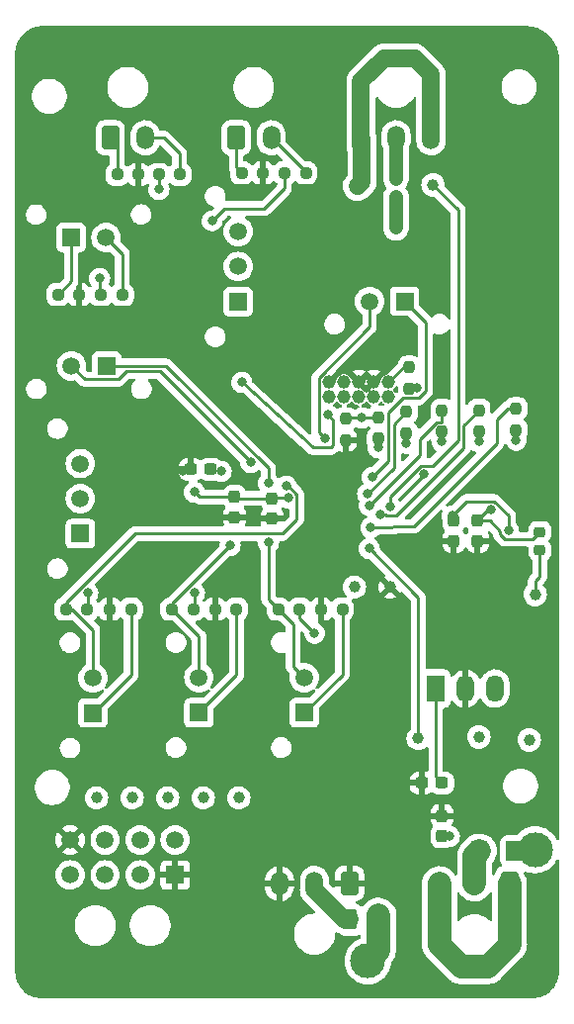
<source format=gbr>
%TF.GenerationSoftware,KiCad,Pcbnew,7.0.7*%
%TF.CreationDate,2024-05-10T07:30:13-05:00*%
%TF.ProjectId,WaterBlasterV2,57617465-7242-46c6-9173-74657256322e,rev?*%
%TF.SameCoordinates,Original*%
%TF.FileFunction,Copper,L2,Bot*%
%TF.FilePolarity,Positive*%
%FSLAX46Y46*%
G04 Gerber Fmt 4.6, Leading zero omitted, Abs format (unit mm)*
G04 Created by KiCad (PCBNEW 7.0.7) date 2024-05-10 07:30:13*
%MOMM*%
%LPD*%
G01*
G04 APERTURE LIST*
G04 Aperture macros list*
%AMRoundRect*
0 Rectangle with rounded corners*
0 $1 Rounding radius*
0 $2 $3 $4 $5 $6 $7 $8 $9 X,Y pos of 4 corners*
0 Add a 4 corners polygon primitive as box body*
4,1,4,$2,$3,$4,$5,$6,$7,$8,$9,$2,$3,0*
0 Add four circle primitives for the rounded corners*
1,1,$1+$1,$2,$3*
1,1,$1+$1,$4,$5*
1,1,$1+$1,$6,$7*
1,1,$1+$1,$8,$9*
0 Add four rect primitives between the rounded corners*
20,1,$1+$1,$2,$3,$4,$5,0*
20,1,$1+$1,$4,$5,$6,$7,0*
20,1,$1+$1,$6,$7,$8,$9,0*
20,1,$1+$1,$8,$9,$2,$3,0*%
G04 Aperture macros list end*
%TA.AperFunction,SMDPad,CuDef*%
%ADD10RoundRect,0.218750X0.256250X-0.218750X0.256250X0.218750X-0.256250X0.218750X-0.256250X-0.218750X0*%
%TD*%
%TA.AperFunction,ComponentPad*%
%ADD11C,1.520000*%
%TD*%
%TA.AperFunction,ComponentPad*%
%ADD12R,1.520000X1.520000*%
%TD*%
%TA.AperFunction,SMDPad,CuDef*%
%ADD13RoundRect,0.237500X0.237500X-0.250000X0.237500X0.250000X-0.237500X0.250000X-0.237500X-0.250000X0*%
%TD*%
%TA.AperFunction,SMDPad,CuDef*%
%ADD14RoundRect,0.237500X-0.237500X0.300000X-0.237500X-0.300000X0.237500X-0.300000X0.237500X0.300000X0*%
%TD*%
%TA.AperFunction,SMDPad,CuDef*%
%ADD15RoundRect,0.237500X0.300000X0.237500X-0.300000X0.237500X-0.300000X-0.237500X0.300000X-0.237500X0*%
%TD*%
%TA.AperFunction,ComponentPad*%
%ADD16C,1.168400*%
%TD*%
%TA.AperFunction,ComponentPad*%
%ADD17O,1.500000X2.020000*%
%TD*%
%TA.AperFunction,ComponentPad*%
%ADD18RoundRect,0.250001X0.499999X0.759999X-0.499999X0.759999X-0.499999X-0.759999X0.499999X-0.759999X0*%
%TD*%
%TA.AperFunction,ComponentPad*%
%ADD19RoundRect,0.250001X-0.499999X-0.759999X0.499999X-0.759999X0.499999X0.759999X-0.499999X0.759999X0*%
%TD*%
%TA.AperFunction,ComponentPad*%
%ADD20R,1.500000X2.300000*%
%TD*%
%TA.AperFunction,ComponentPad*%
%ADD21O,1.500000X2.300000*%
%TD*%
%TA.AperFunction,ComponentPad*%
%ADD22C,1.000000*%
%TD*%
%TA.AperFunction,SMDPad,CuDef*%
%ADD23RoundRect,0.237500X0.250000X0.237500X-0.250000X0.237500X-0.250000X-0.237500X0.250000X-0.237500X0*%
%TD*%
%TA.AperFunction,SMDPad,CuDef*%
%ADD24RoundRect,0.237500X-0.250000X-0.237500X0.250000X-0.237500X0.250000X0.237500X-0.250000X0.237500X0*%
%TD*%
%TA.AperFunction,SMDPad,CuDef*%
%ADD25RoundRect,0.237500X-0.237500X0.250000X-0.237500X-0.250000X0.237500X-0.250000X0.237500X0.250000X0*%
%TD*%
%TA.AperFunction,SMDPad,CuDef*%
%ADD26RoundRect,0.250001X0.462499X0.624999X-0.462499X0.624999X-0.462499X-0.624999X0.462499X-0.624999X0*%
%TD*%
%TA.AperFunction,SMDPad,CuDef*%
%ADD27RoundRect,0.250000X-0.375000X-0.625000X0.375000X-0.625000X0.375000X0.625000X-0.375000X0.625000X0*%
%TD*%
%TA.AperFunction,SMDPad,CuDef*%
%ADD28RoundRect,0.237500X0.237500X-0.300000X0.237500X0.300000X-0.237500X0.300000X-0.237500X-0.300000X0*%
%TD*%
%TA.AperFunction,ViaPad*%
%ADD29C,0.800000*%
%TD*%
%TA.AperFunction,ViaPad*%
%ADD30C,3.000000*%
%TD*%
%TA.AperFunction,ViaPad*%
%ADD31C,2.000000*%
%TD*%
%TA.AperFunction,Conductor*%
%ADD32C,0.250000*%
%TD*%
%TA.AperFunction,Conductor*%
%ADD33C,1.500000*%
%TD*%
%TA.AperFunction,Conductor*%
%ADD34C,1.200000*%
%TD*%
%TA.AperFunction,Conductor*%
%ADD35C,2.000000*%
%TD*%
G04 APERTURE END LIST*
D10*
%TO.P,F4,1*%
%TO.N,+5V*%
X141351000Y-99974500D03*
%TO.P,F4,2*%
X141351000Y-98399500D03*
%TD*%
D11*
%TO.P,J12,3,Pin_3*%
%TO.N,/MCU/ExtraConn_4_1*%
X115509000Y-72692000D03*
%TO.P,J12,2,Pin_2*%
%TO.N,/MCU/ExtraConn_4_2*%
X115509000Y-75692000D03*
D12*
%TO.P,J12,1,Pin_1*%
%TO.N,/MCU/ExtraConn_4_3*%
X115509000Y-78692000D03*
%TD*%
D11*
%TO.P,J11,3,Pin_3*%
%TO.N,/MCU/ExtraConn_3_1*%
X101981000Y-92552000D03*
%TO.P,J11,2,Pin_2*%
%TO.N,/MCU/ExtraConn_3_2*%
X101981000Y-95552000D03*
D12*
%TO.P,J11,1,Pin_1*%
%TO.N,/MCU/ExtraConn_3_3*%
X101981000Y-98552000D03*
%TD*%
%TO.P,J9,1,Pin_1*%
%TO.N,/MCU/ExtraConn_2_2*%
X104219000Y-84201000D03*
D11*
%TO.P,J9,2,Pin_2*%
%TO.N,/MCU/ExtraConn_2_1*%
X101219000Y-84201000D03*
%TD*%
%TO.P,J10,2,Pin_2*%
%TO.N,/MCU/ExtraConn_1_2*%
X126770000Y-78674000D03*
D12*
%TO.P,J10,1,Pin_1*%
%TO.N,/MCU/ExtraConn_1_1*%
X129770000Y-78674000D03*
%TD*%
%TO.P,J8,1,Pin_1*%
%TO.N,Net-(J8-Pin_1)*%
X101188000Y-73207000D03*
D11*
%TO.P,J8,2,Pin_2*%
%TO.N,/IO/Button6*%
X104188000Y-73207000D03*
%TD*%
D12*
%TO.P,J5,1,Pin_1*%
%TO.N,Net-(J5-Pin_1)*%
X103063000Y-113895000D03*
D11*
%TO.P,J5,2,Pin_2*%
%TO.N,/IO/Button3*%
X103063000Y-110895000D03*
%TD*%
D12*
%TO.P,J4,1,Pin_1*%
%TO.N,Net-(J4-Pin_1)*%
X112141000Y-113871000D03*
D11*
%TO.P,J4,2,Pin_2*%
%TO.N,/IO/Button2*%
X112141000Y-110871000D03*
%TD*%
D12*
%TO.P,J3,1,Pin_1*%
%TO.N,Net-(J3-Pin_1)*%
X121158000Y-113871000D03*
D11*
%TO.P,J3,2,Pin_2*%
%TO.N,/IO/Button1*%
X121158000Y-110871000D03*
%TD*%
D13*
%TO.P,R9,1*%
%TO.N,+3V3*%
X130175000Y-86129500D03*
%TO.P,R9,2*%
%TO.N,Net-(J2-VCC)*%
X130175000Y-84304500D03*
%TD*%
%TO.P,R8,1*%
%TO.N,GND*%
X124714000Y-90551000D03*
%TO.P,R8,2*%
%TO.N,/MCU/SWCLK*%
X124714000Y-88726000D03*
%TD*%
%TO.P,R7,1*%
%TO.N,+3V3*%
X127508000Y-90424000D03*
%TO.P,R7,2*%
%TO.N,/MCU/SWCLK*%
X127508000Y-88599000D03*
%TD*%
D14*
%TO.P,C7,1*%
%TO.N,+3V3*%
X115189000Y-95403500D03*
%TO.P,C7,2*%
%TO.N,GND*%
X115189000Y-97128500D03*
%TD*%
%TO.P,C6,1*%
%TO.N,+3V3*%
X118414250Y-95530500D03*
%TO.P,C6,2*%
%TO.N,GND*%
X118414250Y-97255500D03*
%TD*%
D15*
%TO.P,C5,1*%
%TO.N,/MCU/RESET*%
X113166499Y-93052900D03*
%TO.P,C5,2*%
%TO.N,GND*%
X111441499Y-93052900D03*
%TD*%
D12*
%TO.P,J16,1,1*%
%TO.N,GND*%
X110109000Y-127762000D03*
D11*
%TO.P,J16,2,2*%
%TO.N,+3V3*%
X107109001Y-127762000D03*
%TO.P,J16,3,3*%
%TO.N,/Display/{slash}RESET*%
X104109002Y-127762000D03*
%TO.P,J16,4,4*%
%TO.N,/Display/{slash}CS*%
X101109003Y-127762000D03*
%TO.P,J16,5,5*%
%TO.N,/Display/SDI*%
X110109000Y-124762001D03*
%TO.P,J16,6,6*%
%TO.N,/Display/SDO*%
X107109001Y-124762001D03*
%TO.P,J16,7,7*%
%TO.N,/Display/SCLK*%
X104109002Y-124762001D03*
%TO.P,J16,8,8*%
%TO.N,GND*%
X101109003Y-124762001D03*
%TD*%
D16*
%TO.P,J2,1,VCC*%
%TO.N,Net-(J2-VCC)*%
X128397000Y-85598000D03*
%TO.P,J2,2,TMS*%
%TO.N,/MCU/SWDIO*%
X128397000Y-86868000D03*
%TO.P,J2,3,GND*%
%TO.N,GND*%
X127127000Y-85598000D03*
%TO.P,J2,4,TCLK*%
%TO.N,/MCU/SWCLK*%
X127127000Y-86868000D03*
%TO.P,J2,5,GND*%
%TO.N,GND*%
X125857000Y-85598000D03*
%TO.P,J2,6,TDO*%
%TO.N,unconnected-(J2-TDO-Pad6)*%
X125857000Y-86868000D03*
%TO.P,J2,7,RTCK*%
%TO.N,unconnected-(J2-RTCK-Pad7)*%
X124587000Y-85598000D03*
%TO.P,J2,8,TDI*%
%TO.N,unconnected-(J2-TDI-Pad8)*%
X124587000Y-86868000D03*
%TO.P,J2,9,GND*%
%TO.N,GND*%
X123317000Y-85598000D03*
%TO.P,J2,10,~{RESET}*%
%TO.N,/MCU/RESET*%
X123317000Y-86868000D03*
%TD*%
D17*
%TO.P,J15,3,Pin_3*%
%TO.N,GND*%
X119047000Y-128491000D03*
%TO.P,J15,2,Pin_2*%
%TO.N,Net-(J15-Pin_2)*%
X122047000Y-128491000D03*
D18*
%TO.P,J15,1,Pin_1*%
%TO.N,GND*%
X125047000Y-128491000D03*
%TD*%
D17*
%TO.P,J14,3,Pin_3*%
%TO.N,Net-(J14-Pin_1)*%
X132032000Y-64676000D03*
%TO.P,J14,2,Pin_2*%
%TO.N,Net-(J14-Pin_2)*%
X129032000Y-64676000D03*
D19*
%TO.P,J14,1,Pin_1*%
%TO.N,Net-(J14-Pin_1)*%
X126032000Y-64676000D03*
%TD*%
D17*
%TO.P,J13,3,Pin_3*%
%TO.N,Net-(J13-Pin_1)*%
X132763000Y-128522000D03*
%TO.P,J13,2,Pin_2*%
%TO.N,Net-(J13-Pin_2)*%
X135763000Y-128522000D03*
D18*
%TO.P,J13,1,Pin_1*%
%TO.N,Net-(J13-Pin_1)*%
X138763000Y-128522000D03*
%TD*%
D20*
%TO.P,U2,1,IN*%
%TO.N,Net-(U2-IN)*%
X132427000Y-111808500D03*
D21*
%TO.P,U2,2,GND*%
%TO.N,GND*%
X134967000Y-111808500D03*
%TO.P,U2,3,OUT*%
%TO.N,+5V*%
X137507000Y-111808500D03*
%TD*%
D22*
%TO.P,MISO,1,1*%
%TO.N,/Display/SDO*%
X106426000Y-121158000D03*
%TD*%
%TO.P,MOSI,1,1*%
%TO.N,/Display/SDI*%
X109474000Y-121158000D03*
%TD*%
%TO.P,SCK,1,1*%
%TO.N,/Display/SCLK*%
X103378000Y-121158000D03*
%TD*%
%TO.P,~{CS},1,1*%
%TO.N,/Display/{slash}CS*%
X112524000Y-121158000D03*
%TD*%
%TO.P,~{RST},1,1*%
%TO.N,/Display/{slash}RESET*%
X115570000Y-121158000D03*
%TD*%
%TO.P,VGND,1,1*%
%TO.N,Net-(J14-Pin_1)*%
X125730000Y-68834000D03*
%TD*%
%TO.P,VPWR,1,1*%
%TO.N,+12V*%
X129032000Y-72390000D03*
%TD*%
%TO.P,PPWR,1,1*%
%TO.N,+12V*%
X140462000Y-116205000D03*
%TD*%
%TO.P,PGND,1,1*%
%TO.N,Net-(J13-Pin_1)*%
X136144000Y-115951000D03*
%TD*%
%TO.P,PCTRL,1,1*%
%TO.N,/MCU/PumpControl*%
X130937000Y-116078000D03*
%TD*%
%TO.P,VCTRL,1,1*%
%TO.N,/MCU/ValveControl*%
X132207000Y-68707000D03*
%TD*%
%TO.P,5V,1,1*%
%TO.N,+5V*%
X140970000Y-103759000D03*
%TD*%
%TO.P,GND,1,1*%
%TO.N,GND*%
X128524000Y-103124000D03*
%TD*%
%TO.P,3V3,1,1*%
%TO.N,+3V3*%
X125476000Y-103124000D03*
%TD*%
D23*
%TO.P,R27,1*%
%TO.N,GND*%
X106957500Y-67818000D03*
%TO.P,R27,2*%
%TO.N,Net-(J7-Pin_1)*%
X105132500Y-67818000D03*
%TD*%
%TO.P,R26,2*%
%TO.N,Net-(J6-Pin_1)*%
X115800500Y-67691000D03*
%TO.P,R26,1*%
%TO.N,GND*%
X117625500Y-67691000D03*
%TD*%
D24*
%TO.P,R25,2*%
%TO.N,Net-(J5-Pin_1)*%
X106346000Y-105029000D03*
%TO.P,R25,1*%
%TO.N,GND*%
X104521000Y-105029000D03*
%TD*%
%TO.P,R24,1*%
%TO.N,GND*%
X113538000Y-105029000D03*
%TO.P,R24,2*%
%TO.N,Net-(J4-Pin_1)*%
X115363000Y-105029000D03*
%TD*%
%TO.P,R23,2*%
%TO.N,Net-(J3-Pin_1)*%
X124436500Y-105029000D03*
%TO.P,R23,1*%
%TO.N,GND*%
X122611500Y-105029000D03*
%TD*%
D23*
%TO.P,R22,1*%
%TO.N,/IO/Button5*%
X110513500Y-67818000D03*
%TO.P,R22,2*%
%TO.N,+3V3*%
X108688500Y-67818000D03*
%TD*%
%TO.P,R21,1*%
%TO.N,/IO/Button4*%
X121308500Y-67691000D03*
%TO.P,R21,2*%
%TO.N,+3V3*%
X119483500Y-67691000D03*
%TD*%
D24*
%TO.P,R20,2*%
%TO.N,+3V3*%
X102559500Y-105029000D03*
%TO.P,R20,1*%
%TO.N,/IO/Button3*%
X100734500Y-105029000D03*
%TD*%
%TO.P,R19,2*%
%TO.N,+3V3*%
X111656500Y-105029000D03*
%TO.P,R19,1*%
%TO.N,/IO/Button2*%
X109831500Y-105029000D03*
%TD*%
%TO.P,R18,1*%
%TO.N,/IO/Button1*%
X118952000Y-105029000D03*
%TO.P,R18,2*%
%TO.N,+3V3*%
X120777000Y-105029000D03*
%TD*%
D23*
%TO.P,R15,2*%
%TO.N,Net-(J8-Pin_1)*%
X100052500Y-78105000D03*
%TO.P,R15,1*%
%TO.N,GND*%
X101877500Y-78105000D03*
%TD*%
%TO.P,R14,2*%
%TO.N,+3V3*%
X103759000Y-78105000D03*
%TO.P,R14,1*%
%TO.N,/IO/Button6*%
X105584000Y-78105000D03*
%TD*%
D25*
%TO.P,R13,1*%
%TO.N,/IO/LED4*%
X129921000Y-88114500D03*
%TO.P,R13,2*%
%TO.N,Net-(D4-A)*%
X129921000Y-89939500D03*
%TD*%
%TO.P,R12,1*%
%TO.N,/IO/LED3*%
X132969000Y-87987500D03*
%TO.P,R12,2*%
%TO.N,Net-(D3-A)*%
X132969000Y-89812500D03*
%TD*%
%TO.P,R11,1*%
%TO.N,/IO/LED2*%
X136144000Y-87987500D03*
%TO.P,R11,2*%
%TO.N,Net-(D2-A)*%
X136144000Y-89812500D03*
%TD*%
%TO.P,R10,1*%
%TO.N,/IO/LED1*%
X139319000Y-87860500D03*
%TO.P,R10,2*%
%TO.N,Net-(D1-A)*%
X139319000Y-89685500D03*
%TD*%
D19*
%TO.P,J7,1,Pin_1*%
%TO.N,Net-(J7-Pin_1)*%
X104545000Y-64676000D03*
D17*
%TO.P,J7,2,Pin_2*%
%TO.N,/IO/Button5*%
X107545000Y-64676000D03*
%TD*%
%TO.P,J6,2,Pin_2*%
%TO.N,/IO/Button4*%
X118340000Y-64676000D03*
D19*
%TO.P,J6,1,Pin_1*%
%TO.N,Net-(J6-Pin_1)*%
X115340000Y-64676000D03*
%TD*%
D26*
%TO.P,F3,1*%
%TO.N,+12V*%
X139155500Y-125730000D03*
%TO.P,F3,2*%
%TO.N,Net-(J13-Pin_2)*%
X136180500Y-125730000D03*
%TD*%
D10*
%TO.P,F2,1*%
%TO.N,+12V*%
X129032000Y-69748500D03*
%TO.P,F2,2*%
%TO.N,Net-(J14-Pin_2)*%
X129032000Y-68173500D03*
%TD*%
D27*
%TO.P,F1,2*%
%TO.N,+12V*%
X127892000Y-131572000D03*
%TO.P,F1,1*%
%TO.N,Net-(J15-Pin_2)*%
X125092000Y-131572000D03*
%TD*%
D15*
%TO.P,C4,1*%
%TO.N,Net-(U2-IN)*%
X132969000Y-119888000D03*
%TO.P,C4,2*%
%TO.N,GND*%
X131244000Y-119888000D03*
%TD*%
D28*
%TO.P,C3,2*%
%TO.N,GND*%
X132969000Y-122708500D03*
%TO.P,C3,1*%
%TO.N,+12V*%
X132969000Y-124433500D03*
%TD*%
D14*
%TO.P,C2,1*%
%TO.N,+3V3*%
X133985000Y-97435500D03*
%TO.P,C2,2*%
%TO.N,GND*%
X133985000Y-99160500D03*
%TD*%
%TO.P,C1,1*%
%TO.N,+5V*%
X136017000Y-97435500D03*
%TO.P,C1,2*%
%TO.N,GND*%
X136017000Y-99160500D03*
%TD*%
D29*
%TO.N,/MCU/SWCLK*%
X126111000Y-88646000D03*
%TO.N,Net-(D1-A)*%
X139319000Y-90551000D03*
%TO.N,Net-(D4-A)*%
X129921000Y-90805000D03*
%TO.N,Net-(D3-A)*%
X132969000Y-90678000D03*
%TO.N,Net-(D2-A)*%
X136144000Y-90678000D03*
%TO.N,GND*%
X113792000Y-96647000D03*
%TO.N,/IO/LED1*%
X126873000Y-98044000D03*
%TO.N,/IO/LED2*%
X127660288Y-96914000D03*
%TO.N,/IO/LED3*%
X126746000Y-96139000D03*
%TO.N,/IO/LED4*%
X126604649Y-95149543D03*
%TO.N,GND*%
X138557000Y-102489000D03*
%TO.N,+12V*%
X133604000Y-124460000D03*
D30*
X126619000Y-135128000D03*
X140970000Y-125603000D03*
D29*
%TO.N,GND*%
X137668000Y-93218000D03*
X131445000Y-93472000D03*
%TO.N,/MCU/RESET*%
X115824000Y-85598000D03*
X123190000Y-88392000D03*
D31*
%TO.N,GND*%
X140462000Y-77724000D03*
D29*
%TO.N,/MCU/ExtraConn_1_1*%
X127000000Y-93726000D03*
%TO.N,/MCU/ExtraConn_1_2*%
X122936000Y-90424000D03*
%TO.N,+3V3*%
X130810000Y-86106000D03*
X127508000Y-91186000D03*
%TO.N,+5V*%
X137160000Y-96520000D03*
%TO.N,+3V3*%
X138684000Y-98298000D03*
X133858000Y-97028000D03*
%TO.N,/MCU/PumpControl*%
X126746000Y-99822000D03*
%TO.N,/MCU/ValveControl*%
X128524000Y-96266000D03*
%TO.N,/IO/Button1*%
X118110000Y-99314000D03*
%TO.N,/IO/Button2*%
X114808000Y-99568000D03*
%TO.N,/IO/Button3*%
X119634000Y-94488000D03*
%TO.N,/MCU/ExtraConn_2_2*%
X118110000Y-94234000D03*
%TO.N,/MCU/ExtraConn_2_1*%
X116586000Y-92456000D03*
%TO.N,GND*%
X110744000Y-93218000D03*
%TO.N,/MCU/RESET*%
X114046000Y-93218000D03*
%TO.N,+3V3*%
X111760000Y-94996000D03*
X119811250Y-95504000D03*
X111760000Y-103632000D03*
X122047000Y-107061000D03*
X102616000Y-103632000D03*
X103632000Y-76708000D03*
X113284000Y-71778500D03*
X108712000Y-69088000D03*
%TD*%
D32*
%TO.N,+5V*%
X140970000Y-102616000D02*
X141351000Y-102235000D01*
X141351000Y-102235000D02*
X141351000Y-99974500D01*
X140970000Y-103759000D02*
X140970000Y-102616000D01*
X137959000Y-98598305D02*
X137959000Y-98335000D01*
X140727500Y-99023000D02*
X138383695Y-99023000D01*
X138383695Y-99023000D02*
X137959000Y-98598305D01*
X137959000Y-98335000D02*
X137059500Y-97435500D01*
X141351000Y-98399500D02*
X140727500Y-99023000D01*
X137059500Y-97435500D02*
X136017000Y-97435500D01*
%TO.N,/MCU/PumpControl*%
X130937000Y-104013000D02*
X130937000Y-116078000D01*
X126746000Y-99822000D02*
X130937000Y-104013000D01*
%TO.N,+3V3*%
X117729000Y-70739000D02*
X114323500Y-70739000D01*
X119483500Y-68984500D02*
X117729000Y-70739000D01*
X114323500Y-70739000D02*
X113284000Y-71778500D01*
X119483500Y-67691000D02*
X119483500Y-68984500D01*
%TO.N,GND*%
X123317000Y-85582197D02*
X123317000Y-85598000D01*
X126238000Y-84074000D02*
X124825197Y-84074000D01*
X124825197Y-84074000D02*
X123317000Y-85582197D01*
%TO.N,/MCU/SWCLK*%
X124794000Y-88646000D02*
X124714000Y-88726000D01*
X126111000Y-88646000D02*
X124794000Y-88646000D01*
X126158000Y-88599000D02*
X126111000Y-88646000D01*
X127508000Y-88599000D02*
X126158000Y-88599000D01*
%TO.N,Net-(D1-A)*%
X139319000Y-90551000D02*
X139319000Y-90297000D01*
X139319000Y-89685500D02*
X139319000Y-90551000D01*
%TO.N,Net-(D4-A)*%
X129921000Y-89939500D02*
X129921000Y-90805000D01*
%TO.N,Net-(D3-A)*%
X132969000Y-89812500D02*
X132969000Y-90678000D01*
%TO.N,Net-(D2-A)*%
X136144000Y-89812500D02*
X136144000Y-90678000D01*
%TO.N,/IO/LED3*%
X131064000Y-91821000D02*
X126746000Y-96139000D01*
X131064000Y-90434505D02*
X131064000Y-91821000D01*
X132969000Y-89000000D02*
X132498505Y-89000000D01*
X132498505Y-89000000D02*
X131064000Y-90434505D01*
X132969000Y-87987500D02*
X132969000Y-89000000D01*
%TO.N,/MCU/ValveControl*%
X134366000Y-90551000D02*
X134366000Y-70866000D01*
X131144695Y-92747000D02*
X132170000Y-92747000D01*
X134366000Y-70866000D02*
X132207000Y-68707000D01*
X128524000Y-96266000D02*
X128524000Y-95367695D01*
X128524000Y-95367695D02*
X131144695Y-92747000D01*
X132170000Y-92747000D02*
X134366000Y-90551000D01*
%TO.N,Net-(U2-IN)*%
X132427000Y-119346000D02*
X132427000Y-111808500D01*
X132969000Y-119888000D02*
X132427000Y-119346000D01*
%TO.N,Net-(J2-VCC)*%
X129690500Y-84304500D02*
X128397000Y-85598000D01*
X130175000Y-84304500D02*
X129690500Y-84304500D01*
%TO.N,/MCU/ExtraConn_1_1*%
X129608803Y-86942000D02*
X128397000Y-88153803D01*
X131572000Y-86369305D02*
X130999305Y-86942000D01*
X131572000Y-80476000D02*
X131572000Y-86369305D01*
X129770000Y-78674000D02*
X131572000Y-80476000D01*
X130999305Y-86942000D02*
X129608803Y-86942000D01*
X128397000Y-88153803D02*
X128397000Y-92329000D01*
X128397000Y-92329000D02*
X127000000Y-93726000D01*
%TO.N,/IO/LED2*%
X134816000Y-89315500D02*
X136144000Y-87987500D01*
X128223695Y-96991000D02*
X129063500Y-96991000D01*
X128146695Y-96914000D02*
X128223695Y-96991000D01*
X127660288Y-96914000D02*
X128146695Y-96914000D01*
X129063500Y-96991000D02*
X134816000Y-91238500D01*
X134816000Y-91238500D02*
X134816000Y-89315500D01*
%TO.N,+3V3*%
X103632000Y-77978000D02*
X103759000Y-78105000D01*
X103632000Y-76708000D02*
X103632000Y-77978000D01*
%TO.N,Net-(J8-Pin_1)*%
X101188000Y-76969500D02*
X101188000Y-73207000D01*
X100052500Y-78105000D02*
X101188000Y-76969500D01*
%TO.N,/IO/Button6*%
X105584000Y-74603000D02*
X104188000Y-73207000D01*
X105584000Y-78105000D02*
X105584000Y-74603000D01*
%TO.N,/IO/LED4*%
X128847000Y-89188500D02*
X129921000Y-88114500D01*
X128847000Y-92907192D02*
X128847000Y-89188500D01*
X126604649Y-95149543D02*
X128847000Y-92907192D01*
X126604649Y-95149543D02*
X126619000Y-95163894D01*
X126619000Y-95163894D02*
X126619000Y-95250000D01*
%TO.N,/IO/LED1*%
X126873000Y-98044000D02*
X126746000Y-98171000D01*
X137668000Y-90805000D02*
X130556000Y-97917000D01*
X137668000Y-88773000D02*
X137668000Y-90805000D01*
X138580500Y-87860500D02*
X137668000Y-88773000D01*
X139319000Y-87860500D02*
X138580500Y-87860500D01*
X130556000Y-97917000D02*
X126873000Y-98044000D01*
%TO.N,/IO/LED3*%
X126746000Y-96139000D02*
X126619000Y-96012000D01*
%TO.N,+3V3*%
X115316000Y-95530500D02*
X118414250Y-95530500D01*
X115189000Y-95403500D02*
X115316000Y-95530500D01*
X112167500Y-95403500D02*
X115189000Y-95403500D01*
X111760000Y-94996000D02*
X112167500Y-95403500D01*
%TO.N,/IO/Button3*%
X103063000Y-106815495D02*
X101276505Y-105029000D01*
X101276505Y-105029000D02*
X100734500Y-105029000D01*
X103063000Y-110895000D02*
X103063000Y-106815495D01*
%TO.N,Net-(J5-Pin_1)*%
X106346000Y-110612000D02*
X103063000Y-113895000D01*
X106346000Y-105029000D02*
X106346000Y-110612000D01*
D33*
%TO.N,Net-(J15-Pin_2)*%
X124587000Y-131572000D02*
X122047000Y-129032000D01*
X122047000Y-129032000D02*
X122047000Y-128491000D01*
X125092000Y-131572000D02*
X124587000Y-131572000D01*
D32*
%TO.N,+3V3*%
X120777000Y-105791000D02*
X120777000Y-105029000D01*
X122047000Y-107061000D02*
X120777000Y-105791000D01*
D33*
%TO.N,Net-(J14-Pin_1)*%
X126111000Y-64755000D02*
X126032000Y-64676000D01*
X126111000Y-68453000D02*
X126111000Y-64755000D01*
X125730000Y-68834000D02*
X126111000Y-68453000D01*
X126032000Y-59820466D02*
X126032000Y-64676000D01*
X127996466Y-57856000D02*
X126032000Y-59820466D01*
X130627000Y-57856000D02*
X127996466Y-57856000D01*
X132032000Y-59261000D02*
X130627000Y-57856000D01*
X132032000Y-64676000D02*
X132032000Y-59261000D01*
D34*
%TO.N,Net-(J14-Pin_2)*%
X129032000Y-68173500D02*
X129032000Y-64676000D01*
%TO.N,+12V*%
X129032000Y-72390000D02*
X129032000Y-69748500D01*
D35*
%TO.N,Net-(J13-Pin_1)*%
X136902087Y-135592000D02*
X138763000Y-133731087D01*
X134623913Y-135592000D02*
X136902087Y-135592000D01*
X132763000Y-133731087D02*
X134623913Y-135592000D01*
X132763000Y-128522000D02*
X132763000Y-133731087D01*
X138763000Y-133731087D02*
X138763000Y-128522000D01*
%TO.N,+12V*%
X127508000Y-134239000D02*
X127508000Y-131188000D01*
X126619000Y-135128000D02*
X127508000Y-134239000D01*
%TO.N,Net-(J13-Pin_2)*%
X135763000Y-126147500D02*
X135763000Y-128522000D01*
X136180500Y-125730000D02*
X135763000Y-126147500D01*
D32*
%TO.N,+12V*%
X127508000Y-131188000D02*
X127892000Y-131572000D01*
%TO.N,/MCU/RESET*%
X121920000Y-91186000D02*
X115824000Y-85598000D01*
X123444000Y-91186000D02*
X121920000Y-91186000D01*
X123661000Y-90969000D02*
X123444000Y-91186000D01*
X123661000Y-88863000D02*
X123661000Y-90969000D01*
X123190000Y-88392000D02*
X123661000Y-88863000D01*
%TO.N,Net-(J6-Pin_1)*%
X115340000Y-64676000D02*
X115340000Y-67230500D01*
X115340000Y-67230500D02*
X115800500Y-67691000D01*
%TO.N,/IO/Button4*%
X121308500Y-67644500D02*
X118340000Y-64676000D01*
X121308500Y-67691000D02*
X121308500Y-67644500D01*
%TO.N,+3V3*%
X119380000Y-67794500D02*
X119483500Y-67691000D01*
%TO.N,Net-(J14-Pin_1)*%
X125730000Y-64978000D02*
X126032000Y-64676000D01*
%TO.N,/MCU/ExtraConn_1_2*%
X122407800Y-85221397D02*
X122407800Y-89895800D01*
X126770000Y-80859197D02*
X122407800Y-85221397D01*
X122407800Y-89895800D02*
X122936000Y-90424000D01*
X126770000Y-78674000D02*
X126770000Y-80859197D01*
%TO.N,+3V3*%
X137460305Y-95795000D02*
X135091000Y-95795000D01*
X138684000Y-98298000D02*
X138684000Y-97018695D01*
X138684000Y-97018695D02*
X137460305Y-95795000D01*
X135091000Y-95795000D02*
X133858000Y-97028000D01*
%TO.N,+5V*%
X136932500Y-96520000D02*
X136017000Y-97435500D01*
X137160000Y-96520000D02*
X136932500Y-96520000D01*
%TO.N,/IO/Button1*%
X118110000Y-99314000D02*
X118110000Y-99568000D01*
X118110000Y-104187000D02*
X118110000Y-99314000D01*
X118952000Y-105029000D02*
X118110000Y-104187000D01*
%TO.N,Net-(J3-Pin_1)*%
X124436500Y-110592500D02*
X121158000Y-113871000D01*
X124436500Y-105029000D02*
X124436500Y-110592500D01*
%TO.N,/IO/Button1*%
X120208000Y-106285000D02*
X120208000Y-109921000D01*
X120208000Y-109921000D02*
X121158000Y-110871000D01*
X118952000Y-105029000D02*
X120208000Y-106285000D01*
%TO.N,/IO/Button2*%
X112141000Y-110871000D02*
X112141000Y-107338500D01*
X112141000Y-107338500D02*
X109831500Y-105029000D01*
%TO.N,Net-(J4-Pin_1)*%
X115363000Y-110649000D02*
X112141000Y-113871000D01*
X115363000Y-105029000D02*
X115363000Y-110649000D01*
X115363000Y-105029000D02*
X115316000Y-105076000D01*
%TO.N,/IO/Button2*%
X114798695Y-99568000D02*
X114808000Y-99568000D01*
X109831500Y-104535195D02*
X114798695Y-99568000D01*
X109831500Y-105029000D02*
X109831500Y-104535195D01*
%TO.N,/IO/Button3*%
X106670695Y-98552000D02*
X100734500Y-104488195D01*
X120536250Y-97312122D02*
X119296372Y-98552000D01*
X119296372Y-98552000D02*
X106670695Y-98552000D01*
X120536250Y-95203695D02*
X120536250Y-97312122D01*
X119634000Y-94488000D02*
X119820555Y-94488000D01*
X119820555Y-94488000D02*
X120536250Y-95203695D01*
X100734500Y-104488195D02*
X100734500Y-105029000D01*
%TO.N,/MCU/ExtraConn_2_1*%
X102362000Y-85344000D02*
X101219000Y-84201000D01*
X108781000Y-84651000D02*
X105939000Y-84651000D01*
X105246000Y-85344000D02*
X102362000Y-85344000D01*
X116586000Y-92456000D02*
X108781000Y-84651000D01*
X105939000Y-84651000D02*
X105246000Y-85344000D01*
%TO.N,/MCU/ExtraConn_2_2*%
X109356305Y-84201000D02*
X104219000Y-84201000D01*
X118110000Y-92954695D02*
X109356305Y-84201000D01*
X118110000Y-94234000D02*
X118110000Y-92954695D01*
%TO.N,+3V3*%
X118263500Y-95250000D02*
X118237000Y-95276500D01*
X119811250Y-95504000D02*
X118440750Y-95504000D01*
X102616000Y-103632000D02*
X102616000Y-104972500D01*
X102616000Y-104972500D02*
X102559500Y-105029000D01*
X111760000Y-104925500D02*
X111656500Y-105029000D01*
X111760000Y-103632000D02*
X111760000Y-104925500D01*
X108688500Y-69064500D02*
X108712000Y-69088000D01*
X108688500Y-67818000D02*
X108688500Y-69064500D01*
%TO.N,Net-(J7-Pin_1)*%
X105132500Y-65263500D02*
X105132500Y-67818000D01*
X104545000Y-64676000D02*
X105132500Y-65263500D01*
%TO.N,/IO/Button5*%
X109126000Y-64676000D02*
X107545000Y-64676000D01*
X110490000Y-66040000D02*
X109126000Y-64676000D01*
X110490000Y-67794500D02*
X110490000Y-66040000D01*
X110513500Y-67818000D02*
X110490000Y-67794500D01*
%TD*%
%TA.AperFunction,Conductor*%
%TO.N,GND*%
G36*
X131565086Y-93392185D02*
G01*
X131610841Y-93444989D01*
X131620785Y-93514147D01*
X131591760Y-93577703D01*
X131585728Y-93584181D01*
X129434019Y-95735888D01*
X129372696Y-95769373D01*
X129303004Y-95764389D01*
X129254189Y-95731180D01*
X129233863Y-95708606D01*
X129203633Y-95645614D01*
X129212257Y-95576279D01*
X129238328Y-95537955D01*
X131367466Y-93408819D01*
X131428790Y-93375334D01*
X131455148Y-93372500D01*
X131498047Y-93372500D01*
X131565086Y-93392185D01*
G37*
%TD.AperFunction*%
%TA.AperFunction,Conductor*%
G36*
X126340823Y-85732858D02*
G01*
X126363043Y-85750490D01*
X126491999Y-85879446D01*
X126622400Y-85749045D01*
X126683723Y-85715560D01*
X126753415Y-85720544D01*
X126809349Y-85762415D01*
X126813890Y-85768904D01*
X126860729Y-85840596D01*
X126861759Y-85842172D01*
X126861763Y-85842175D01*
X126961609Y-85919889D01*
X127002422Y-85976599D01*
X127006097Y-86046372D01*
X126973128Y-86105423D01*
X126842832Y-86235719D01*
X126812779Y-86257833D01*
X126734277Y-86299035D01*
X126734274Y-86299038D01*
X126640462Y-86382148D01*
X126609523Y-86409557D01*
X126594050Y-86431974D01*
X126539767Y-86475964D01*
X126470318Y-86483624D01*
X126407754Y-86452521D01*
X126389950Y-86431974D01*
X126374476Y-86409556D01*
X126249726Y-86299038D01*
X126171219Y-86257834D01*
X126141167Y-86235720D01*
X126007537Y-86102090D01*
X125974052Y-86040767D01*
X125979036Y-85971075D01*
X126020908Y-85915142D01*
X126036195Y-85905357D01*
X126078434Y-85882499D01*
X126158813Y-85795184D01*
X126161804Y-85788363D01*
X126206760Y-85734877D01*
X126273495Y-85714185D01*
X126340823Y-85732858D01*
G37*
%TD.AperFunction*%
%TA.AperFunction,Conductor*%
G36*
X140209737Y-55118598D02*
G01*
X140237721Y-55120169D01*
X140323677Y-55124996D01*
X140525266Y-55137190D01*
X140531856Y-55137948D01*
X140677609Y-55162712D01*
X140845948Y-55193562D01*
X140851932Y-55194969D01*
X141000022Y-55237633D01*
X141157920Y-55286836D01*
X141163174Y-55288740D01*
X141308048Y-55348749D01*
X141404619Y-55392211D01*
X141430536Y-55403876D01*
X141456862Y-55415724D01*
X141461409Y-55417999D01*
X141599979Y-55494584D01*
X141738817Y-55578515D01*
X141742604Y-55580998D01*
X141871306Y-55672317D01*
X141873637Y-55674056D01*
X141999931Y-55773001D01*
X142003008Y-55775577D01*
X142120874Y-55880907D01*
X142123401Y-55883297D01*
X142236701Y-55996597D01*
X142239091Y-55999124D01*
X142344421Y-56116990D01*
X142346997Y-56120067D01*
X142445942Y-56246361D01*
X142447692Y-56248707D01*
X142513799Y-56341875D01*
X142538989Y-56377377D01*
X142541483Y-56381181D01*
X142625415Y-56520020D01*
X142701999Y-56658589D01*
X142704274Y-56663136D01*
X142771250Y-56811951D01*
X142831258Y-56956824D01*
X142833171Y-56962108D01*
X142882376Y-57120009D01*
X142925028Y-57268063D01*
X142926436Y-57274054D01*
X142957296Y-57442444D01*
X142982047Y-57588117D01*
X142982811Y-57594764D01*
X142995013Y-57796494D01*
X143001402Y-57910263D01*
X143001500Y-57913741D01*
X143001500Y-124663347D01*
X142981815Y-124730386D01*
X142929011Y-124776141D01*
X142859853Y-124786085D01*
X142796297Y-124757060D01*
X142768668Y-124722774D01*
X142657229Y-124518690D01*
X142657224Y-124518682D01*
X142485745Y-124289612D01*
X142485729Y-124289594D01*
X142283405Y-124087270D01*
X142283387Y-124087254D01*
X142054317Y-123915775D01*
X142054309Y-123915770D01*
X141803166Y-123778635D01*
X141803167Y-123778635D01*
X141695915Y-123738632D01*
X141535046Y-123678631D01*
X141535043Y-123678630D01*
X141535037Y-123678628D01*
X141255433Y-123617804D01*
X140970001Y-123597390D01*
X140969999Y-123597390D01*
X140684566Y-123617804D01*
X140404962Y-123678628D01*
X140136833Y-123778635D01*
X139885690Y-123915770D01*
X139885682Y-123915775D01*
X139656612Y-124087254D01*
X139656594Y-124087270D01*
X139454270Y-124289594D01*
X139454260Y-124289606D01*
X139442878Y-124304811D01*
X139386944Y-124346682D01*
X139343611Y-124354500D01*
X138642984Y-124354500D01*
X138540204Y-124365000D01*
X138540203Y-124365001D01*
X138373664Y-124420186D01*
X138373662Y-124420187D01*
X138224348Y-124512286D01*
X138224344Y-124512289D01*
X138100289Y-124636344D01*
X138100286Y-124636348D01*
X138008187Y-124785662D01*
X138008186Y-124785664D01*
X137953001Y-124952203D01*
X137953000Y-124952204D01*
X137942500Y-125054984D01*
X137942500Y-126405015D01*
X137953000Y-126507795D01*
X137953001Y-126507797D01*
X137969852Y-126558649D01*
X138008186Y-126674335D01*
X138008187Y-126674337D01*
X138100286Y-126823651D01*
X138100289Y-126823655D01*
X138109583Y-126832949D01*
X138143068Y-126894272D01*
X138138084Y-126963964D01*
X138096212Y-127019897D01*
X138060906Y-127038336D01*
X137943665Y-127077186D01*
X137943662Y-127077187D01*
X137794348Y-127169286D01*
X137794344Y-127169289D01*
X137670289Y-127293344D01*
X137670286Y-127293348D01*
X137578187Y-127442662D01*
X137578186Y-127442664D01*
X137523001Y-127609201D01*
X137523000Y-127609208D01*
X137517907Y-127659055D01*
X137498360Y-127714268D01*
X137491311Y-127725058D01*
X137438166Y-127770417D01*
X137368935Y-127779842D01*
X137305598Y-127750342D01*
X137268265Y-127691283D01*
X137263500Y-127657240D01*
X137263500Y-126818440D01*
X137283185Y-126751401D01*
X137292869Y-126738308D01*
X137405866Y-126604894D01*
X137533156Y-126391274D01*
X137623549Y-126159614D01*
X137674580Y-125916237D01*
X137684857Y-125667779D01*
X137654098Y-125421019D01*
X137605935Y-125259240D01*
X137583144Y-125182685D01*
X137473933Y-124959291D01*
X137473929Y-124959284D01*
X137329430Y-124756902D01*
X137289161Y-124716634D01*
X137271305Y-124694052D01*
X137235711Y-124636345D01*
X137111655Y-124512289D01*
X137111654Y-124512288D01*
X136962339Y-124420188D01*
X136962334Y-124420186D01*
X136827770Y-124375595D01*
X136820034Y-124372439D01*
X136727811Y-124327355D01*
X136489485Y-124256403D01*
X136489481Y-124256402D01*
X136489480Y-124256402D01*
X136242721Y-124225643D01*
X136242718Y-124225643D01*
X135994266Y-124235919D01*
X135750884Y-124286951D01*
X135750874Y-124286955D01*
X135519232Y-124377341D01*
X135514619Y-124379596D01*
X135514522Y-124379397D01*
X135495450Y-124388113D01*
X135398673Y-124420182D01*
X135398660Y-124420188D01*
X135249347Y-124512287D01*
X135125290Y-124636343D01*
X135089694Y-124694051D01*
X135071838Y-124716632D01*
X134770588Y-125017882D01*
X134764827Y-125022971D01*
X134743256Y-125039762D01*
X134680049Y-125108422D01*
X134658102Y-125130369D01*
X134658098Y-125130374D01*
X134638033Y-125154064D01*
X134611686Y-125182685D01*
X134574834Y-125222716D01*
X134559892Y-125245587D01*
X134555297Y-125251750D01*
X134537635Y-125272604D01*
X134489860Y-125352778D01*
X134438828Y-125430890D01*
X134438824Y-125430897D01*
X134427853Y-125455909D01*
X134424335Y-125462744D01*
X134410348Y-125486217D01*
X134410343Y-125486226D01*
X134376420Y-125573163D01*
X134338935Y-125658623D01*
X134332226Y-125685116D01*
X134329881Y-125692435D01*
X134319953Y-125717879D01*
X134319948Y-125717895D01*
X134300801Y-125809211D01*
X134277892Y-125899675D01*
X134277890Y-125899685D01*
X134275635Y-125926908D01*
X134274526Y-125934516D01*
X134268920Y-125961250D01*
X134268919Y-125961263D01*
X134265062Y-126054509D01*
X134262500Y-126085436D01*
X134262500Y-126116464D01*
X134258642Y-126209719D01*
X134258642Y-126209720D01*
X134262023Y-126236842D01*
X134262500Y-126244518D01*
X134262500Y-127657241D01*
X134242815Y-127724280D01*
X134190011Y-127770035D01*
X134120853Y-127779979D01*
X134057297Y-127750954D01*
X134034691Y-127725063D01*
X134012621Y-127691283D01*
X133951164Y-127597215D01*
X133782744Y-127414262D01*
X133586509Y-127261526D01*
X133586507Y-127261525D01*
X133586506Y-127261524D01*
X133367811Y-127143172D01*
X133367802Y-127143169D01*
X133163123Y-127072902D01*
X133158886Y-127071272D01*
X133150996Y-127067900D01*
X133150977Y-127067893D01*
X133146900Y-127066963D01*
X133140573Y-127065160D01*
X133132618Y-127062429D01*
X133132613Y-127062428D01*
X133113644Y-127059262D01*
X133110056Y-127058554D01*
X132931537Y-127017809D01*
X132706673Y-127007710D01*
X132706672Y-127007710D01*
X132706670Y-127007710D01*
X132483613Y-127037925D01*
X132483611Y-127037925D01*
X132483608Y-127037926D01*
X132432627Y-127054491D01*
X132414719Y-127058869D01*
X132393382Y-127062429D01*
X132158197Y-127143169D01*
X132158188Y-127143172D01*
X131939493Y-127261524D01*
X131743257Y-127414261D01*
X131574833Y-127597217D01*
X131438826Y-127805393D01*
X131338936Y-128033118D01*
X131277892Y-128274175D01*
X131277890Y-128274186D01*
X131262500Y-128459935D01*
X131262499Y-133634072D01*
X131262023Y-133641737D01*
X131259742Y-133660044D01*
X131258643Y-133668864D01*
X131258643Y-133668866D01*
X131262500Y-133762122D01*
X131262500Y-133793151D01*
X131265062Y-133824077D01*
X131268918Y-133917320D01*
X131274526Y-133944070D01*
X131275635Y-133951677D01*
X131277891Y-133978905D01*
X131277891Y-133978906D01*
X131294297Y-134043690D01*
X131300801Y-134069375D01*
X131319951Y-134160701D01*
X131319952Y-134160703D01*
X131329882Y-134186154D01*
X131332227Y-134193474D01*
X131332229Y-134193483D01*
X131338937Y-134219968D01*
X131360898Y-134270035D01*
X131376420Y-134305422D01*
X131410344Y-134392362D01*
X131424332Y-134415837D01*
X131427852Y-134422675D01*
X131438825Y-134447691D01*
X131438827Y-134447694D01*
X131489860Y-134525807D01*
X131537634Y-134605981D01*
X131555293Y-134626831D01*
X131559887Y-134632991D01*
X131574836Y-134655872D01*
X131574837Y-134655873D01*
X131638033Y-134724522D01*
X131658100Y-134748216D01*
X131680049Y-134770165D01*
X131743257Y-134838826D01*
X131764822Y-134855611D01*
X131770587Y-134860702D01*
X133494305Y-136584419D01*
X133499389Y-136590177D01*
X133516171Y-136611739D01*
X133516178Y-136611747D01*
X133584846Y-136674961D01*
X133606784Y-136696899D01*
X133627651Y-136714572D01*
X133630465Y-136716955D01*
X133699128Y-136780164D01*
X133699130Y-136780165D01*
X133699131Y-136780166D01*
X133721999Y-136795106D01*
X133728163Y-136799702D01*
X133749019Y-136817366D01*
X133829185Y-136865134D01*
X133907306Y-136916173D01*
X133932327Y-136927148D01*
X133939158Y-136930664D01*
X133962639Y-136944655D01*
X133982396Y-136952364D01*
X134049564Y-136978574D01*
X134112029Y-137005973D01*
X134135032Y-137016063D01*
X134135036Y-137016064D01*
X134161522Y-137022771D01*
X134168845Y-137025116D01*
X134194299Y-137035049D01*
X134285615Y-137054196D01*
X134376092Y-137077108D01*
X134403328Y-137079364D01*
X134410931Y-137080471D01*
X134437676Y-137086080D01*
X134530907Y-137089936D01*
X134561846Y-137092500D01*
X134561848Y-137092500D01*
X134592887Y-137092500D01*
X134686134Y-137096357D01*
X134702827Y-137094276D01*
X134713255Y-137092977D01*
X134720931Y-137092500D01*
X136805068Y-137092500D01*
X136812739Y-137092975D01*
X136839866Y-137096357D01*
X136933122Y-137092500D01*
X136964154Y-137092500D01*
X136995077Y-137089937D01*
X137088324Y-137086081D01*
X137115069Y-137080472D01*
X137122669Y-137079364D01*
X137149908Y-137077108D01*
X137149911Y-137077107D01*
X137149913Y-137077107D01*
X137149916Y-137077106D01*
X137240375Y-137054198D01*
X137249098Y-137052369D01*
X137331701Y-137035049D01*
X137357164Y-137025112D01*
X137364461Y-137022774D01*
X137390968Y-137016063D01*
X137476422Y-136978579D01*
X137563361Y-136944656D01*
X137586848Y-136930659D01*
X137593668Y-136927149D01*
X137618694Y-136916173D01*
X137696807Y-136865139D01*
X137776981Y-136817366D01*
X137797841Y-136799697D01*
X137803981Y-136795117D01*
X137826872Y-136780164D01*
X137895522Y-136716966D01*
X137919213Y-136696902D01*
X137941165Y-136674949D01*
X138009825Y-136611744D01*
X138026617Y-136590167D01*
X138031691Y-136584422D01*
X139755426Y-134860686D01*
X139761163Y-134855621D01*
X139782744Y-134838825D01*
X139845960Y-134770153D01*
X139867901Y-134748213D01*
X139867900Y-134748215D01*
X139887955Y-134724534D01*
X139916002Y-134694067D01*
X139951164Y-134655872D01*
X139966117Y-134632981D01*
X139970697Y-134626841D01*
X139988366Y-134605981D01*
X140036134Y-134525814D01*
X140087173Y-134447694D01*
X140098148Y-134422671D01*
X140101668Y-134415834D01*
X140115655Y-134392361D01*
X140124284Y-134370244D01*
X140149574Y-134305435D01*
X140168895Y-134261385D01*
X140187063Y-134219968D01*
X140193774Y-134193461D01*
X140196112Y-134186164D01*
X140206049Y-134160701D01*
X140225196Y-134069384D01*
X140248108Y-133978908D01*
X140250364Y-133951670D01*
X140251471Y-133944067D01*
X140257080Y-133917324D01*
X140260936Y-133824092D01*
X140263500Y-133793154D01*
X140263500Y-133762113D01*
X140267357Y-133668866D01*
X140263975Y-133641740D01*
X140263500Y-133634068D01*
X140263500Y-128459935D01*
X140248109Y-128274186D01*
X140248107Y-128274175D01*
X140187063Y-128033118D01*
X140087174Y-127805396D01*
X140087173Y-127805393D01*
X140027638Y-127714268D01*
X140008091Y-127659053D01*
X140002999Y-127609203D01*
X139996757Y-127590368D01*
X139994355Y-127520543D01*
X140030085Y-127460501D01*
X140092605Y-127429307D01*
X140157793Y-127435182D01*
X140404954Y-127527369D01*
X140404960Y-127527370D01*
X140404962Y-127527371D01*
X140684566Y-127588195D01*
X140684568Y-127588195D01*
X140684572Y-127588196D01*
X140938220Y-127606337D01*
X140969999Y-127608610D01*
X140970000Y-127608610D01*
X140970001Y-127608610D01*
X140998595Y-127606564D01*
X141255428Y-127588196D01*
X141259589Y-127587291D01*
X141535037Y-127527371D01*
X141535037Y-127527370D01*
X141535046Y-127527369D01*
X141803161Y-127427367D01*
X142054315Y-127290226D01*
X142283395Y-127118739D01*
X142485739Y-126916395D01*
X142657226Y-126687315D01*
X142768668Y-126483224D01*
X142818073Y-126433820D01*
X142886346Y-126418968D01*
X142951810Y-126443385D01*
X142993682Y-126499318D01*
X143001500Y-126542652D01*
X143001500Y-136015120D01*
X143001387Y-136018865D01*
X142995515Y-136115930D01*
X142983680Y-136296480D01*
X142982796Y-136303606D01*
X142959542Y-136430506D01*
X142929949Y-136579279D01*
X142928332Y-136585632D01*
X142888153Y-136714572D01*
X142841149Y-136853041D01*
X142838976Y-136858560D01*
X142782464Y-136984129D01*
X142718670Y-137113487D01*
X142716122Y-137118142D01*
X142644870Y-137236008D01*
X142643363Y-137238379D01*
X142564442Y-137356491D01*
X142561696Y-137360283D01*
X142476415Y-137469136D01*
X142474223Y-137471779D01*
X142380859Y-137578240D01*
X142378085Y-137581202D01*
X142280202Y-137679085D01*
X142277240Y-137681859D01*
X142170779Y-137775223D01*
X142168136Y-137777415D01*
X142059283Y-137862696D01*
X142055491Y-137865442D01*
X141937379Y-137944363D01*
X141935008Y-137945870D01*
X141817142Y-138017122D01*
X141812487Y-138019670D01*
X141683129Y-138083464D01*
X141557560Y-138139976D01*
X141552041Y-138142149D01*
X141413572Y-138189153D01*
X141284632Y-138229332D01*
X141278279Y-138230949D01*
X141129506Y-138260542D01*
X141002606Y-138283796D01*
X140995480Y-138284680D01*
X140814930Y-138296515D01*
X140717866Y-138302387D01*
X140714121Y-138302500D01*
X98680879Y-138302500D01*
X98677134Y-138302387D01*
X98580069Y-138296515D01*
X98399518Y-138284680D01*
X98392392Y-138283796D01*
X98265493Y-138260542D01*
X98116719Y-138230949D01*
X98110366Y-138229332D01*
X97981427Y-138189153D01*
X97842957Y-138142149D01*
X97837438Y-138139976D01*
X97711877Y-138083467D01*
X97582506Y-138019668D01*
X97577856Y-138017122D01*
X97459990Y-137945870D01*
X97457659Y-137944388D01*
X97339507Y-137865442D01*
X97335715Y-137862696D01*
X97226862Y-137777415D01*
X97224219Y-137775223D01*
X97117758Y-137681859D01*
X97114811Y-137679099D01*
X97016898Y-137581186D01*
X97014139Y-137578240D01*
X96920775Y-137471779D01*
X96918597Y-137469153D01*
X96833294Y-137360272D01*
X96830564Y-137356502D01*
X96751596Y-137238317D01*
X96750149Y-137236042D01*
X96678876Y-137118141D01*
X96676339Y-137113510D01*
X96612535Y-136984128D01*
X96556022Y-136858560D01*
X96553849Y-136853041D01*
X96506846Y-136714572D01*
X96501338Y-136696896D01*
X96466662Y-136585618D01*
X96465051Y-136579286D01*
X96435457Y-136430506D01*
X96412202Y-136303607D01*
X96411318Y-136296480D01*
X96399484Y-136115931D01*
X96399484Y-136115930D01*
X96393611Y-136018836D01*
X96393500Y-136015155D01*
X96393500Y-132213186D01*
X101518504Y-132213186D01*
X101536407Y-132331960D01*
X101557608Y-132472614D01*
X101557609Y-132472616D01*
X101557610Y-132472622D01*
X101634942Y-132723325D01*
X101748771Y-132959695D01*
X101748772Y-132959696D01*
X101748774Y-132959699D01*
X101748776Y-132959703D01*
X101868198Y-133134862D01*
X101896571Y-133176478D01*
X102075018Y-133368800D01*
X102075022Y-133368803D01*
X102075023Y-133368804D01*
X102280147Y-133532385D01*
X102507361Y-133663567D01*
X102751588Y-133759419D01*
X103007374Y-133817801D01*
X103007380Y-133817801D01*
X103007383Y-133817802D01*
X103203504Y-133832499D01*
X103203510Y-133832499D01*
X103334504Y-133832499D01*
X103530624Y-133817802D01*
X103530626Y-133817801D01*
X103530634Y-133817801D01*
X103786420Y-133759419D01*
X104030647Y-133663567D01*
X104257861Y-133532385D01*
X104462985Y-133368804D01*
X104641437Y-133176478D01*
X104789232Y-132959703D01*
X104809240Y-132918157D01*
X104836267Y-132862034D01*
X104903067Y-132723322D01*
X104980400Y-132472614D01*
X105019503Y-132213186D01*
X106218494Y-132213186D01*
X106236397Y-132331960D01*
X106257598Y-132472614D01*
X106257599Y-132472616D01*
X106257600Y-132472622D01*
X106334932Y-132723325D01*
X106448761Y-132959695D01*
X106448762Y-132959696D01*
X106448764Y-132959699D01*
X106448766Y-132959703D01*
X106568188Y-133134862D01*
X106596561Y-133176478D01*
X106775008Y-133368800D01*
X106775012Y-133368803D01*
X106775013Y-133368804D01*
X106980137Y-133532385D01*
X107207351Y-133663567D01*
X107451578Y-133759419D01*
X107707364Y-133817801D01*
X107707370Y-133817801D01*
X107707373Y-133817802D01*
X107903494Y-133832499D01*
X107903500Y-133832499D01*
X108034494Y-133832499D01*
X108230614Y-133817802D01*
X108230616Y-133817801D01*
X108230624Y-133817801D01*
X108486410Y-133759419D01*
X108730637Y-133663567D01*
X108957851Y-133532385D01*
X109162975Y-133368804D01*
X109341427Y-133176478D01*
X109489222Y-132959703D01*
X109497657Y-132942187D01*
X120296500Y-132942187D01*
X120316794Y-133076823D01*
X120335604Y-133201615D01*
X120335605Y-133201617D01*
X120335606Y-133201623D01*
X120412938Y-133452326D01*
X120526767Y-133688696D01*
X120526768Y-133688697D01*
X120526770Y-133688700D01*
X120526772Y-133688704D01*
X120597985Y-133793154D01*
X120674567Y-133905479D01*
X120853014Y-134097801D01*
X120853018Y-134097804D01*
X120853019Y-134097805D01*
X121058143Y-134261386D01*
X121285357Y-134392568D01*
X121529584Y-134488420D01*
X121785370Y-134546802D01*
X121785376Y-134546802D01*
X121785379Y-134546803D01*
X121981500Y-134561500D01*
X121981506Y-134561500D01*
X122112500Y-134561500D01*
X122308620Y-134546803D01*
X122308622Y-134546802D01*
X122308630Y-134546802D01*
X122564416Y-134488420D01*
X122808643Y-134392568D01*
X123035857Y-134261386D01*
X123240981Y-134097805D01*
X123419433Y-133905479D01*
X123567228Y-133688704D01*
X123576782Y-133668866D01*
X123642507Y-133532385D01*
X123681063Y-133452323D01*
X123758396Y-133201615D01*
X123797500Y-132942182D01*
X123797500Y-132775525D01*
X123817185Y-132708486D01*
X123869989Y-132662731D01*
X123939147Y-132652787D01*
X123985095Y-132669075D01*
X124042236Y-132703215D01*
X124046327Y-132704750D01*
X124063955Y-132712996D01*
X124067755Y-132715153D01*
X124160746Y-132747691D01*
X124160746Y-132747692D01*
X124208576Y-132765643D01*
X124241436Y-132786808D01*
X124242681Y-132785234D01*
X124248341Y-132789709D01*
X124248344Y-132789712D01*
X124397666Y-132881814D01*
X124564203Y-132936999D01*
X124666991Y-132947500D01*
X125517008Y-132947499D01*
X125517016Y-132947498D01*
X125517019Y-132947498D01*
X125573302Y-132941748D01*
X125619797Y-132936999D01*
X125786334Y-132881814D01*
X125794257Y-132876927D01*
X125818403Y-132862034D01*
X125885795Y-132843593D01*
X125952459Y-132864515D01*
X125997229Y-132918157D01*
X126007500Y-132967572D01*
X126007500Y-133134862D01*
X125987815Y-133201901D01*
X125935011Y-133247656D01*
X125926834Y-133251043D01*
X125785845Y-133303630D01*
X125785833Y-133303635D01*
X125534690Y-133440770D01*
X125534682Y-133440775D01*
X125305612Y-133612254D01*
X125305594Y-133612270D01*
X125103270Y-133814594D01*
X125103254Y-133814612D01*
X124931775Y-134043682D01*
X124931770Y-134043690D01*
X124794635Y-134294833D01*
X124694628Y-134562962D01*
X124633804Y-134842566D01*
X124613390Y-135127998D01*
X124613390Y-135128001D01*
X124633804Y-135413433D01*
X124694628Y-135693037D01*
X124794635Y-135961166D01*
X124931770Y-136212309D01*
X124931775Y-136212317D01*
X125103254Y-136441387D01*
X125103270Y-136441405D01*
X125305594Y-136643729D01*
X125305612Y-136643745D01*
X125534682Y-136815224D01*
X125534690Y-136815229D01*
X125785833Y-136952364D01*
X125785832Y-136952364D01*
X125785836Y-136952365D01*
X125785839Y-136952367D01*
X126053954Y-137052369D01*
X126053960Y-137052370D01*
X126053962Y-137052371D01*
X126333566Y-137113195D01*
X126333568Y-137113195D01*
X126333572Y-137113196D01*
X126587220Y-137131337D01*
X126618999Y-137133610D01*
X126619000Y-137133610D01*
X126619001Y-137133610D01*
X126647595Y-137131564D01*
X126904428Y-137113196D01*
X126981841Y-137096356D01*
X127184037Y-137052371D01*
X127184037Y-137052370D01*
X127184046Y-137052369D01*
X127452161Y-136952367D01*
X127703315Y-136815226D01*
X127932395Y-136643739D01*
X128134739Y-136441395D01*
X128306226Y-136212315D01*
X128443367Y-135961161D01*
X128543369Y-135693046D01*
X128604196Y-135413428D01*
X128612715Y-135294314D01*
X128637130Y-135228852D01*
X128645159Y-135219189D01*
X128696164Y-135163785D01*
X128711117Y-135140894D01*
X128715697Y-135134754D01*
X128733366Y-135113894D01*
X128781136Y-135033724D01*
X128832173Y-134955607D01*
X128843154Y-134930571D01*
X128846657Y-134923764D01*
X128860656Y-134900273D01*
X128883170Y-134842572D01*
X128894577Y-134813340D01*
X128932059Y-134727891D01*
X128932059Y-134727888D01*
X128932063Y-134727881D01*
X128938774Y-134701374D01*
X128941112Y-134694077D01*
X128951049Y-134668614D01*
X128970198Y-134577288D01*
X128993108Y-134486821D01*
X128995364Y-134459582D01*
X128996472Y-134451982D01*
X129002081Y-134425237D01*
X129005937Y-134331990D01*
X129008500Y-134301067D01*
X129008500Y-134270035D01*
X129012357Y-134176779D01*
X129008975Y-134149651D01*
X129008500Y-134141981D01*
X129008500Y-132338265D01*
X129008821Y-132331960D01*
X129017499Y-132247016D01*
X129017500Y-132247009D01*
X129017499Y-130896992D01*
X129006999Y-130794203D01*
X128951814Y-130627666D01*
X128859712Y-130478344D01*
X128802467Y-130421099D01*
X128786339Y-130401239D01*
X128696166Y-130263217D01*
X128644415Y-130207001D01*
X128527744Y-130080262D01*
X128331509Y-129927526D01*
X128331507Y-129927525D01*
X128331506Y-129927524D01*
X128112811Y-129809172D01*
X128112802Y-129809169D01*
X127877616Y-129728429D01*
X127632335Y-129687500D01*
X127383665Y-129687500D01*
X127138383Y-129728429D01*
X126903197Y-129809169D01*
X126903188Y-129809172D01*
X126684493Y-129927524D01*
X126488257Y-130080261D01*
X126319832Y-130263219D01*
X126215550Y-130422834D01*
X126162404Y-130468191D01*
X126093173Y-130477614D01*
X126029837Y-130448112D01*
X126024061Y-130442693D01*
X125935657Y-130354289D01*
X125935656Y-130354288D01*
X125788006Y-130263217D01*
X125786336Y-130262187D01*
X125786335Y-130262186D01*
X125786334Y-130262186D01*
X125687216Y-130229341D01*
X125629773Y-130189569D01*
X125602950Y-130125053D01*
X125615265Y-130056277D01*
X125662809Y-130005077D01*
X125693413Y-129993072D01*
X125693269Y-129992635D01*
X125866118Y-129935358D01*
X125866123Y-129935356D01*
X126015344Y-129843315D01*
X126139315Y-129719344D01*
X126231356Y-129570123D01*
X126231358Y-129570118D01*
X126286505Y-129403696D01*
X126286506Y-129403689D01*
X126296999Y-129300985D01*
X126297000Y-129300972D01*
X126297000Y-128741000D01*
X125670769Y-128741000D01*
X125603730Y-128721315D01*
X125557975Y-128668511D01*
X125548031Y-128599353D01*
X125551792Y-128582064D01*
X125557000Y-128564327D01*
X125557000Y-128417672D01*
X125551792Y-128399936D01*
X125551792Y-128330066D01*
X125589566Y-128271288D01*
X125653121Y-128242262D01*
X125670769Y-128241000D01*
X126297000Y-128241000D01*
X126297000Y-127681023D01*
X126296999Y-127681014D01*
X126286506Y-127578310D01*
X126286505Y-127578303D01*
X126231358Y-127411881D01*
X126231356Y-127411876D01*
X126139315Y-127262655D01*
X126015344Y-127138684D01*
X125866123Y-127046643D01*
X125866118Y-127046641D01*
X125699696Y-126991494D01*
X125699689Y-126991493D01*
X125596985Y-126981000D01*
X125297000Y-126981000D01*
X125297000Y-127868596D01*
X125277315Y-127935635D01*
X125224511Y-127981390D01*
X125155355Y-127991334D01*
X125083476Y-127981000D01*
X125083473Y-127981000D01*
X125010527Y-127981000D01*
X125010523Y-127981000D01*
X124938645Y-127991334D01*
X124869487Y-127981390D01*
X124816684Y-127935634D01*
X124797000Y-127868596D01*
X124797000Y-126981000D01*
X124497014Y-126981000D01*
X124394310Y-126991493D01*
X124394303Y-126991494D01*
X124227881Y-127046641D01*
X124227876Y-127046643D01*
X124078655Y-127138684D01*
X123954684Y-127262655D01*
X123862643Y-127411876D01*
X123862641Y-127411881D01*
X123807494Y-127578303D01*
X123807493Y-127578310D01*
X123797000Y-127681014D01*
X123797000Y-128241000D01*
X124423231Y-128241000D01*
X124490270Y-128260685D01*
X124536025Y-128313489D01*
X124545969Y-128382647D01*
X124542208Y-128399936D01*
X124537000Y-128417672D01*
X124537000Y-128564327D01*
X124542208Y-128582064D01*
X124542208Y-128651934D01*
X124504434Y-128710712D01*
X124440879Y-128739738D01*
X124423231Y-128741000D01*
X123797000Y-128741000D01*
X123785844Y-128752155D01*
X123777315Y-128781203D01*
X123724511Y-128826958D01*
X123655353Y-128836902D01*
X123591797Y-128807877D01*
X123585319Y-128801845D01*
X123333819Y-128550345D01*
X123300334Y-128489022D01*
X123297500Y-128462664D01*
X123297500Y-128383490D01*
X123297499Y-128383481D01*
X123297499Y-128313489D01*
X123297500Y-128174845D01*
X123282377Y-128006812D01*
X123278376Y-127992315D01*
X123222496Y-127789839D01*
X123222491Y-127789826D01*
X123124832Y-127587033D01*
X123124828Y-127587025D01*
X122992526Y-127404927D01*
X122992525Y-127404925D01*
X122829823Y-127249366D01*
X122641966Y-127125363D01*
X122434995Y-127036899D01*
X122434982Y-127036895D01*
X122215542Y-126986810D01*
X122215538Y-126986809D01*
X122215537Y-126986809D01*
X122215536Y-126986808D01*
X122215531Y-126986808D01*
X121990674Y-126976710D01*
X121990673Y-126976710D01*
X121990670Y-126976710D01*
X121767613Y-127006925D01*
X121767610Y-127006925D01*
X121767609Y-127006926D01*
X121553534Y-127076483D01*
X121355321Y-127183146D01*
X121355318Y-127183148D01*
X121179336Y-127323489D01*
X121086886Y-127429307D01*
X121031235Y-127493004D01*
X120998401Y-127547960D01*
X120918900Y-127681023D01*
X120915785Y-127686236D01*
X120905263Y-127714272D01*
X120836692Y-127896976D01*
X120796500Y-128118450D01*
X120796500Y-128958293D01*
X120796110Y-128965231D01*
X120793841Y-128985373D01*
X120791762Y-129003823D01*
X120791761Y-129003831D01*
X120796359Y-129072013D01*
X120796500Y-129076186D01*
X120796500Y-129088156D01*
X120800277Y-129130124D01*
X120806903Y-129228407D01*
X120806903Y-129228412D01*
X120807972Y-129232652D01*
X120811230Y-129251824D01*
X120811623Y-129256190D01*
X120837835Y-129351165D01*
X120861903Y-129446681D01*
X120863715Y-129450670D01*
X120870340Y-129468944D01*
X120871504Y-129473162D01*
X120871507Y-129473170D01*
X120914253Y-129561935D01*
X120954993Y-129651626D01*
X120954994Y-129651629D01*
X120957483Y-129655221D01*
X120967269Y-129672026D01*
X120969166Y-129675965D01*
X120969174Y-129675979D01*
X121027078Y-129755676D01*
X121083180Y-129836655D01*
X121086273Y-129839748D01*
X121098907Y-129854539D01*
X121101478Y-129858078D01*
X121101481Y-129858081D01*
X121172679Y-129926153D01*
X122095345Y-130848819D01*
X122128830Y-130910142D01*
X122123846Y-130979834D01*
X122081974Y-131035767D01*
X122016510Y-131060184D01*
X122007664Y-131060500D01*
X121981500Y-131060500D01*
X121785379Y-131075196D01*
X121785374Y-131075197D01*
X121529597Y-131133576D01*
X121529578Y-131133582D01*
X121285356Y-131229432D01*
X121058143Y-131360614D01*
X120853014Y-131524198D01*
X120674567Y-131716520D01*
X120526768Y-131933302D01*
X120526767Y-131933303D01*
X120412938Y-132169673D01*
X120335606Y-132420376D01*
X120335605Y-132420381D01*
X120335604Y-132420385D01*
X120320853Y-132518247D01*
X120296500Y-132679812D01*
X120296500Y-132942187D01*
X109497657Y-132942187D01*
X109509230Y-132918157D01*
X109536257Y-132862034D01*
X109603057Y-132723322D01*
X109680390Y-132472614D01*
X109719494Y-132213181D01*
X109719494Y-131950817D01*
X109680390Y-131691384D01*
X109603057Y-131440676D01*
X109564501Y-131360614D01*
X109489226Y-131204302D01*
X109489225Y-131204301D01*
X109489224Y-131204300D01*
X109489222Y-131204295D01*
X109341427Y-130987520D01*
X109269631Y-130910142D01*
X109162979Y-130795197D01*
X109123527Y-130763735D01*
X108957851Y-130631613D01*
X108730637Y-130500431D01*
X108486410Y-130404579D01*
X108486405Y-130404577D01*
X108486396Y-130404575D01*
X108266073Y-130354288D01*
X108230624Y-130346197D01*
X108230623Y-130346196D01*
X108230619Y-130346196D01*
X108230614Y-130346195D01*
X108034494Y-130331499D01*
X108034488Y-130331499D01*
X107903500Y-130331499D01*
X107903494Y-130331499D01*
X107707373Y-130346195D01*
X107707368Y-130346196D01*
X107451591Y-130404575D01*
X107451572Y-130404581D01*
X107207350Y-130500431D01*
X106980137Y-130631613D01*
X106775008Y-130795197D01*
X106596561Y-130987519D01*
X106448762Y-131204301D01*
X106448761Y-131204302D01*
X106334932Y-131440672D01*
X106257600Y-131691375D01*
X106257599Y-131691380D01*
X106257598Y-131691384D01*
X106249137Y-131747521D01*
X106218494Y-131950811D01*
X106218494Y-132213186D01*
X105019503Y-132213186D01*
X105019504Y-132213181D01*
X105019504Y-131950817D01*
X104980400Y-131691384D01*
X104903067Y-131440676D01*
X104864511Y-131360614D01*
X104789236Y-131204302D01*
X104789235Y-131204301D01*
X104789234Y-131204300D01*
X104789232Y-131204295D01*
X104641437Y-130987520D01*
X104569641Y-130910142D01*
X104462989Y-130795197D01*
X104423537Y-130763735D01*
X104257861Y-130631613D01*
X104030647Y-130500431D01*
X103786420Y-130404579D01*
X103786415Y-130404577D01*
X103786406Y-130404575D01*
X103566083Y-130354288D01*
X103530634Y-130346197D01*
X103530633Y-130346196D01*
X103530629Y-130346196D01*
X103530624Y-130346195D01*
X103334504Y-130331499D01*
X103334498Y-130331499D01*
X103203510Y-130331499D01*
X103203504Y-130331499D01*
X103007383Y-130346195D01*
X103007378Y-130346196D01*
X102751601Y-130404575D01*
X102751582Y-130404581D01*
X102507360Y-130500431D01*
X102280147Y-130631613D01*
X102075018Y-130795197D01*
X101896571Y-130987519D01*
X101748772Y-131204301D01*
X101748771Y-131204302D01*
X101634942Y-131440672D01*
X101557610Y-131691375D01*
X101557609Y-131691380D01*
X101557608Y-131691384D01*
X101549147Y-131747521D01*
X101518504Y-131950811D01*
X101518504Y-132213186D01*
X96393500Y-132213186D01*
X96393500Y-127762001D01*
X99843688Y-127762001D01*
X99862910Y-127981712D01*
X99862912Y-127981724D01*
X99919993Y-128194755D01*
X99919998Y-128194769D01*
X100013206Y-128394654D01*
X100013210Y-128394662D01*
X100139715Y-128575330D01*
X100295672Y-128731287D01*
X100476340Y-128857792D01*
X100476342Y-128857793D01*
X100476345Y-128857795D01*
X100596606Y-128913873D01*
X100676233Y-128951004D01*
X100676235Y-128951004D01*
X100676240Y-128951007D01*
X100676245Y-128951008D01*
X100676247Y-128951009D01*
X100710009Y-128960055D01*
X100889283Y-129008092D01*
X101046225Y-129021822D01*
X101109001Y-129027315D01*
X101109003Y-129027315D01*
X101109005Y-129027315D01*
X101169765Y-129021999D01*
X101328723Y-129008092D01*
X101541766Y-128951007D01*
X101741661Y-128857795D01*
X101922332Y-128731288D01*
X102078291Y-128575329D01*
X102204798Y-128394658D01*
X102298010Y-128194763D01*
X102355095Y-127981720D01*
X102362498Y-127897111D01*
X102374318Y-127762001D01*
X102843687Y-127762001D01*
X102862909Y-127981712D01*
X102862911Y-127981724D01*
X102919992Y-128194755D01*
X102919997Y-128194769D01*
X103013205Y-128394654D01*
X103013209Y-128394662D01*
X103139714Y-128575330D01*
X103295671Y-128731287D01*
X103476339Y-128857792D01*
X103476341Y-128857793D01*
X103476344Y-128857795D01*
X103596605Y-128913873D01*
X103676232Y-128951004D01*
X103676234Y-128951004D01*
X103676239Y-128951007D01*
X103676244Y-128951008D01*
X103676246Y-128951009D01*
X103710008Y-128960055D01*
X103889282Y-129008092D01*
X104046224Y-129021822D01*
X104109000Y-129027315D01*
X104109002Y-129027315D01*
X104109004Y-129027315D01*
X104169764Y-129021999D01*
X104328722Y-129008092D01*
X104541765Y-128951007D01*
X104741660Y-128857795D01*
X104922331Y-128731288D01*
X105078290Y-128575329D01*
X105204797Y-128394658D01*
X105298009Y-128194763D01*
X105355094Y-127981720D01*
X105362497Y-127897111D01*
X105374317Y-127762001D01*
X105843686Y-127762001D01*
X105862908Y-127981712D01*
X105862910Y-127981724D01*
X105919991Y-128194755D01*
X105919996Y-128194769D01*
X106013204Y-128394654D01*
X106013208Y-128394662D01*
X106139713Y-128575330D01*
X106295670Y-128731287D01*
X106476338Y-128857792D01*
X106476340Y-128857793D01*
X106476343Y-128857795D01*
X106596604Y-128913873D01*
X106676231Y-128951004D01*
X106676233Y-128951004D01*
X106676238Y-128951007D01*
X106676243Y-128951008D01*
X106676245Y-128951009D01*
X106710007Y-128960055D01*
X106889281Y-129008092D01*
X107046223Y-129021822D01*
X107108999Y-129027315D01*
X107109001Y-129027315D01*
X107109003Y-129027315D01*
X107169763Y-129021999D01*
X107328721Y-129008092D01*
X107541764Y-128951007D01*
X107741659Y-128857795D01*
X107922330Y-128731288D01*
X108078289Y-128575329D01*
X108082130Y-128569844D01*
X108849000Y-128569844D01*
X108855401Y-128629372D01*
X108855403Y-128629379D01*
X108905645Y-128764086D01*
X108905649Y-128764093D01*
X108991809Y-128879187D01*
X108991812Y-128879190D01*
X109106906Y-128965350D01*
X109106913Y-128965354D01*
X109241620Y-129015596D01*
X109241627Y-129015598D01*
X109301155Y-129021999D01*
X109301172Y-129022000D01*
X109859000Y-129022000D01*
X109859000Y-128384403D01*
X109878685Y-128317364D01*
X109931489Y-128271609D01*
X110000646Y-128261665D01*
X110072527Y-128272000D01*
X110072530Y-128272000D01*
X110145470Y-128272000D01*
X110145473Y-128272000D01*
X110217353Y-128261665D01*
X110286512Y-128271609D01*
X110339316Y-128317364D01*
X110359000Y-128384403D01*
X110358999Y-129022000D01*
X110916828Y-129022000D01*
X110916844Y-129021999D01*
X110976372Y-129015598D01*
X110976379Y-129015596D01*
X111111086Y-128965354D01*
X111111093Y-128965350D01*
X111226187Y-128879190D01*
X111226190Y-128879187D01*
X111312350Y-128764093D01*
X111312354Y-128764086D01*
X111362596Y-128629379D01*
X111362598Y-128629372D01*
X111368999Y-128569844D01*
X111369000Y-128569827D01*
X111369000Y-128240999D01*
X117796999Y-128240999D01*
X117797000Y-128241000D01*
X118423231Y-128241000D01*
X118490270Y-128260685D01*
X118536025Y-128313489D01*
X118545969Y-128382647D01*
X118542208Y-128399936D01*
X118537000Y-128417672D01*
X118537000Y-128564327D01*
X118542208Y-128582064D01*
X118542208Y-128651934D01*
X118504434Y-128710712D01*
X118440879Y-128739738D01*
X118423231Y-128741000D01*
X117797000Y-128741000D01*
X117797000Y-128807129D01*
X117812116Y-128975096D01*
X117812117Y-128975102D01*
X117871973Y-129191984D01*
X117871978Y-129191997D01*
X117969598Y-129394708D01*
X117969602Y-129394716D01*
X118101851Y-129576741D01*
X118101857Y-129576749D01*
X118264486Y-129732237D01*
X118452266Y-129856191D01*
X118659169Y-129944624D01*
X118659178Y-129944627D01*
X118796999Y-129976084D01*
X118797000Y-129976084D01*
X118797000Y-129113403D01*
X118816685Y-129046364D01*
X118869489Y-129000609D01*
X118938646Y-128990665D01*
X119010527Y-129001000D01*
X119010530Y-129001000D01*
X119083470Y-129001000D01*
X119083473Y-129001000D01*
X119155353Y-128990665D01*
X119224512Y-129000609D01*
X119277316Y-129046364D01*
X119297000Y-129113403D01*
X119297000Y-129978549D01*
X119326267Y-129974586D01*
X119326273Y-129974585D01*
X119540268Y-129905054D01*
X119738401Y-129798434D01*
X119738404Y-129798432D01*
X119914320Y-129658145D01*
X120062352Y-129488707D01*
X120062359Y-129488699D01*
X120177759Y-129295553D01*
X120177761Y-129295548D01*
X120256824Y-129084889D01*
X120256824Y-129084888D01*
X120297000Y-128863505D01*
X120297000Y-128741000D01*
X119670769Y-128741000D01*
X119603730Y-128721315D01*
X119557975Y-128668511D01*
X119548031Y-128599353D01*
X119551792Y-128582064D01*
X119557000Y-128564327D01*
X119557000Y-128417672D01*
X119551792Y-128399936D01*
X119551792Y-128330066D01*
X119589566Y-128271288D01*
X119653121Y-128242262D01*
X119670769Y-128241000D01*
X120297000Y-128241000D01*
X120297000Y-128174874D01*
X120296999Y-128174870D01*
X120281883Y-128006903D01*
X120281882Y-128006897D01*
X120222026Y-127790015D01*
X120222021Y-127790002D01*
X120124401Y-127587291D01*
X120124397Y-127587283D01*
X119992148Y-127405258D01*
X119992142Y-127405250D01*
X119829513Y-127249762D01*
X119641733Y-127125808D01*
X119434830Y-127037375D01*
X119434823Y-127037373D01*
X119297000Y-127005915D01*
X119296999Y-127005915D01*
X119297000Y-127868596D01*
X119277315Y-127935635D01*
X119224511Y-127981390D01*
X119155355Y-127991334D01*
X119083476Y-127981000D01*
X119083473Y-127981000D01*
X119010527Y-127981000D01*
X119010523Y-127981000D01*
X118938645Y-127991334D01*
X118869487Y-127981390D01*
X118816684Y-127935634D01*
X118797000Y-127868596D01*
X118796999Y-127003449D01*
X118767721Y-127007415D01*
X118553731Y-127076945D01*
X118355598Y-127183565D01*
X118355595Y-127183567D01*
X118179679Y-127323854D01*
X118031647Y-127493292D01*
X118031640Y-127493300D01*
X117916240Y-127686446D01*
X117916238Y-127686451D01*
X117837175Y-127897110D01*
X117837175Y-127897111D01*
X117797000Y-128118494D01*
X117796999Y-128240999D01*
X111369000Y-128240999D01*
X111369000Y-128012000D01*
X110732769Y-128012000D01*
X110665730Y-127992315D01*
X110619975Y-127939511D01*
X110610031Y-127870353D01*
X110613792Y-127853064D01*
X110619000Y-127835327D01*
X110619000Y-127688672D01*
X110613792Y-127670936D01*
X110613792Y-127601066D01*
X110651566Y-127542288D01*
X110715121Y-127513262D01*
X110732769Y-127512000D01*
X111369000Y-127512000D01*
X111369000Y-126954172D01*
X111368999Y-126954155D01*
X111362598Y-126894627D01*
X111362596Y-126894620D01*
X111312354Y-126759913D01*
X111312350Y-126759906D01*
X111226190Y-126644812D01*
X111226187Y-126644809D01*
X111111093Y-126558649D01*
X111111086Y-126558645D01*
X110976379Y-126508403D01*
X110976372Y-126508401D01*
X110916844Y-126502000D01*
X110359000Y-126502000D01*
X110359000Y-127139596D01*
X110339315Y-127206635D01*
X110286511Y-127252390D01*
X110217355Y-127262334D01*
X110145476Y-127252000D01*
X110145473Y-127252000D01*
X110072527Y-127252000D01*
X110072523Y-127252000D01*
X110000645Y-127262334D01*
X109931487Y-127252390D01*
X109878684Y-127206634D01*
X109859000Y-127139596D01*
X109859000Y-126502000D01*
X109301155Y-126502000D01*
X109241627Y-126508401D01*
X109241620Y-126508403D01*
X109106913Y-126558645D01*
X109106906Y-126558649D01*
X108991812Y-126644809D01*
X108991809Y-126644812D01*
X108905649Y-126759906D01*
X108905645Y-126759913D01*
X108855403Y-126894620D01*
X108855401Y-126894627D01*
X108849000Y-126954155D01*
X108849000Y-127512000D01*
X109485231Y-127512000D01*
X109552270Y-127531685D01*
X109598025Y-127584489D01*
X109607969Y-127653647D01*
X109604208Y-127670936D01*
X109599000Y-127688672D01*
X109599000Y-127835327D01*
X109604208Y-127853064D01*
X109604208Y-127922934D01*
X109566434Y-127981712D01*
X109502879Y-128010738D01*
X109485231Y-128012000D01*
X108849000Y-128012000D01*
X108849000Y-128569844D01*
X108082130Y-128569844D01*
X108204796Y-128394658D01*
X108298008Y-128194763D01*
X108355093Y-127981720D01*
X108362496Y-127897111D01*
X108374316Y-127762001D01*
X108374316Y-127761998D01*
X108367706Y-127686446D01*
X108355093Y-127542280D01*
X108298008Y-127329237D01*
X108204796Y-127129343D01*
X108078289Y-126948671D01*
X108078287Y-126948668D01*
X107922331Y-126792712D01*
X107741663Y-126666207D01*
X107741655Y-126666203D01*
X107541770Y-126572995D01*
X107541756Y-126572990D01*
X107328725Y-126515909D01*
X107328723Y-126515908D01*
X107328721Y-126515908D01*
X107328719Y-126515907D01*
X107328715Y-126515907D01*
X107109003Y-126496685D01*
X107108999Y-126496685D01*
X106889286Y-126515907D01*
X106889276Y-126515909D01*
X106676245Y-126572990D01*
X106676236Y-126572994D01*
X106476345Y-126666204D01*
X106476343Y-126666205D01*
X106295669Y-126792713D01*
X106139714Y-126948668D01*
X106013206Y-127129342D01*
X106013205Y-127129344D01*
X105919995Y-127329235D01*
X105919991Y-127329244D01*
X105862910Y-127542275D01*
X105862908Y-127542285D01*
X105843686Y-127761998D01*
X105843686Y-127762001D01*
X105374317Y-127762001D01*
X105374317Y-127761998D01*
X105367707Y-127686446D01*
X105355094Y-127542280D01*
X105298009Y-127329237D01*
X105204797Y-127129343D01*
X105078290Y-126948671D01*
X105078288Y-126948668D01*
X104922332Y-126792712D01*
X104741664Y-126666207D01*
X104741656Y-126666203D01*
X104541771Y-126572995D01*
X104541757Y-126572990D01*
X104328726Y-126515909D01*
X104328724Y-126515908D01*
X104328722Y-126515908D01*
X104328720Y-126515907D01*
X104328716Y-126515907D01*
X104109004Y-126496685D01*
X104109000Y-126496685D01*
X103889287Y-126515907D01*
X103889277Y-126515909D01*
X103676246Y-126572990D01*
X103676237Y-126572994D01*
X103476346Y-126666204D01*
X103476344Y-126666205D01*
X103295670Y-126792713D01*
X103139715Y-126948668D01*
X103013207Y-127129342D01*
X103013206Y-127129344D01*
X102919996Y-127329235D01*
X102919992Y-127329244D01*
X102862911Y-127542275D01*
X102862909Y-127542285D01*
X102843687Y-127761998D01*
X102843687Y-127762001D01*
X102374318Y-127762001D01*
X102374318Y-127761998D01*
X102367708Y-127686446D01*
X102355095Y-127542280D01*
X102298010Y-127329237D01*
X102204798Y-127129343D01*
X102078291Y-126948671D01*
X102078289Y-126948668D01*
X101922333Y-126792712D01*
X101741665Y-126666207D01*
X101741657Y-126666203D01*
X101541772Y-126572995D01*
X101541758Y-126572990D01*
X101328727Y-126515909D01*
X101328725Y-126515908D01*
X101328723Y-126515908D01*
X101328721Y-126515907D01*
X101328717Y-126515907D01*
X101109005Y-126496685D01*
X101109001Y-126496685D01*
X100889288Y-126515907D01*
X100889278Y-126515909D01*
X100676247Y-126572990D01*
X100676238Y-126572994D01*
X100476347Y-126666204D01*
X100476345Y-126666205D01*
X100295671Y-126792713D01*
X100139716Y-126948668D01*
X100013208Y-127129342D01*
X100013207Y-127129344D01*
X99919997Y-127329235D01*
X99919993Y-127329244D01*
X99862912Y-127542275D01*
X99862910Y-127542285D01*
X99843688Y-127761998D01*
X99843688Y-127762001D01*
X96393500Y-127762001D01*
X96393500Y-124762002D01*
X99844190Y-124762002D01*
X99863404Y-124981627D01*
X99863405Y-124981635D01*
X99920466Y-125194588D01*
X99920469Y-125194594D01*
X100013641Y-125394403D01*
X100058697Y-125458751D01*
X100492817Y-125024631D01*
X100554140Y-124991146D01*
X100623831Y-124996130D01*
X100679765Y-125038001D01*
X100684809Y-125045267D01*
X100719608Y-125099414D01*
X100829444Y-125194588D01*
X100836222Y-125200461D01*
X100873996Y-125259240D01*
X100873996Y-125329109D01*
X100842700Y-125381855D01*
X100412250Y-125812305D01*
X100476596Y-125857360D01*
X100676409Y-125950534D01*
X100676415Y-125950537D01*
X100889368Y-126007598D01*
X100889376Y-126007599D01*
X101109001Y-126026814D01*
X101109005Y-126026814D01*
X101328629Y-126007599D01*
X101328637Y-126007598D01*
X101541590Y-125950537D01*
X101541601Y-125950533D01*
X101741405Y-125857363D01*
X101741413Y-125857359D01*
X101805754Y-125812306D01*
X101375304Y-125381856D01*
X101341819Y-125320533D01*
X101346803Y-125250841D01*
X101381782Y-125200462D01*
X101387562Y-125195453D01*
X101387565Y-125195452D01*
X101498398Y-125099414D01*
X101533192Y-125045272D01*
X101585995Y-124999519D01*
X101655153Y-124989575D01*
X101718709Y-125018600D01*
X101725188Y-125024632D01*
X102159308Y-125458752D01*
X102204361Y-125394411D01*
X102204365Y-125394403D01*
X102297535Y-125194599D01*
X102297539Y-125194588D01*
X102354600Y-124981635D01*
X102354601Y-124981627D01*
X102373816Y-124762002D01*
X102843687Y-124762002D01*
X102862909Y-124981715D01*
X102862911Y-124981725D01*
X102919992Y-125194756D01*
X102919997Y-125194770D01*
X103013205Y-125394655D01*
X103013209Y-125394663D01*
X103139714Y-125575331D01*
X103295671Y-125731288D01*
X103476339Y-125857793D01*
X103476341Y-125857794D01*
X103476344Y-125857796D01*
X103566163Y-125899679D01*
X103676232Y-125951005D01*
X103676234Y-125951005D01*
X103676239Y-125951008D01*
X103889282Y-126008093D01*
X104046224Y-126021823D01*
X104109000Y-126027316D01*
X104109002Y-126027316D01*
X104109004Y-126027316D01*
X104163932Y-126022510D01*
X104328722Y-126008093D01*
X104541765Y-125951008D01*
X104741660Y-125857796D01*
X104922331Y-125731289D01*
X105078290Y-125575330D01*
X105204797Y-125394659D01*
X105298009Y-125194764D01*
X105355094Y-124981721D01*
X105374317Y-124762002D01*
X105843686Y-124762002D01*
X105862908Y-124981715D01*
X105862910Y-124981725D01*
X105919991Y-125194756D01*
X105919996Y-125194770D01*
X106013204Y-125394655D01*
X106013208Y-125394663D01*
X106139713Y-125575331D01*
X106295670Y-125731288D01*
X106476338Y-125857793D01*
X106476340Y-125857794D01*
X106476343Y-125857796D01*
X106566162Y-125899679D01*
X106676231Y-125951005D01*
X106676233Y-125951005D01*
X106676238Y-125951008D01*
X106889281Y-126008093D01*
X107046223Y-126021823D01*
X107108999Y-126027316D01*
X107109001Y-126027316D01*
X107109003Y-126027316D01*
X107163931Y-126022510D01*
X107328721Y-126008093D01*
X107541764Y-125951008D01*
X107741659Y-125857796D01*
X107922330Y-125731289D01*
X108078289Y-125575330D01*
X108204796Y-125394659D01*
X108298008Y-125194764D01*
X108355093Y-124981721D01*
X108374316Y-124762002D01*
X108843685Y-124762002D01*
X108862907Y-124981715D01*
X108862909Y-124981725D01*
X108919990Y-125194756D01*
X108919995Y-125194770D01*
X109013203Y-125394655D01*
X109013207Y-125394663D01*
X109139712Y-125575331D01*
X109295669Y-125731288D01*
X109476337Y-125857793D01*
X109476339Y-125857794D01*
X109476342Y-125857796D01*
X109566161Y-125899679D01*
X109676230Y-125951005D01*
X109676232Y-125951005D01*
X109676237Y-125951008D01*
X109889280Y-126008093D01*
X110046222Y-126021823D01*
X110108998Y-126027316D01*
X110109000Y-126027316D01*
X110109002Y-126027316D01*
X110163929Y-126022510D01*
X110328720Y-126008093D01*
X110541763Y-125951008D01*
X110741658Y-125857796D01*
X110922329Y-125731289D01*
X111078288Y-125575330D01*
X111204795Y-125394659D01*
X111298007Y-125194764D01*
X111355092Y-124981721D01*
X111372507Y-124782669D01*
X131993500Y-124782669D01*
X131993501Y-124782687D01*
X132003825Y-124883752D01*
X132036291Y-124981725D01*
X132058092Y-125047516D01*
X132148660Y-125194350D01*
X132270650Y-125316340D01*
X132417484Y-125406908D01*
X132581247Y-125461174D01*
X132682323Y-125471500D01*
X133255676Y-125471499D01*
X133255684Y-125471498D01*
X133255687Y-125471498D01*
X133341383Y-125462744D01*
X133356753Y-125461174D01*
X133520516Y-125406908D01*
X133561132Y-125381856D01*
X133565826Y-125378961D01*
X133630922Y-125360500D01*
X133698644Y-125360500D01*
X133698646Y-125360500D01*
X133883803Y-125321144D01*
X134056730Y-125244151D01*
X134209871Y-125132888D01*
X134336533Y-124992216D01*
X134431179Y-124828284D01*
X134489674Y-124648256D01*
X134509460Y-124460000D01*
X134489674Y-124271744D01*
X134431179Y-124091716D01*
X134336533Y-123927784D01*
X134209871Y-123787112D01*
X134209870Y-123787111D01*
X134056734Y-123675851D01*
X134056729Y-123675848D01*
X133877866Y-123596212D01*
X133878876Y-123593942D01*
X133830431Y-123560804D01*
X133803244Y-123496441D01*
X133815170Y-123427597D01*
X133820900Y-123417229D01*
X133879450Y-123322306D01*
X133879453Y-123322300D01*
X133933680Y-123158652D01*
X133943999Y-123057654D01*
X133944000Y-123057641D01*
X133944000Y-122958500D01*
X131994001Y-122958500D01*
X131994001Y-123057654D01*
X132004319Y-123158652D01*
X132058546Y-123322300D01*
X132058551Y-123322311D01*
X132149052Y-123469034D01*
X132149055Y-123469038D01*
X132162982Y-123482965D01*
X132196467Y-123544288D01*
X132191483Y-123613980D01*
X132162984Y-123658325D01*
X132148661Y-123672648D01*
X132058093Y-123819481D01*
X132058091Y-123819484D01*
X132058092Y-123819484D01*
X132003826Y-123983247D01*
X132003826Y-123983248D01*
X132003825Y-123983248D01*
X131993500Y-124084315D01*
X131993500Y-124782669D01*
X111372507Y-124782669D01*
X111374315Y-124762001D01*
X111355092Y-124542281D01*
X111298007Y-124329238D01*
X111204795Y-124129344D01*
X111078288Y-123948672D01*
X111078286Y-123948669D01*
X110922330Y-123792713D01*
X110741662Y-123666208D01*
X110741654Y-123666204D01*
X110541769Y-123572996D01*
X110541755Y-123572991D01*
X110328724Y-123515910D01*
X110328722Y-123515909D01*
X110328720Y-123515909D01*
X110328718Y-123515908D01*
X110328714Y-123515908D01*
X110109002Y-123496686D01*
X110108998Y-123496686D01*
X109889285Y-123515908D01*
X109889275Y-123515910D01*
X109676244Y-123572991D01*
X109676235Y-123572995D01*
X109476344Y-123666205D01*
X109476342Y-123666206D01*
X109295668Y-123792714D01*
X109139713Y-123948669D01*
X109013205Y-124129343D01*
X109013204Y-124129345D01*
X108919994Y-124329236D01*
X108919990Y-124329245D01*
X108862909Y-124542276D01*
X108862907Y-124542286D01*
X108843685Y-124761999D01*
X108843685Y-124762002D01*
X108374316Y-124762002D01*
X108374316Y-124762001D01*
X108355093Y-124542281D01*
X108298008Y-124329238D01*
X108204796Y-124129344D01*
X108078289Y-123948672D01*
X108078287Y-123948669D01*
X107922331Y-123792713D01*
X107741663Y-123666208D01*
X107741655Y-123666204D01*
X107541770Y-123572996D01*
X107541756Y-123572991D01*
X107328725Y-123515910D01*
X107328723Y-123515909D01*
X107328721Y-123515909D01*
X107328719Y-123515908D01*
X107328715Y-123515908D01*
X107109003Y-123496686D01*
X107108999Y-123496686D01*
X106889286Y-123515908D01*
X106889276Y-123515910D01*
X106676245Y-123572991D01*
X106676236Y-123572995D01*
X106476345Y-123666205D01*
X106476343Y-123666206D01*
X106295669Y-123792714D01*
X106139714Y-123948669D01*
X106013206Y-124129343D01*
X106013205Y-124129345D01*
X105919995Y-124329236D01*
X105919991Y-124329245D01*
X105862910Y-124542276D01*
X105862908Y-124542286D01*
X105843686Y-124761999D01*
X105843686Y-124762002D01*
X105374317Y-124762002D01*
X105374317Y-124762001D01*
X105355094Y-124542281D01*
X105298009Y-124329238D01*
X105204797Y-124129344D01*
X105078290Y-123948672D01*
X105078288Y-123948669D01*
X104922332Y-123792713D01*
X104741664Y-123666208D01*
X104741656Y-123666204D01*
X104541771Y-123572996D01*
X104541757Y-123572991D01*
X104328726Y-123515910D01*
X104328724Y-123515909D01*
X104328722Y-123515909D01*
X104328720Y-123515908D01*
X104328716Y-123515908D01*
X104109004Y-123496686D01*
X104109000Y-123496686D01*
X103889287Y-123515908D01*
X103889277Y-123515910D01*
X103676246Y-123572991D01*
X103676237Y-123572995D01*
X103476346Y-123666205D01*
X103476344Y-123666206D01*
X103295670Y-123792714D01*
X103139715Y-123948669D01*
X103013207Y-124129343D01*
X103013206Y-124129345D01*
X102919996Y-124329236D01*
X102919992Y-124329245D01*
X102862911Y-124542276D01*
X102862909Y-124542286D01*
X102843687Y-124761999D01*
X102843687Y-124762002D01*
X102373816Y-124762002D01*
X102373816Y-124761999D01*
X102354601Y-124542374D01*
X102354600Y-124542367D01*
X102297536Y-124329405D01*
X102204363Y-124129596D01*
X102204362Y-124129594D01*
X102159307Y-124065249D01*
X102159306Y-124065248D01*
X101725187Y-124499368D01*
X101663864Y-124532853D01*
X101594172Y-124527869D01*
X101538239Y-124485997D01*
X101533190Y-124478726D01*
X101498398Y-124424588D01*
X101498395Y-124424585D01*
X101381782Y-124323538D01*
X101344008Y-124264760D01*
X101344008Y-124194890D01*
X101375304Y-124142145D01*
X101805754Y-123711695D01*
X101741405Y-123666639D01*
X101541596Y-123573467D01*
X101541590Y-123573464D01*
X101328637Y-123516403D01*
X101328629Y-123516402D01*
X101109005Y-123497188D01*
X101109001Y-123497188D01*
X100889376Y-123516402D01*
X100889369Y-123516403D01*
X100676407Y-123573467D01*
X100476597Y-123666641D01*
X100412251Y-123711695D01*
X100842701Y-124142145D01*
X100876186Y-124203468D01*
X100871202Y-124273160D01*
X100836224Y-124323538D01*
X100719607Y-124424588D01*
X100684813Y-124478729D01*
X100632008Y-124524483D01*
X100562849Y-124534426D01*
X100499294Y-124505400D01*
X100492817Y-124499369D01*
X100058697Y-124065249D01*
X100013643Y-124129595D01*
X99920469Y-124329405D01*
X99863405Y-124542367D01*
X99863404Y-124542374D01*
X99844190Y-124761999D01*
X99844190Y-124762002D01*
X96393500Y-124762002D01*
X96393500Y-122458500D01*
X131994000Y-122458500D01*
X132718999Y-122458500D01*
X132718999Y-121671000D01*
X133219000Y-121671000D01*
X133219000Y-122458500D01*
X133943998Y-122458500D01*
X133943999Y-122359360D01*
X133943998Y-122359345D01*
X133933680Y-122258347D01*
X133879453Y-122094699D01*
X133879448Y-122094688D01*
X133788947Y-121947965D01*
X133788944Y-121947961D01*
X133667038Y-121826055D01*
X133667034Y-121826052D01*
X133520311Y-121735551D01*
X133520300Y-121735546D01*
X133356652Y-121681319D01*
X133255654Y-121671000D01*
X133219000Y-121671000D01*
X132718999Y-121671000D01*
X132682361Y-121671000D01*
X132682343Y-121671001D01*
X132581347Y-121681319D01*
X132417699Y-121735546D01*
X132417688Y-121735551D01*
X132270965Y-121826052D01*
X132270961Y-121826055D01*
X132149055Y-121947961D01*
X132149052Y-121947965D01*
X132058551Y-122094688D01*
X132058546Y-122094699D01*
X132004319Y-122258347D01*
X131994000Y-122359345D01*
X131994000Y-122458500D01*
X96393500Y-122458500D01*
X96393500Y-120393335D01*
X98067500Y-120393335D01*
X98081143Y-120475094D01*
X98108429Y-120638616D01*
X98189169Y-120873802D01*
X98189172Y-120873811D01*
X98238795Y-120965506D01*
X98307526Y-121092509D01*
X98460262Y-121288744D01*
X98619744Y-121435557D01*
X98643217Y-121457166D01*
X98851393Y-121593173D01*
X99079118Y-121693063D01*
X99246899Y-121735551D01*
X99320179Y-121754108D01*
X99320181Y-121754108D01*
X99320186Y-121754109D01*
X99453376Y-121765145D01*
X99505933Y-121769500D01*
X99505935Y-121769500D01*
X99630065Y-121769500D01*
X99630067Y-121769500D01*
X99691284Y-121764427D01*
X99815813Y-121754109D01*
X99815816Y-121754108D01*
X99815821Y-121754108D01*
X100056881Y-121693063D01*
X100284607Y-121593173D01*
X100492785Y-121457164D01*
X100675738Y-121288744D01*
X100777500Y-121158000D01*
X102372659Y-121158000D01*
X102391975Y-121354129D01*
X102391976Y-121354132D01*
X102425963Y-121466173D01*
X102449188Y-121542733D01*
X102542086Y-121716532D01*
X102542090Y-121716539D01*
X102667116Y-121868883D01*
X102819460Y-121993909D01*
X102819467Y-121993913D01*
X102993266Y-122086811D01*
X102993269Y-122086811D01*
X102993273Y-122086814D01*
X103181868Y-122144024D01*
X103378000Y-122163341D01*
X103574132Y-122144024D01*
X103762727Y-122086814D01*
X103936538Y-121993910D01*
X104088883Y-121868883D01*
X104213910Y-121716538D01*
X104306814Y-121542727D01*
X104364024Y-121354132D01*
X104383341Y-121158000D01*
X105420659Y-121158000D01*
X105439975Y-121354129D01*
X105439976Y-121354132D01*
X105473963Y-121466173D01*
X105497188Y-121542733D01*
X105590086Y-121716532D01*
X105590090Y-121716539D01*
X105715116Y-121868883D01*
X105867460Y-121993909D01*
X105867467Y-121993913D01*
X106041266Y-122086811D01*
X106041269Y-122086811D01*
X106041273Y-122086814D01*
X106229868Y-122144024D01*
X106426000Y-122163341D01*
X106622132Y-122144024D01*
X106810727Y-122086814D01*
X106984538Y-121993910D01*
X107136883Y-121868883D01*
X107261910Y-121716538D01*
X107354814Y-121542727D01*
X107412024Y-121354132D01*
X107431341Y-121158000D01*
X108468659Y-121158000D01*
X108487975Y-121354129D01*
X108487976Y-121354132D01*
X108521963Y-121466173D01*
X108545188Y-121542733D01*
X108638086Y-121716532D01*
X108638090Y-121716539D01*
X108763116Y-121868883D01*
X108915460Y-121993909D01*
X108915467Y-121993913D01*
X109089266Y-122086811D01*
X109089269Y-122086811D01*
X109089273Y-122086814D01*
X109277868Y-122144024D01*
X109474000Y-122163341D01*
X109670132Y-122144024D01*
X109858727Y-122086814D01*
X110032538Y-121993910D01*
X110184883Y-121868883D01*
X110309910Y-121716538D01*
X110402814Y-121542727D01*
X110460024Y-121354132D01*
X110479341Y-121158000D01*
X111518659Y-121158000D01*
X111537975Y-121354129D01*
X111537976Y-121354132D01*
X111571963Y-121466173D01*
X111595188Y-121542733D01*
X111688086Y-121716532D01*
X111688090Y-121716539D01*
X111813116Y-121868883D01*
X111965460Y-121993909D01*
X111965467Y-121993913D01*
X112139266Y-122086811D01*
X112139269Y-122086811D01*
X112139273Y-122086814D01*
X112327868Y-122144024D01*
X112524000Y-122163341D01*
X112720132Y-122144024D01*
X112908727Y-122086814D01*
X113082538Y-121993910D01*
X113234883Y-121868883D01*
X113359910Y-121716538D01*
X113452814Y-121542727D01*
X113510024Y-121354132D01*
X113529341Y-121158000D01*
X114564659Y-121158000D01*
X114583975Y-121354129D01*
X114583976Y-121354132D01*
X114617963Y-121466173D01*
X114641188Y-121542733D01*
X114734086Y-121716532D01*
X114734090Y-121716539D01*
X114859116Y-121868883D01*
X115011460Y-121993909D01*
X115011467Y-121993913D01*
X115185266Y-122086811D01*
X115185269Y-122086811D01*
X115185273Y-122086814D01*
X115373868Y-122144024D01*
X115570000Y-122163341D01*
X115766132Y-122144024D01*
X115954727Y-122086814D01*
X116128538Y-121993910D01*
X116280883Y-121868883D01*
X116405910Y-121716538D01*
X116498814Y-121542727D01*
X116556024Y-121354132D01*
X116575341Y-121158000D01*
X116556024Y-120961868D01*
X116498814Y-120773273D01*
X116498811Y-120773269D01*
X116498811Y-120773266D01*
X116405913Y-120599467D01*
X116405909Y-120599460D01*
X116280883Y-120447116D01*
X116128539Y-120322090D01*
X116128532Y-120322086D01*
X115954733Y-120229188D01*
X115954727Y-120229186D01*
X115766132Y-120171976D01*
X115766129Y-120171975D01*
X115570000Y-120152659D01*
X115373870Y-120171975D01*
X115185266Y-120229188D01*
X115011467Y-120322086D01*
X115011460Y-120322090D01*
X114859116Y-120447116D01*
X114734090Y-120599460D01*
X114734086Y-120599467D01*
X114641188Y-120773266D01*
X114583975Y-120961870D01*
X114564659Y-121158000D01*
X113529341Y-121158000D01*
X113510024Y-120961868D01*
X113452814Y-120773273D01*
X113452811Y-120773269D01*
X113452811Y-120773266D01*
X113359913Y-120599467D01*
X113359909Y-120599460D01*
X113234883Y-120447116D01*
X113082539Y-120322090D01*
X113082532Y-120322086D01*
X112908733Y-120229188D01*
X112908727Y-120229186D01*
X112720132Y-120171976D01*
X112720129Y-120171975D01*
X112524000Y-120152659D01*
X112327870Y-120171975D01*
X112139266Y-120229188D01*
X111965467Y-120322086D01*
X111965460Y-120322090D01*
X111813116Y-120447116D01*
X111688090Y-120599460D01*
X111688086Y-120599467D01*
X111595188Y-120773266D01*
X111537975Y-120961870D01*
X111518659Y-121158000D01*
X110479341Y-121158000D01*
X110460024Y-120961868D01*
X110402814Y-120773273D01*
X110402811Y-120773269D01*
X110402811Y-120773266D01*
X110309913Y-120599467D01*
X110309909Y-120599460D01*
X110184883Y-120447116D01*
X110032539Y-120322090D01*
X110032532Y-120322086D01*
X109858733Y-120229188D01*
X109858727Y-120229186D01*
X109670132Y-120171976D01*
X109670129Y-120171975D01*
X109474000Y-120152659D01*
X109277870Y-120171975D01*
X109089266Y-120229188D01*
X108915467Y-120322086D01*
X108915460Y-120322090D01*
X108763116Y-120447116D01*
X108638090Y-120599460D01*
X108638086Y-120599467D01*
X108545188Y-120773266D01*
X108487975Y-120961870D01*
X108468659Y-121158000D01*
X107431341Y-121158000D01*
X107412024Y-120961868D01*
X107354814Y-120773273D01*
X107354811Y-120773269D01*
X107354811Y-120773266D01*
X107261913Y-120599467D01*
X107261909Y-120599460D01*
X107136883Y-120447116D01*
X106984539Y-120322090D01*
X106984532Y-120322086D01*
X106810733Y-120229188D01*
X106810727Y-120229186D01*
X106622132Y-120171976D01*
X106622129Y-120171975D01*
X106426000Y-120152659D01*
X106229870Y-120171975D01*
X106041266Y-120229188D01*
X105867467Y-120322086D01*
X105867460Y-120322090D01*
X105715116Y-120447116D01*
X105590090Y-120599460D01*
X105590086Y-120599467D01*
X105497188Y-120773266D01*
X105439975Y-120961870D01*
X105420659Y-121158000D01*
X104383341Y-121158000D01*
X104364024Y-120961868D01*
X104306814Y-120773273D01*
X104306811Y-120773269D01*
X104306811Y-120773266D01*
X104213913Y-120599467D01*
X104213909Y-120599460D01*
X104088883Y-120447116D01*
X103936539Y-120322090D01*
X103936532Y-120322086D01*
X103762733Y-120229188D01*
X103762727Y-120229186D01*
X103574132Y-120171976D01*
X103574129Y-120171975D01*
X103378000Y-120152659D01*
X103181870Y-120171975D01*
X102993266Y-120229188D01*
X102819467Y-120322086D01*
X102819460Y-120322090D01*
X102667116Y-120447116D01*
X102542090Y-120599460D01*
X102542086Y-120599467D01*
X102449188Y-120773266D01*
X102391975Y-120961870D01*
X102372659Y-121158000D01*
X100777500Y-121158000D01*
X100828474Y-121092509D01*
X100946828Y-120873810D01*
X101027571Y-120638614D01*
X101068500Y-120393335D01*
X101068500Y-120144665D01*
X101067388Y-120138000D01*
X130206501Y-120138000D01*
X130206501Y-120174654D01*
X130216819Y-120275652D01*
X130271046Y-120439300D01*
X130271051Y-120439311D01*
X130361552Y-120586034D01*
X130361555Y-120586038D01*
X130483461Y-120707944D01*
X130483465Y-120707947D01*
X130630188Y-120798448D01*
X130630199Y-120798453D01*
X130793847Y-120852680D01*
X130894851Y-120862999D01*
X130994000Y-120862998D01*
X130994000Y-120138000D01*
X130206501Y-120138000D01*
X101067388Y-120138000D01*
X101027571Y-119899386D01*
X100946828Y-119664190D01*
X100932654Y-119638000D01*
X130206500Y-119638000D01*
X130993999Y-119638000D01*
X130994000Y-118912999D01*
X130894860Y-118913000D01*
X130894844Y-118913001D01*
X130793847Y-118923319D01*
X130630199Y-118977546D01*
X130630188Y-118977551D01*
X130483465Y-119068052D01*
X130483461Y-119068055D01*
X130361555Y-119189961D01*
X130361552Y-119189965D01*
X130271051Y-119336688D01*
X130271046Y-119336699D01*
X130216819Y-119500347D01*
X130206500Y-119601345D01*
X130206500Y-119638000D01*
X100932654Y-119638000D01*
X100910136Y-119596390D01*
X100828475Y-119445493D01*
X100828474Y-119445491D01*
X100675738Y-119249256D01*
X100492785Y-119080836D01*
X100492782Y-119080833D01*
X100284606Y-118944826D01*
X100056881Y-118844936D01*
X99815824Y-118783892D01*
X99815813Y-118783890D01*
X99650548Y-118770197D01*
X99630067Y-118768500D01*
X99505933Y-118768500D01*
X99486521Y-118770108D01*
X99320186Y-118783890D01*
X99320175Y-118783892D01*
X99079118Y-118844936D01*
X98851393Y-118944826D01*
X98643217Y-119080833D01*
X98460261Y-119249257D01*
X98307524Y-119445493D01*
X98189172Y-119664188D01*
X98189169Y-119664197D01*
X98108429Y-119899383D01*
X98088692Y-120017665D01*
X98067500Y-120144665D01*
X98067500Y-120393335D01*
X96393500Y-120393335D01*
X96393500Y-116988070D01*
X100217500Y-116988070D01*
X100221484Y-117006814D01*
X100256199Y-117170141D01*
X100256201Y-117170147D01*
X100311742Y-117294891D01*
X100321224Y-117316189D01*
X100331910Y-117340188D01*
X100331909Y-117340188D01*
X100331910Y-117340189D01*
X100441320Y-117490779D01*
X100441321Y-117490780D01*
X100441322Y-117490781D01*
X100441324Y-117490784D01*
X100525469Y-117566547D01*
X100579649Y-117615331D01*
X100740851Y-117708401D01*
X100740853Y-117708401D01*
X100740856Y-117708403D01*
X100829365Y-117737160D01*
X100917880Y-117765921D01*
X101056589Y-117780500D01*
X101056594Y-117780500D01*
X101149406Y-117780500D01*
X101149411Y-117780500D01*
X101288120Y-117765921D01*
X101465149Y-117708401D01*
X101626351Y-117615331D01*
X101734709Y-117517764D01*
X101764675Y-117490784D01*
X101764675Y-117490782D01*
X101764680Y-117490779D01*
X101874090Y-117340189D01*
X101949800Y-117170142D01*
X101988500Y-116988070D01*
X101988500Y-116964069D01*
X109295500Y-116964069D01*
X109334199Y-117146141D01*
X109334201Y-117146147D01*
X109409910Y-117316188D01*
X109409909Y-117316188D01*
X109409910Y-117316189D01*
X109519320Y-117466779D01*
X109519321Y-117466780D01*
X109519322Y-117466781D01*
X109519324Y-117466784D01*
X109603469Y-117542547D01*
X109657649Y-117591331D01*
X109818851Y-117684401D01*
X109818853Y-117684401D01*
X109818856Y-117684403D01*
X109892722Y-117708403D01*
X109995880Y-117741921D01*
X110134589Y-117756500D01*
X110134594Y-117756500D01*
X110227406Y-117756500D01*
X110227411Y-117756500D01*
X110366120Y-117741921D01*
X110543149Y-117684401D01*
X110704351Y-117591331D01*
X110816025Y-117490779D01*
X110842675Y-117466784D01*
X110842675Y-117466782D01*
X110842680Y-117466779D01*
X110952090Y-117316189D01*
X111017112Y-117170147D01*
X111027798Y-117146147D01*
X111027800Y-117146141D01*
X111041149Y-117083341D01*
X111066500Y-116964070D01*
X111066500Y-116964069D01*
X118312500Y-116964069D01*
X118351199Y-117146141D01*
X118351201Y-117146147D01*
X118426910Y-117316188D01*
X118426909Y-117316188D01*
X118426910Y-117316189D01*
X118536320Y-117466779D01*
X118536321Y-117466780D01*
X118536322Y-117466781D01*
X118536324Y-117466784D01*
X118620469Y-117542547D01*
X118674649Y-117591331D01*
X118835851Y-117684401D01*
X118835853Y-117684401D01*
X118835856Y-117684403D01*
X118909722Y-117708403D01*
X119012880Y-117741921D01*
X119151589Y-117756500D01*
X119151594Y-117756500D01*
X119244406Y-117756500D01*
X119244411Y-117756500D01*
X119383120Y-117741921D01*
X119560149Y-117684401D01*
X119721351Y-117591331D01*
X119833025Y-117490779D01*
X119859675Y-117466784D01*
X119859675Y-117466782D01*
X119859680Y-117466779D01*
X119969090Y-117316189D01*
X120034112Y-117170147D01*
X120044798Y-117146147D01*
X120044800Y-117146141D01*
X120058149Y-117083341D01*
X120083500Y-116964070D01*
X120083500Y-116777930D01*
X120044800Y-116595858D01*
X120044798Y-116595852D01*
X120006365Y-116509532D01*
X119969090Y-116425811D01*
X119859680Y-116275221D01*
X119859677Y-116275218D01*
X119859675Y-116275215D01*
X119769536Y-116194055D01*
X119721351Y-116150669D01*
X119560149Y-116057599D01*
X119560143Y-116057596D01*
X119383124Y-116000080D01*
X119383122Y-116000079D01*
X119343488Y-115995913D01*
X119244411Y-115985500D01*
X119151589Y-115985500D01*
X119064895Y-115994611D01*
X119012877Y-116000079D01*
X119012875Y-116000080D01*
X118835856Y-116057596D01*
X118835850Y-116057599D01*
X118674650Y-116150668D01*
X118536324Y-116275215D01*
X118536322Y-116275218D01*
X118426909Y-116425811D01*
X118351201Y-116595852D01*
X118351199Y-116595858D01*
X118312500Y-116777930D01*
X118312500Y-116964069D01*
X111066500Y-116964069D01*
X111066500Y-116777930D01*
X111027800Y-116595858D01*
X111027798Y-116595852D01*
X110989365Y-116509532D01*
X110952090Y-116425811D01*
X110842680Y-116275221D01*
X110842677Y-116275218D01*
X110842675Y-116275215D01*
X110752536Y-116194055D01*
X110704351Y-116150669D01*
X110543149Y-116057599D01*
X110543143Y-116057596D01*
X110366124Y-116000080D01*
X110366122Y-116000079D01*
X110326488Y-115995913D01*
X110227411Y-115985500D01*
X110134589Y-115985500D01*
X110047895Y-115994611D01*
X109995877Y-116000079D01*
X109995875Y-116000080D01*
X109818856Y-116057596D01*
X109818850Y-116057599D01*
X109657650Y-116150668D01*
X109519324Y-116275215D01*
X109519322Y-116275218D01*
X109409909Y-116425811D01*
X109334201Y-116595852D01*
X109334199Y-116595858D01*
X109295500Y-116777930D01*
X109295500Y-116964069D01*
X101988500Y-116964069D01*
X101988500Y-116801930D01*
X101949800Y-116619858D01*
X101949798Y-116619852D01*
X101919386Y-116551547D01*
X101874090Y-116449811D01*
X101764680Y-116299221D01*
X101764677Y-116299218D01*
X101764675Y-116299215D01*
X101660037Y-116205000D01*
X101626351Y-116174669D01*
X101465149Y-116081599D01*
X101465143Y-116081596D01*
X101288124Y-116024080D01*
X101288122Y-116024079D01*
X101248488Y-116019913D01*
X101149411Y-116009500D01*
X101056589Y-116009500D01*
X100969895Y-116018611D01*
X100917877Y-116024079D01*
X100917875Y-116024080D01*
X100740856Y-116081596D01*
X100740850Y-116081599D01*
X100579650Y-116174668D01*
X100441324Y-116299215D01*
X100441322Y-116299218D01*
X100331909Y-116449811D01*
X100256201Y-116619852D01*
X100256199Y-116619858D01*
X100220692Y-116786913D01*
X100217500Y-116801930D01*
X100217500Y-116988070D01*
X96393500Y-116988070D01*
X96393500Y-107988069D01*
X100217500Y-107988069D01*
X100256199Y-108170141D01*
X100256201Y-108170147D01*
X100311742Y-108294891D01*
X100321224Y-108316189D01*
X100331910Y-108340188D01*
X100331909Y-108340188D01*
X100331910Y-108340189D01*
X100441320Y-108490779D01*
X100441321Y-108490780D01*
X100441322Y-108490781D01*
X100441324Y-108490784D01*
X100525469Y-108566547D01*
X100579649Y-108615331D01*
X100740851Y-108708401D01*
X100740853Y-108708401D01*
X100740856Y-108708403D01*
X100829365Y-108737160D01*
X100917880Y-108765921D01*
X101056589Y-108780500D01*
X101056594Y-108780500D01*
X101149406Y-108780500D01*
X101149411Y-108780500D01*
X101288120Y-108765921D01*
X101465149Y-108708401D01*
X101626351Y-108615331D01*
X101734709Y-108517764D01*
X101764675Y-108490784D01*
X101764675Y-108490782D01*
X101764680Y-108490779D01*
X101874090Y-108340189D01*
X101949800Y-108170142D01*
X101988500Y-107988070D01*
X101988500Y-107801930D01*
X101949800Y-107619858D01*
X101949798Y-107619852D01*
X101919386Y-107551547D01*
X101874090Y-107449811D01*
X101764680Y-107299221D01*
X101764677Y-107299218D01*
X101764675Y-107299215D01*
X101656243Y-107201584D01*
X101626351Y-107174669D01*
X101465149Y-107081599D01*
X101465143Y-107081596D01*
X101288124Y-107024080D01*
X101288122Y-107024079D01*
X101248488Y-107019913D01*
X101149411Y-107009500D01*
X101056589Y-107009500D01*
X100969895Y-107018611D01*
X100917877Y-107024079D01*
X100917875Y-107024080D01*
X100740856Y-107081596D01*
X100740850Y-107081599D01*
X100579650Y-107174668D01*
X100441324Y-107299215D01*
X100441322Y-107299218D01*
X100331909Y-107449811D01*
X100256201Y-107619852D01*
X100256199Y-107619858D01*
X100217500Y-107801930D01*
X100217500Y-107988069D01*
X96393500Y-107988069D01*
X96393500Y-105315669D01*
X99746500Y-105315669D01*
X99746501Y-105315687D01*
X99756825Y-105416752D01*
X99793109Y-105526249D01*
X99811092Y-105580516D01*
X99901660Y-105727350D01*
X100023650Y-105849340D01*
X100170484Y-105939908D01*
X100334247Y-105994174D01*
X100435323Y-106004500D01*
X101033676Y-106004499D01*
X101033684Y-106004498D01*
X101033687Y-106004498D01*
X101089030Y-105998844D01*
X101134753Y-105994174D01*
X101229149Y-105962893D01*
X101298976Y-105960492D01*
X101355833Y-105992919D01*
X102401181Y-107038266D01*
X102434666Y-107099589D01*
X102437500Y-107125947D01*
X102437500Y-109729643D01*
X102417815Y-109796682D01*
X102384623Y-109831218D01*
X102249668Y-109925713D01*
X102093713Y-110081668D01*
X101967205Y-110262342D01*
X101967204Y-110262344D01*
X101873994Y-110462235D01*
X101873990Y-110462244D01*
X101816909Y-110675275D01*
X101816907Y-110675285D01*
X101797685Y-110894998D01*
X101797685Y-110895001D01*
X101816907Y-111114714D01*
X101816909Y-111114724D01*
X101873990Y-111327755D01*
X101873995Y-111327769D01*
X101967203Y-111527654D01*
X101967207Y-111527662D01*
X102093712Y-111708330D01*
X102249669Y-111864287D01*
X102430337Y-111990792D01*
X102430339Y-111990793D01*
X102430342Y-111990795D01*
X102550603Y-112046873D01*
X102630230Y-112084004D01*
X102630232Y-112084004D01*
X102630237Y-112084007D01*
X102630242Y-112084008D01*
X102630244Y-112084009D01*
X102664006Y-112093055D01*
X102843280Y-112141092D01*
X103000222Y-112154822D01*
X103062998Y-112160315D01*
X103063000Y-112160315D01*
X103063002Y-112160315D01*
X103117929Y-112155509D01*
X103282720Y-112141092D01*
X103495763Y-112084007D01*
X103695658Y-111990795D01*
X103825398Y-111899949D01*
X103891601Y-111877624D01*
X103959369Y-111894634D01*
X104007182Y-111945582D01*
X104019860Y-112014291D01*
X103993379Y-112078948D01*
X103984200Y-112089207D01*
X103475226Y-112598181D01*
X103413903Y-112631666D01*
X103387545Y-112634500D01*
X102255129Y-112634500D01*
X102255123Y-112634501D01*
X102195516Y-112640908D01*
X102060671Y-112691202D01*
X102060664Y-112691206D01*
X101945455Y-112777452D01*
X101945452Y-112777455D01*
X101859206Y-112892664D01*
X101859202Y-112892671D01*
X101808908Y-113027517D01*
X101802501Y-113087116D01*
X101802500Y-113087135D01*
X101802500Y-114702870D01*
X101802501Y-114702876D01*
X101808908Y-114762483D01*
X101859202Y-114897328D01*
X101859206Y-114897335D01*
X101945452Y-115012544D01*
X101945455Y-115012547D01*
X102060664Y-115098793D01*
X102060671Y-115098797D01*
X102195517Y-115149091D01*
X102195516Y-115149091D01*
X102202444Y-115149835D01*
X102255127Y-115155500D01*
X103870872Y-115155499D01*
X103930483Y-115149091D01*
X104065331Y-115098796D01*
X104180546Y-115012546D01*
X104266796Y-114897331D01*
X104317091Y-114762483D01*
X104323500Y-114702873D01*
X104323499Y-113570450D01*
X104343184Y-113503412D01*
X104359813Y-113482775D01*
X106729788Y-111112801D01*
X106742042Y-111102986D01*
X106741859Y-111102764D01*
X106747866Y-111097792D01*
X106747877Y-111097786D01*
X106780101Y-111063471D01*
X106795227Y-111047364D01*
X106805671Y-111036918D01*
X106816120Y-111026471D01*
X106820379Y-111020978D01*
X106824152Y-111016561D01*
X106856062Y-110982582D01*
X106865713Y-110965024D01*
X106876396Y-110948761D01*
X106888673Y-110932936D01*
X106907185Y-110890153D01*
X106909738Y-110884941D01*
X106932197Y-110844092D01*
X106937180Y-110824680D01*
X106943481Y-110806280D01*
X106951437Y-110787896D01*
X106958729Y-110741852D01*
X106959906Y-110736171D01*
X106971500Y-110691019D01*
X106971500Y-110670982D01*
X106973027Y-110651582D01*
X106973076Y-110651274D01*
X106976160Y-110631804D01*
X106971775Y-110585415D01*
X106971500Y-110579577D01*
X106971500Y-107964069D01*
X109295500Y-107964069D01*
X109334199Y-108146141D01*
X109334201Y-108146147D01*
X109409910Y-108316188D01*
X109409909Y-108316188D01*
X109409910Y-108316189D01*
X109519320Y-108466779D01*
X109519321Y-108466780D01*
X109519322Y-108466781D01*
X109519324Y-108466784D01*
X109603469Y-108542547D01*
X109657649Y-108591331D01*
X109818851Y-108684401D01*
X109818853Y-108684401D01*
X109818856Y-108684403D01*
X109892722Y-108708403D01*
X109995880Y-108741921D01*
X110134589Y-108756500D01*
X110134594Y-108756500D01*
X110227406Y-108756500D01*
X110227411Y-108756500D01*
X110366120Y-108741921D01*
X110543149Y-108684401D01*
X110704351Y-108591331D01*
X110816025Y-108490779D01*
X110842675Y-108466784D01*
X110842675Y-108466782D01*
X110842680Y-108466779D01*
X110952090Y-108316189D01*
X111017112Y-108170147D01*
X111027798Y-108146147D01*
X111027800Y-108146141D01*
X111066500Y-107964069D01*
X111066500Y-107777930D01*
X111027800Y-107595858D01*
X111027798Y-107595852D01*
X110997386Y-107527547D01*
X110952090Y-107425811D01*
X110842680Y-107275221D01*
X110842677Y-107275218D01*
X110842579Y-107275083D01*
X110842339Y-107274913D01*
X110704350Y-107150668D01*
X110543149Y-107057599D01*
X110543143Y-107057596D01*
X110366124Y-107000080D01*
X110366122Y-107000079D01*
X110326488Y-106995913D01*
X110227411Y-106985500D01*
X110134589Y-106985500D01*
X110047895Y-106994611D01*
X109995877Y-107000079D01*
X109995875Y-107000080D01*
X109818856Y-107057596D01*
X109818850Y-107057599D01*
X109657650Y-107150668D01*
X109519324Y-107275215D01*
X109519322Y-107275218D01*
X109409909Y-107425811D01*
X109334201Y-107595852D01*
X109334199Y-107595858D01*
X109295500Y-107777930D01*
X109295500Y-107964069D01*
X106971500Y-107964069D01*
X106971500Y-105971191D01*
X106991185Y-105904152D01*
X107030404Y-105865652D01*
X107033099Y-105863989D01*
X107056850Y-105849340D01*
X107178840Y-105727350D01*
X107269408Y-105580516D01*
X107323674Y-105416753D01*
X107334000Y-105315677D01*
X107333999Y-104742324D01*
X107323674Y-104641247D01*
X107269408Y-104477484D01*
X107178840Y-104330650D01*
X107056850Y-104208660D01*
X106925540Y-104127667D01*
X106910018Y-104118093D01*
X106910013Y-104118091D01*
X106908569Y-104117612D01*
X106746253Y-104063826D01*
X106746251Y-104063825D01*
X106645178Y-104053500D01*
X106046830Y-104053500D01*
X106046812Y-104053501D01*
X105945747Y-104063825D01*
X105781984Y-104118092D01*
X105781981Y-104118093D01*
X105635151Y-104208659D01*
X105520827Y-104322983D01*
X105459504Y-104356467D01*
X105389812Y-104351483D01*
X105345465Y-104322982D01*
X105231538Y-104209055D01*
X105231534Y-104209052D01*
X105084811Y-104118551D01*
X105084800Y-104118546D01*
X104921152Y-104064319D01*
X104820154Y-104054000D01*
X104771000Y-104054000D01*
X104771000Y-106003999D01*
X104820140Y-106003999D01*
X104820154Y-106003998D01*
X104921152Y-105993680D01*
X105084800Y-105939453D01*
X105084811Y-105939448D01*
X105231533Y-105848948D01*
X105345464Y-105735017D01*
X105406787Y-105701532D01*
X105476479Y-105706516D01*
X105520827Y-105735017D01*
X105635150Y-105849340D01*
X105661596Y-105865652D01*
X105708321Y-105917600D01*
X105720500Y-105971191D01*
X105720500Y-110301546D01*
X105700815Y-110368585D01*
X105684181Y-110389227D01*
X104257207Y-111816201D01*
X104195884Y-111849686D01*
X104126192Y-111844702D01*
X104070259Y-111802830D01*
X104045842Y-111737366D01*
X104060694Y-111669093D01*
X104067946Y-111657403D01*
X104158795Y-111527658D01*
X104252007Y-111327763D01*
X104309092Y-111114720D01*
X104328315Y-110895000D01*
X104327892Y-110890169D01*
X104320552Y-110806272D01*
X104309092Y-110675280D01*
X104261055Y-110496006D01*
X104252009Y-110462244D01*
X104252008Y-110462243D01*
X104252007Y-110462237D01*
X104158795Y-110262343D01*
X104032288Y-110081671D01*
X104032286Y-110081668D01*
X103876333Y-109925715D01*
X103842057Y-109901715D01*
X103741376Y-109831217D01*
X103697752Y-109776640D01*
X103688500Y-109729642D01*
X103688500Y-108316188D01*
X103688500Y-106898222D01*
X103690225Y-106882618D01*
X103689938Y-106882591D01*
X103690672Y-106874828D01*
X103688500Y-106805697D01*
X103688500Y-106776146D01*
X103688500Y-106776145D01*
X103687629Y-106769254D01*
X103687172Y-106763440D01*
X103685709Y-106716869D01*
X103685709Y-106716867D01*
X103680120Y-106697632D01*
X103676174Y-106678579D01*
X103673664Y-106658703D01*
X103656501Y-106615354D01*
X103654614Y-106609841D01*
X103641617Y-106565105D01*
X103641616Y-106565103D01*
X103631421Y-106547864D01*
X103622860Y-106530388D01*
X103615486Y-106511764D01*
X103615486Y-106511762D01*
X103605474Y-106497983D01*
X103588083Y-106474045D01*
X103584900Y-106469200D01*
X103561170Y-106429074D01*
X103561165Y-106429068D01*
X103547005Y-106414908D01*
X103534370Y-106400115D01*
X103522593Y-106383907D01*
X103486693Y-106354208D01*
X103482381Y-106350285D01*
X103202546Y-106070450D01*
X103169061Y-106009127D01*
X103174045Y-105939435D01*
X103215917Y-105883502D01*
X103225105Y-105877247D01*
X103270350Y-105849340D01*
X103392340Y-105727350D01*
X103435006Y-105658178D01*
X103486952Y-105611455D01*
X103555914Y-105600232D01*
X103619996Y-105628075D01*
X103646081Y-105658178D01*
X103688554Y-105727037D01*
X103810461Y-105848944D01*
X103810465Y-105848947D01*
X103957188Y-105939448D01*
X103957199Y-105939453D01*
X104120847Y-105993680D01*
X104221851Y-106003999D01*
X104270999Y-106003998D01*
X104271000Y-106003998D01*
X104271000Y-104054000D01*
X104270999Y-104053999D01*
X104221861Y-104054000D01*
X104221843Y-104054001D01*
X104120847Y-104064319D01*
X103957199Y-104118546D01*
X103957188Y-104118551D01*
X103810465Y-104209052D01*
X103810461Y-104209055D01*
X103688554Y-104330962D01*
X103646081Y-104399821D01*
X103594132Y-104446545D01*
X103525169Y-104457766D01*
X103461088Y-104429922D01*
X103435004Y-104399820D01*
X103430580Y-104392647D01*
X103392340Y-104330650D01*
X103370928Y-104309238D01*
X103337443Y-104247915D01*
X103342427Y-104178223D01*
X103351218Y-104159565D01*
X103443179Y-104000284D01*
X103501674Y-103820256D01*
X103521460Y-103632000D01*
X103501674Y-103443744D01*
X103443179Y-103263716D01*
X103348533Y-103099784D01*
X103282507Y-103026455D01*
X103265690Y-103007777D01*
X103235460Y-102944785D01*
X103244086Y-102875450D01*
X103270156Y-102837127D01*
X106893466Y-99213819D01*
X106954790Y-99180334D01*
X106981148Y-99177500D01*
X113817368Y-99177500D01*
X113884407Y-99197185D01*
X113930162Y-99249989D01*
X113940106Y-99319147D01*
X113935300Y-99339813D01*
X113929645Y-99357217D01*
X113922326Y-99379742D01*
X113905771Y-99537253D01*
X113879186Y-99601868D01*
X113870131Y-99611972D01*
X109447708Y-104034394D01*
X109435450Y-104044216D01*
X109435633Y-104044437D01*
X109423616Y-104054379D01*
X109422741Y-104053321D01*
X109379379Y-104081013D01*
X109267484Y-104118092D01*
X109120648Y-104208661D01*
X108998661Y-104330648D01*
X108908093Y-104477481D01*
X108908091Y-104477484D01*
X108908092Y-104477484D01*
X108853826Y-104641247D01*
X108853826Y-104641248D01*
X108853825Y-104641248D01*
X108843500Y-104742315D01*
X108843500Y-105315669D01*
X108843501Y-105315687D01*
X108853825Y-105416752D01*
X108890109Y-105526249D01*
X108908092Y-105580516D01*
X108998660Y-105727350D01*
X109120650Y-105849340D01*
X109267484Y-105939908D01*
X109431247Y-105994174D01*
X109532323Y-106004500D01*
X109871047Y-106004499D01*
X109938086Y-106024183D01*
X109958728Y-106040818D01*
X111012992Y-107095082D01*
X111014969Y-107098704D01*
X111022813Y-107104903D01*
X111479181Y-107561271D01*
X111512666Y-107622594D01*
X111515500Y-107648952D01*
X111515500Y-109705643D01*
X111495815Y-109772682D01*
X111462623Y-109807218D01*
X111327668Y-109901713D01*
X111171713Y-110057668D01*
X111045205Y-110238342D01*
X111045204Y-110238344D01*
X110951994Y-110438235D01*
X110951990Y-110438244D01*
X110894909Y-110651275D01*
X110894907Y-110651285D01*
X110875685Y-110870998D01*
X110875685Y-110871001D01*
X110894907Y-111090714D01*
X110894909Y-111090724D01*
X110951990Y-111303755D01*
X110951995Y-111303769D01*
X111045203Y-111503654D01*
X111045207Y-111503662D01*
X111171712Y-111684330D01*
X111327669Y-111840287D01*
X111508337Y-111966792D01*
X111508339Y-111966793D01*
X111508342Y-111966795D01*
X111559813Y-111990796D01*
X111708230Y-112060004D01*
X111708232Y-112060004D01*
X111708237Y-112060007D01*
X111708242Y-112060008D01*
X111708244Y-112060009D01*
X111742006Y-112069055D01*
X111921280Y-112117092D01*
X112078222Y-112130822D01*
X112140998Y-112136315D01*
X112141000Y-112136315D01*
X112141002Y-112136315D01*
X112195929Y-112131509D01*
X112360720Y-112117092D01*
X112573763Y-112060007D01*
X112773658Y-111966795D01*
X112903398Y-111875949D01*
X112969601Y-111853624D01*
X113037369Y-111870634D01*
X113085182Y-111921582D01*
X113097860Y-111990291D01*
X113071379Y-112054948D01*
X113062200Y-112065207D01*
X112553226Y-112574181D01*
X112491903Y-112607666D01*
X112465545Y-112610500D01*
X111333129Y-112610500D01*
X111333123Y-112610501D01*
X111273516Y-112616908D01*
X111138671Y-112667202D01*
X111138664Y-112667206D01*
X111023455Y-112753452D01*
X111023452Y-112753455D01*
X110937206Y-112868664D01*
X110937202Y-112868671D01*
X110886908Y-113003517D01*
X110880501Y-113063116D01*
X110880500Y-113063135D01*
X110880500Y-114678870D01*
X110880501Y-114678876D01*
X110886908Y-114738483D01*
X110937202Y-114873328D01*
X110937206Y-114873335D01*
X111023452Y-114988544D01*
X111023455Y-114988547D01*
X111138664Y-115074793D01*
X111138671Y-115074797D01*
X111273517Y-115125091D01*
X111273516Y-115125091D01*
X111280444Y-115125835D01*
X111333127Y-115131500D01*
X112948872Y-115131499D01*
X113008483Y-115125091D01*
X113143331Y-115074796D01*
X113258546Y-114988546D01*
X113344796Y-114873331D01*
X113395091Y-114738483D01*
X113401500Y-114678873D01*
X113401499Y-113546450D01*
X113421184Y-113479412D01*
X113437813Y-113458775D01*
X115746788Y-111149801D01*
X115759042Y-111139986D01*
X115758859Y-111139764D01*
X115764866Y-111134792D01*
X115764877Y-111134786D01*
X115806254Y-111090724D01*
X115812227Y-111084364D01*
X115822671Y-111073918D01*
X115833120Y-111063471D01*
X115837379Y-111057978D01*
X115841152Y-111053561D01*
X115873062Y-111019582D01*
X115882713Y-111002024D01*
X115893396Y-110985761D01*
X115905673Y-110969936D01*
X115924185Y-110927153D01*
X115926738Y-110921941D01*
X115949197Y-110881092D01*
X115954180Y-110861680D01*
X115960481Y-110843280D01*
X115968437Y-110824896D01*
X115975729Y-110778852D01*
X115976906Y-110773171D01*
X115988500Y-110728019D01*
X115988500Y-110707983D01*
X115990027Y-110688582D01*
X115993160Y-110668803D01*
X115993160Y-110668800D01*
X115991532Y-110651582D01*
X115988772Y-110622394D01*
X115988500Y-110616599D01*
X115988499Y-105971191D01*
X116008185Y-105904152D01*
X116047404Y-105865652D01*
X116050099Y-105863989D01*
X116073850Y-105849340D01*
X116195840Y-105727350D01*
X116286408Y-105580516D01*
X116340674Y-105416753D01*
X116351000Y-105315677D01*
X116350999Y-104742324D01*
X116340674Y-104641247D01*
X116286408Y-104477484D01*
X116195840Y-104330650D01*
X116073850Y-104208660D01*
X115942540Y-104127667D01*
X115927018Y-104118093D01*
X115927013Y-104118091D01*
X115925569Y-104117612D01*
X115763253Y-104063826D01*
X115763251Y-104063825D01*
X115662178Y-104053500D01*
X115063830Y-104053500D01*
X115063812Y-104053501D01*
X114962747Y-104063825D01*
X114798984Y-104118092D01*
X114798981Y-104118093D01*
X114652151Y-104208659D01*
X114537827Y-104322983D01*
X114476504Y-104356467D01*
X114406812Y-104351483D01*
X114362465Y-104322982D01*
X114248538Y-104209055D01*
X114248534Y-104209052D01*
X114101811Y-104118551D01*
X114101800Y-104118546D01*
X113938152Y-104064319D01*
X113837154Y-104054000D01*
X113788000Y-104054000D01*
X113788000Y-106003999D01*
X113837140Y-106003999D01*
X113837154Y-106003998D01*
X113938152Y-105993680D01*
X114101800Y-105939453D01*
X114101811Y-105939448D01*
X114248533Y-105848948D01*
X114362464Y-105735017D01*
X114423787Y-105701532D01*
X114493479Y-105706516D01*
X114537827Y-105735017D01*
X114652150Y-105849340D01*
X114678596Y-105865652D01*
X114725321Y-105917600D01*
X114737500Y-105971191D01*
X114737500Y-110338546D01*
X114717815Y-110405585D01*
X114701181Y-110426227D01*
X113335207Y-111792201D01*
X113273884Y-111825686D01*
X113204192Y-111820702D01*
X113148259Y-111778830D01*
X113123842Y-111713366D01*
X113138694Y-111645093D01*
X113145946Y-111633403D01*
X113236795Y-111503658D01*
X113330007Y-111303763D01*
X113387092Y-111090720D01*
X113404638Y-110890169D01*
X113406315Y-110871001D01*
X113406315Y-110870998D01*
X113398060Y-110776644D01*
X113387092Y-110651280D01*
X113330007Y-110438237D01*
X113236795Y-110238343D01*
X113110288Y-110057671D01*
X113110286Y-110057668D01*
X112954333Y-109901715D01*
X112819376Y-109807217D01*
X112775752Y-109752640D01*
X112766500Y-109705642D01*
X112766500Y-107421237D01*
X112768224Y-107405623D01*
X112767938Y-107405596D01*
X112768672Y-107397833D01*
X112766500Y-107328703D01*
X112766500Y-107299151D01*
X112766500Y-107299150D01*
X112765629Y-107292259D01*
X112765172Y-107286445D01*
X112764819Y-107275221D01*
X112763709Y-107239873D01*
X112758122Y-107220644D01*
X112754174Y-107201584D01*
X112751664Y-107181708D01*
X112734507Y-107138375D01*
X112732619Y-107132859D01*
X112719619Y-107088112D01*
X112709418Y-107070863D01*
X112700860Y-107053394D01*
X112693486Y-107034768D01*
X112693483Y-107034764D01*
X112693483Y-107034763D01*
X112666098Y-106997071D01*
X112662890Y-106992187D01*
X112639172Y-106952082D01*
X112639163Y-106952071D01*
X112625005Y-106937913D01*
X112612370Y-106923120D01*
X112600593Y-106906912D01*
X112564693Y-106877213D01*
X112560381Y-106873290D01*
X111900586Y-106213496D01*
X111867102Y-106152173D01*
X111872086Y-106082481D01*
X111913958Y-106026548D01*
X111975667Y-106002457D01*
X112010665Y-105998881D01*
X112056753Y-105994174D01*
X112220516Y-105939908D01*
X112367350Y-105849340D01*
X112489340Y-105727350D01*
X112492003Y-105723031D01*
X112543947Y-105676307D01*
X112612909Y-105665082D01*
X112676992Y-105692922D01*
X112703078Y-105723024D01*
X112705550Y-105727032D01*
X112705555Y-105727038D01*
X112827461Y-105848944D01*
X112827465Y-105848947D01*
X112974188Y-105939448D01*
X112974199Y-105939453D01*
X113137847Y-105993680D01*
X113238851Y-106003999D01*
X113287999Y-106003998D01*
X113288000Y-106003998D01*
X113288000Y-104054000D01*
X113287999Y-104053999D01*
X113238861Y-104054000D01*
X113238843Y-104054001D01*
X113137847Y-104064319D01*
X112974199Y-104118546D01*
X112974188Y-104118551D01*
X112827465Y-104209052D01*
X112827461Y-104209055D01*
X112705555Y-104330961D01*
X112705549Y-104330969D01*
X112703075Y-104334980D01*
X112651123Y-104381700D01*
X112582159Y-104392915D01*
X112518080Y-104365066D01*
X112492004Y-104334969D01*
X112491950Y-104334881D01*
X112489340Y-104330650D01*
X112489333Y-104330643D01*
X112485686Y-104326030D01*
X112459542Y-104261236D01*
X112472579Y-104192593D01*
X112490799Y-104166141D01*
X112492533Y-104164216D01*
X112587179Y-104000284D01*
X112645674Y-103820256D01*
X112665460Y-103632000D01*
X112645674Y-103443744D01*
X112587179Y-103263716D01*
X112492533Y-103099784D01*
X112426507Y-103026455D01*
X112409690Y-103007777D01*
X112379460Y-102944785D01*
X112388086Y-102875450D01*
X112414156Y-102837127D01*
X114746465Y-100504819D01*
X114807789Y-100471334D01*
X114834147Y-100468500D01*
X114902644Y-100468500D01*
X114902646Y-100468500D01*
X115087803Y-100429144D01*
X115260730Y-100352151D01*
X115413871Y-100240888D01*
X115540533Y-100100216D01*
X115635179Y-99936284D01*
X115693674Y-99756256D01*
X115713460Y-99568000D01*
X115693674Y-99379744D01*
X115680700Y-99339817D01*
X115678706Y-99269978D01*
X115714786Y-99210145D01*
X115777487Y-99179316D01*
X115798632Y-99177500D01*
X117081171Y-99177500D01*
X117148210Y-99197185D01*
X117193965Y-99249989D01*
X117203354Y-99307502D01*
X117204540Y-99307502D01*
X117204540Y-99313997D01*
X117204540Y-99314000D01*
X117224326Y-99502256D01*
X117224327Y-99502259D01*
X117282818Y-99682277D01*
X117282821Y-99682284D01*
X117377467Y-99846216D01*
X117404617Y-99876369D01*
X117452650Y-99929715D01*
X117482880Y-99992706D01*
X117484500Y-100012687D01*
X117484500Y-104104255D01*
X117482775Y-104119872D01*
X117483061Y-104119899D01*
X117482326Y-104127665D01*
X117484500Y-104196814D01*
X117484500Y-104226343D01*
X117484501Y-104226360D01*
X117485368Y-104233231D01*
X117485826Y-104239050D01*
X117487290Y-104285624D01*
X117487291Y-104285627D01*
X117492880Y-104304867D01*
X117496824Y-104323911D01*
X117499336Y-104343792D01*
X117516490Y-104387119D01*
X117518382Y-104392647D01*
X117531381Y-104437388D01*
X117541580Y-104454634D01*
X117550136Y-104472100D01*
X117552269Y-104477486D01*
X117557514Y-104490732D01*
X117584898Y-104528423D01*
X117588106Y-104533307D01*
X117611827Y-104573416D01*
X117611833Y-104573424D01*
X117625990Y-104587580D01*
X117638628Y-104602376D01*
X117650405Y-104618586D01*
X117650406Y-104618587D01*
X117686309Y-104648288D01*
X117690620Y-104652210D01*
X117817410Y-104779000D01*
X117927681Y-104889271D01*
X117961166Y-104950594D01*
X117964000Y-104976952D01*
X117964000Y-105315668D01*
X117964001Y-105315687D01*
X117974325Y-105416752D01*
X118010609Y-105526249D01*
X118028592Y-105580516D01*
X118119160Y-105727350D01*
X118241150Y-105849340D01*
X118387984Y-105939908D01*
X118551747Y-105994174D01*
X118652823Y-106004500D01*
X118991546Y-106004499D01*
X119058585Y-106024183D01*
X119079227Y-106040818D01*
X119546181Y-106507771D01*
X119579666Y-106569094D01*
X119582500Y-106595452D01*
X119582499Y-106894190D01*
X119562814Y-106961230D01*
X119510010Y-107006985D01*
X119440852Y-107016928D01*
X119420183Y-107012121D01*
X119383122Y-107000079D01*
X119343488Y-106995913D01*
X119244411Y-106985500D01*
X119151589Y-106985500D01*
X119064895Y-106994611D01*
X119012877Y-107000079D01*
X119012875Y-107000080D01*
X118835856Y-107057596D01*
X118835850Y-107057599D01*
X118674650Y-107150668D01*
X118536324Y-107275215D01*
X118536322Y-107275218D01*
X118426909Y-107425811D01*
X118351201Y-107595852D01*
X118351199Y-107595858D01*
X118312500Y-107777930D01*
X118312500Y-107964069D01*
X118351199Y-108146141D01*
X118351201Y-108146147D01*
X118426910Y-108316188D01*
X118426909Y-108316188D01*
X118426910Y-108316189D01*
X118536320Y-108466779D01*
X118536321Y-108466780D01*
X118536322Y-108466781D01*
X118536324Y-108466784D01*
X118620469Y-108542547D01*
X118674649Y-108591331D01*
X118835851Y-108684401D01*
X118835853Y-108684401D01*
X118835856Y-108684403D01*
X118909722Y-108708403D01*
X119012880Y-108741921D01*
X119151589Y-108756500D01*
X119151594Y-108756500D01*
X119244406Y-108756500D01*
X119244411Y-108756500D01*
X119383120Y-108741921D01*
X119420181Y-108729878D01*
X119490021Y-108727882D01*
X119549854Y-108763962D01*
X119580684Y-108826662D01*
X119582500Y-108847809D01*
X119582500Y-109838255D01*
X119580775Y-109853872D01*
X119581061Y-109853899D01*
X119580326Y-109861665D01*
X119582500Y-109930814D01*
X119582500Y-109960343D01*
X119582501Y-109960360D01*
X119583368Y-109967231D01*
X119583826Y-109973050D01*
X119585290Y-110019624D01*
X119585291Y-110019627D01*
X119590880Y-110038867D01*
X119594824Y-110057911D01*
X119597336Y-110077791D01*
X119614490Y-110121119D01*
X119616382Y-110126647D01*
X119627353Y-110164409D01*
X119629382Y-110171390D01*
X119637380Y-110184915D01*
X119639580Y-110188634D01*
X119648138Y-110206103D01*
X119655514Y-110224732D01*
X119682898Y-110262423D01*
X119686106Y-110267307D01*
X119709827Y-110307416D01*
X119709833Y-110307424D01*
X119723990Y-110321580D01*
X119736628Y-110336376D01*
X119745861Y-110349085D01*
X119748406Y-110352587D01*
X119767744Y-110368585D01*
X119784309Y-110382288D01*
X119788620Y-110386210D01*
X119840645Y-110438235D01*
X119891247Y-110488837D01*
X119924732Y-110550160D01*
X119923341Y-110608611D01*
X119911909Y-110651274D01*
X119911907Y-110651285D01*
X119892685Y-110870998D01*
X119892685Y-110871001D01*
X119911907Y-111090714D01*
X119911909Y-111090724D01*
X119968990Y-111303755D01*
X119968995Y-111303769D01*
X120062203Y-111503654D01*
X120062207Y-111503662D01*
X120188712Y-111684330D01*
X120344669Y-111840287D01*
X120525337Y-111966792D01*
X120525339Y-111966793D01*
X120525342Y-111966795D01*
X120576813Y-111990796D01*
X120725230Y-112060004D01*
X120725232Y-112060004D01*
X120725237Y-112060007D01*
X120725242Y-112060008D01*
X120725244Y-112060009D01*
X120759006Y-112069055D01*
X120938280Y-112117092D01*
X121095222Y-112130822D01*
X121157998Y-112136315D01*
X121158000Y-112136315D01*
X121158002Y-112136315D01*
X121212930Y-112131509D01*
X121377720Y-112117092D01*
X121590763Y-112060007D01*
X121790658Y-111966795D01*
X121920398Y-111875949D01*
X121986601Y-111853624D01*
X122054369Y-111870634D01*
X122102182Y-111921582D01*
X122114860Y-111990291D01*
X122088379Y-112054948D01*
X122079200Y-112065207D01*
X121570226Y-112574181D01*
X121508903Y-112607666D01*
X121482545Y-112610500D01*
X120350129Y-112610500D01*
X120350123Y-112610501D01*
X120290516Y-112616908D01*
X120155671Y-112667202D01*
X120155664Y-112667206D01*
X120040455Y-112753452D01*
X120040452Y-112753455D01*
X119954206Y-112868664D01*
X119954202Y-112868671D01*
X119903908Y-113003517D01*
X119897501Y-113063116D01*
X119897500Y-113063135D01*
X119897500Y-114678870D01*
X119897501Y-114678876D01*
X119903908Y-114738483D01*
X119954202Y-114873328D01*
X119954206Y-114873335D01*
X120040452Y-114988544D01*
X120040455Y-114988547D01*
X120155664Y-115074793D01*
X120155671Y-115074797D01*
X120290517Y-115125091D01*
X120290516Y-115125091D01*
X120297444Y-115125835D01*
X120350127Y-115131500D01*
X121965872Y-115131499D01*
X122025483Y-115125091D01*
X122160331Y-115074796D01*
X122275546Y-114988546D01*
X122361796Y-114873331D01*
X122412091Y-114738483D01*
X122418500Y-114678873D01*
X122418499Y-113546450D01*
X122438184Y-113479412D01*
X122454813Y-113458775D01*
X124820288Y-111093301D01*
X124832542Y-111083486D01*
X124832359Y-111083264D01*
X124838366Y-111078292D01*
X124838377Y-111078286D01*
X124869275Y-111045382D01*
X124885727Y-111027864D01*
X124896171Y-111017418D01*
X124906620Y-111006971D01*
X124910879Y-111001478D01*
X124914652Y-110997061D01*
X124946562Y-110963082D01*
X124956213Y-110945524D01*
X124966896Y-110929261D01*
X124979173Y-110913436D01*
X124997685Y-110870653D01*
X125000238Y-110865441D01*
X125022697Y-110824592D01*
X125027680Y-110805180D01*
X125033981Y-110786780D01*
X125041937Y-110768396D01*
X125049229Y-110722352D01*
X125050406Y-110716671D01*
X125062000Y-110671519D01*
X125062000Y-110651483D01*
X125063527Y-110632082D01*
X125065058Y-110622417D01*
X125066660Y-110612304D01*
X125062275Y-110565915D01*
X125062000Y-110560077D01*
X125062000Y-108316188D01*
X125061999Y-105971187D01*
X125081684Y-105904152D01*
X125120901Y-105865653D01*
X125147350Y-105849340D01*
X125269340Y-105727350D01*
X125359908Y-105580516D01*
X125414174Y-105416753D01*
X125424500Y-105315677D01*
X125424499Y-104742324D01*
X125414174Y-104641247D01*
X125359908Y-104477484D01*
X125269340Y-104330650D01*
X125268512Y-104329822D01*
X125268125Y-104329114D01*
X125264862Y-104324987D01*
X125265567Y-104324429D01*
X125235027Y-104268499D01*
X125240011Y-104198807D01*
X125281883Y-104142874D01*
X125347347Y-104118457D01*
X125368343Y-104118737D01*
X125476000Y-104129341D01*
X125672132Y-104110024D01*
X125860727Y-104052814D01*
X125867098Y-104049409D01*
X126021689Y-103966778D01*
X126034538Y-103959910D01*
X126186883Y-103834883D01*
X126311910Y-103682538D01*
X126359400Y-103593690D01*
X126404811Y-103508733D01*
X126404811Y-103508732D01*
X126404814Y-103508727D01*
X126462024Y-103320132D01*
X126481341Y-103124000D01*
X126462024Y-102927868D01*
X126404814Y-102739273D01*
X126404811Y-102739269D01*
X126404811Y-102739266D01*
X126311913Y-102565467D01*
X126311909Y-102565460D01*
X126186883Y-102413116D01*
X126034539Y-102288090D01*
X126034532Y-102288086D01*
X125860733Y-102195188D01*
X125860727Y-102195186D01*
X125734997Y-102157046D01*
X125672129Y-102137975D01*
X125476000Y-102118659D01*
X125279870Y-102137975D01*
X125091266Y-102195188D01*
X124917467Y-102288086D01*
X124917460Y-102288090D01*
X124765116Y-102413116D01*
X124640090Y-102565460D01*
X124640086Y-102565467D01*
X124547188Y-102739266D01*
X124489975Y-102927870D01*
X124470659Y-103124000D01*
X124489975Y-103320129D01*
X124489976Y-103320132D01*
X124541920Y-103491369D01*
X124547188Y-103508733D01*
X124640086Y-103682532D01*
X124640090Y-103682539D01*
X124765118Y-103834885D01*
X124769424Y-103839191D01*
X124768212Y-103840402D01*
X124802946Y-103891397D01*
X124804814Y-103961241D01*
X124768624Y-104021008D01*
X124705867Y-104051722D01*
X124684945Y-104053500D01*
X124137330Y-104053500D01*
X124137312Y-104053501D01*
X124036247Y-104063825D01*
X123872484Y-104118092D01*
X123872481Y-104118093D01*
X123725651Y-104208659D01*
X123611327Y-104322983D01*
X123550004Y-104356467D01*
X123480312Y-104351483D01*
X123435965Y-104322982D01*
X123322038Y-104209055D01*
X123322034Y-104209052D01*
X123175311Y-104118551D01*
X123175300Y-104118546D01*
X123011652Y-104064319D01*
X122910654Y-104054000D01*
X122861499Y-104054000D01*
X122861500Y-104779000D01*
X122861499Y-106003998D01*
X122861500Y-106003999D01*
X122910640Y-106003999D01*
X122910654Y-106003998D01*
X123011652Y-105993680D01*
X123175300Y-105939453D01*
X123175311Y-105939448D01*
X123322033Y-105848948D01*
X123435964Y-105735017D01*
X123497287Y-105701532D01*
X123566979Y-105706516D01*
X123611327Y-105735017D01*
X123725650Y-105849340D01*
X123752096Y-105865652D01*
X123798821Y-105917600D01*
X123811000Y-105971191D01*
X123811000Y-110282046D01*
X123791315Y-110349085D01*
X123774681Y-110369727D01*
X122352207Y-111792200D01*
X122290884Y-111825685D01*
X122221192Y-111820701D01*
X122165259Y-111778829D01*
X122140842Y-111713365D01*
X122155694Y-111645092D01*
X122162940Y-111633411D01*
X122253795Y-111503658D01*
X122347007Y-111303763D01*
X122404092Y-111090720D01*
X122421638Y-110890169D01*
X122423315Y-110871001D01*
X122423315Y-110870998D01*
X122415060Y-110776644D01*
X122404092Y-110651280D01*
X122347007Y-110438237D01*
X122253795Y-110238343D01*
X122127288Y-110057671D01*
X122127286Y-110057668D01*
X121971330Y-109901712D01*
X121790662Y-109775207D01*
X121790654Y-109775203D01*
X121590769Y-109681995D01*
X121590755Y-109681990D01*
X121377724Y-109624909D01*
X121377722Y-109624908D01*
X121377720Y-109624908D01*
X121377718Y-109624907D01*
X121377714Y-109624907D01*
X121158002Y-109605685D01*
X121157998Y-109605685D01*
X120968307Y-109622281D01*
X120899807Y-109608514D01*
X120849624Y-109559899D01*
X120833500Y-109498753D01*
X120833500Y-107031452D01*
X120853185Y-106964413D01*
X120905989Y-106918658D01*
X120975147Y-106908714D01*
X121038703Y-106937739D01*
X121045157Y-106943748D01*
X121108040Y-107006630D01*
X121141523Y-107067953D01*
X121143678Y-107081348D01*
X121146154Y-107104903D01*
X121161326Y-107249256D01*
X121161327Y-107249259D01*
X121219818Y-107429277D01*
X121219821Y-107429284D01*
X121314467Y-107593216D01*
X121441129Y-107733888D01*
X121594265Y-107845148D01*
X121594270Y-107845151D01*
X121767192Y-107922142D01*
X121767197Y-107922144D01*
X121952354Y-107961500D01*
X121952355Y-107961500D01*
X122141644Y-107961500D01*
X122141646Y-107961500D01*
X122326803Y-107922144D01*
X122499730Y-107845151D01*
X122652871Y-107733888D01*
X122779533Y-107593216D01*
X122874179Y-107429284D01*
X122932674Y-107249256D01*
X122952460Y-107061000D01*
X122932674Y-106872744D01*
X122874179Y-106692716D01*
X122779533Y-106528784D01*
X122652871Y-106388112D01*
X122647085Y-106383908D01*
X122499734Y-106276851D01*
X122499732Y-106276850D01*
X122380111Y-106223590D01*
X122326875Y-106178339D01*
X122306554Y-106111490D01*
X122325600Y-106044266D01*
X122342868Y-106022629D01*
X122361499Y-106003998D01*
X122361500Y-105279000D01*
X122361499Y-104054000D01*
X122361498Y-104053999D01*
X122312361Y-104054000D01*
X122312343Y-104054001D01*
X122211347Y-104064319D01*
X122047699Y-104118546D01*
X122047688Y-104118551D01*
X121900965Y-104209052D01*
X121782284Y-104327733D01*
X121720961Y-104361217D01*
X121651269Y-104356233D01*
X121606922Y-104327732D01*
X121487851Y-104208661D01*
X121487850Y-104208660D01*
X121356540Y-104127667D01*
X121341018Y-104118093D01*
X121341013Y-104118091D01*
X121339569Y-104117612D01*
X121177253Y-104063826D01*
X121177251Y-104063825D01*
X121076178Y-104053500D01*
X120477830Y-104053500D01*
X120477812Y-104053501D01*
X120376747Y-104063825D01*
X120212984Y-104118092D01*
X120212981Y-104118093D01*
X120066148Y-104208661D01*
X119952181Y-104322629D01*
X119890858Y-104356114D01*
X119821166Y-104351130D01*
X119776819Y-104322629D01*
X119662851Y-104208661D01*
X119662850Y-104208660D01*
X119531540Y-104127667D01*
X119516018Y-104118093D01*
X119516013Y-104118091D01*
X119514569Y-104117612D01*
X119352253Y-104063826D01*
X119352251Y-104063825D01*
X119251184Y-104053500D01*
X119251177Y-104053500D01*
X118912453Y-104053500D01*
X118845414Y-104033815D01*
X118824772Y-104017181D01*
X118771819Y-103964228D01*
X118738334Y-103902905D01*
X118735500Y-103876547D01*
X118735500Y-100012687D01*
X118755185Y-99945648D01*
X118767350Y-99929715D01*
X118785891Y-99909122D01*
X118842533Y-99846216D01*
X118937179Y-99682284D01*
X118995674Y-99502256D01*
X119015460Y-99314000D01*
X119015460Y-99313997D01*
X119015460Y-99307502D01*
X119016782Y-99307502D01*
X119028076Y-99245735D01*
X119075807Y-99194710D01*
X119138829Y-99177500D01*
X119213629Y-99177500D01*
X119229249Y-99179224D01*
X119229276Y-99178939D01*
X119237032Y-99179671D01*
X119237039Y-99179673D01*
X119306186Y-99177500D01*
X119335722Y-99177500D01*
X119342600Y-99176630D01*
X119348413Y-99176172D01*
X119394999Y-99174709D01*
X119414241Y-99169117D01*
X119433284Y-99165174D01*
X119453164Y-99162664D01*
X119496494Y-99145507D01*
X119502018Y-99143617D01*
X119505768Y-99142527D01*
X119546762Y-99130618D01*
X119564001Y-99120422D01*
X119581475Y-99111862D01*
X119600099Y-99104488D01*
X119600099Y-99104487D01*
X119600104Y-99104486D01*
X119637821Y-99077082D01*
X119642677Y-99073892D01*
X119682792Y-99050170D01*
X119696961Y-99035999D01*
X119711751Y-99023368D01*
X119727959Y-99011594D01*
X119757671Y-98975676D01*
X119761584Y-98971376D01*
X120920037Y-97812924D01*
X120932292Y-97803108D01*
X120932109Y-97802886D01*
X120938116Y-97797914D01*
X120938127Y-97797908D01*
X120970443Y-97763495D01*
X120985477Y-97747486D01*
X120995921Y-97737040D01*
X121006370Y-97726593D01*
X121010629Y-97721100D01*
X121014402Y-97716683D01*
X121046312Y-97682704D01*
X121055963Y-97665146D01*
X121066646Y-97648883D01*
X121078923Y-97633058D01*
X121097435Y-97590275D01*
X121099988Y-97585063D01*
X121122447Y-97544214D01*
X121127430Y-97524802D01*
X121133731Y-97506402D01*
X121141687Y-97488018D01*
X121148979Y-97441974D01*
X121150156Y-97436293D01*
X121161750Y-97391141D01*
X121161750Y-97371105D01*
X121163277Y-97351704D01*
X121163831Y-97348206D01*
X121166410Y-97331926D01*
X121162025Y-97285537D01*
X121161750Y-97279699D01*
X121161750Y-95286437D01*
X121163474Y-95270817D01*
X121163189Y-95270790D01*
X121163923Y-95263028D01*
X121162934Y-95231545D01*
X121161750Y-95193866D01*
X121161750Y-95164345D01*
X121160881Y-95157474D01*
X121160423Y-95151647D01*
X121159405Y-95119244D01*
X121158960Y-95105068D01*
X121153369Y-95085825D01*
X121149423Y-95066773D01*
X121146914Y-95046903D01*
X121129754Y-95003562D01*
X121127874Y-94998074D01*
X121114868Y-94953305D01*
X121104672Y-94936065D01*
X121096111Y-94918589D01*
X121088737Y-94899965D01*
X121085942Y-94896118D01*
X121061329Y-94862240D01*
X121058138Y-94857381D01*
X121034422Y-94817278D01*
X121034415Y-94817269D01*
X121020256Y-94803110D01*
X121007618Y-94788314D01*
X121002497Y-94781265D01*
X120995844Y-94772108D01*
X120988245Y-94765822D01*
X120959938Y-94742404D01*
X120955626Y-94738481D01*
X120542064Y-94324918D01*
X120511814Y-94275555D01*
X120506180Y-94258216D01*
X120475077Y-94162489D01*
X120461181Y-94119721D01*
X120461178Y-94119715D01*
X120459748Y-94117238D01*
X120366533Y-93955784D01*
X120239871Y-93815112D01*
X120239870Y-93815111D01*
X120086734Y-93703851D01*
X120086729Y-93703848D01*
X119913807Y-93626857D01*
X119913802Y-93626855D01*
X119768000Y-93595865D01*
X119728646Y-93587500D01*
X119539354Y-93587500D01*
X119506897Y-93594398D01*
X119354197Y-93626855D01*
X119354192Y-93626857D01*
X119181270Y-93703848D01*
X119181265Y-93703851D01*
X119054887Y-93795670D01*
X118989080Y-93819150D01*
X118921027Y-93803324D01*
X118874615Y-93757352D01*
X118842533Y-93701784D01*
X118837732Y-93696452D01*
X118767349Y-93618283D01*
X118737119Y-93555291D01*
X118735499Y-93535311D01*
X118735499Y-93037439D01*
X118737224Y-93021823D01*
X118736937Y-93021796D01*
X118737670Y-93014035D01*
X118737672Y-93014027D01*
X118735500Y-92944898D01*
X118735500Y-92915345D01*
X118734629Y-92908454D01*
X118734172Y-92902640D01*
X118732709Y-92856067D01*
X118727122Y-92836839D01*
X118723174Y-92817779D01*
X118720664Y-92797903D01*
X118703507Y-92754570D01*
X118701619Y-92749054D01*
X118688619Y-92704307D01*
X118678418Y-92687058D01*
X118669860Y-92669589D01*
X118662486Y-92650963D01*
X118662483Y-92650959D01*
X118662483Y-92650958D01*
X118635098Y-92613266D01*
X118631890Y-92608382D01*
X118608172Y-92568277D01*
X118608163Y-92568266D01*
X118594005Y-92554108D01*
X118581370Y-92539315D01*
X118569593Y-92523107D01*
X118533693Y-92493408D01*
X118529381Y-92489485D01*
X111637896Y-85598000D01*
X114918540Y-85598000D01*
X114938326Y-85786256D01*
X114938327Y-85786259D01*
X114996818Y-85966277D01*
X114996821Y-85966284D01*
X115091467Y-86130216D01*
X115202985Y-86254069D01*
X115218129Y-86270888D01*
X115371265Y-86382148D01*
X115371270Y-86382151D01*
X115544192Y-86459142D01*
X115544197Y-86459144D01*
X115729354Y-86498500D01*
X115832456Y-86498500D01*
X115899495Y-86518185D01*
X115916245Y-86531092D01*
X120099126Y-90365400D01*
X121494608Y-91644592D01*
X121549416Y-91696061D01*
X121549418Y-91696062D01*
X121573638Y-91709377D01*
X121584393Y-91715289D01*
X121590366Y-91719030D01*
X121622936Y-91742100D01*
X121622941Y-91742103D01*
X121652467Y-91753384D01*
X121660217Y-91756974D01*
X121687905Y-91772196D01*
X121687906Y-91772196D01*
X121687908Y-91772197D01*
X121702922Y-91776052D01*
X121726562Y-91782122D01*
X121733277Y-91784259D01*
X121760675Y-91794726D01*
X121770569Y-91798507D01*
X121801985Y-91802092D01*
X121810368Y-91803639D01*
X121840981Y-91811500D01*
X121880896Y-91811500D01*
X121887922Y-91811899D01*
X121927587Y-91816426D01*
X121955060Y-91812618D01*
X121958891Y-91812088D01*
X121967412Y-91811500D01*
X123361257Y-91811500D01*
X123376877Y-91813224D01*
X123376904Y-91812939D01*
X123384660Y-91813671D01*
X123384667Y-91813673D01*
X123453814Y-91811500D01*
X123483350Y-91811500D01*
X123490228Y-91810630D01*
X123496041Y-91810172D01*
X123542627Y-91808709D01*
X123561869Y-91803117D01*
X123580912Y-91799174D01*
X123600792Y-91796664D01*
X123644122Y-91779507D01*
X123649646Y-91777617D01*
X123653396Y-91776527D01*
X123694390Y-91764618D01*
X123711629Y-91754422D01*
X123729103Y-91745862D01*
X123747727Y-91738488D01*
X123747727Y-91738487D01*
X123747732Y-91738486D01*
X123785449Y-91711082D01*
X123790305Y-91707892D01*
X123830420Y-91684170D01*
X123844589Y-91669999D01*
X123859379Y-91657368D01*
X123875587Y-91645594D01*
X123905293Y-91609683D01*
X123909218Y-91605371D01*
X123976091Y-91538498D01*
X124018060Y-91496529D01*
X124079382Y-91463046D01*
X124149074Y-91468030D01*
X124158144Y-91471830D01*
X124162692Y-91473951D01*
X124326347Y-91528180D01*
X124427352Y-91538499D01*
X124464000Y-91538499D01*
X124464000Y-90801000D01*
X124964000Y-90801000D01*
X124964000Y-91538499D01*
X125000640Y-91538499D01*
X125000654Y-91538498D01*
X125101652Y-91528180D01*
X125265300Y-91473953D01*
X125265311Y-91473948D01*
X125412034Y-91383447D01*
X125412038Y-91383444D01*
X125533944Y-91261538D01*
X125533947Y-91261534D01*
X125624448Y-91114811D01*
X125624453Y-91114800D01*
X125678680Y-90951152D01*
X125688999Y-90850154D01*
X125689000Y-90850141D01*
X125689000Y-90801000D01*
X124964000Y-90801000D01*
X124464000Y-90801000D01*
X124464000Y-90425000D01*
X124483685Y-90357961D01*
X124536489Y-90312206D01*
X124588000Y-90301000D01*
X125688999Y-90301000D01*
X125688999Y-90251860D01*
X125688998Y-90251845D01*
X125678680Y-90150847D01*
X125624453Y-89987199D01*
X125624448Y-89987188D01*
X125533947Y-89840465D01*
X125533944Y-89840461D01*
X125420017Y-89726534D01*
X125386532Y-89665211D01*
X125391516Y-89595519D01*
X125420015Y-89551174D01*
X125516894Y-89454295D01*
X125578215Y-89420812D01*
X125647907Y-89425796D01*
X125655009Y-89428699D01*
X125831192Y-89507142D01*
X125831197Y-89507144D01*
X126016354Y-89546500D01*
X126016355Y-89546500D01*
X126205644Y-89546500D01*
X126205646Y-89546500D01*
X126390803Y-89507144D01*
X126563730Y-89430151D01*
X126619506Y-89389626D01*
X126685311Y-89366146D01*
X126753365Y-89381971D01*
X126780075Y-89402265D01*
X126801630Y-89423821D01*
X126835114Y-89485145D01*
X126830128Y-89554836D01*
X126801629Y-89599181D01*
X126687659Y-89713151D01*
X126597093Y-89859981D01*
X126597091Y-89859986D01*
X126574103Y-89929359D01*
X126542826Y-90023747D01*
X126542826Y-90023748D01*
X126542825Y-90023748D01*
X126532500Y-90124815D01*
X126532500Y-90723169D01*
X126532501Y-90723187D01*
X126542825Y-90824252D01*
X126574040Y-90918451D01*
X126594731Y-90980892D01*
X126597092Y-90988015D01*
X126597096Y-90988023D01*
X126597326Y-90988396D01*
X126597405Y-90988686D01*
X126600146Y-90994564D01*
X126599141Y-90995032D01*
X126615762Y-91055789D01*
X126615104Y-91066446D01*
X126603635Y-91175582D01*
X126602540Y-91186000D01*
X126622326Y-91374256D01*
X126622327Y-91374259D01*
X126680818Y-91554277D01*
X126680821Y-91554284D01*
X126775467Y-91718216D01*
X126885845Y-91840803D01*
X126902129Y-91858888D01*
X127055265Y-91970148D01*
X127055270Y-91970151D01*
X127228192Y-92047142D01*
X127228197Y-92047144D01*
X127413354Y-92086500D01*
X127413355Y-92086500D01*
X127455546Y-92086500D01*
X127522585Y-92106185D01*
X127568340Y-92158989D01*
X127578284Y-92228147D01*
X127549259Y-92291703D01*
X127543227Y-92298181D01*
X127052228Y-92789181D01*
X126990905Y-92822666D01*
X126964547Y-92825500D01*
X126905354Y-92825500D01*
X126872897Y-92832398D01*
X126720197Y-92864855D01*
X126720192Y-92864857D01*
X126547270Y-92941848D01*
X126547265Y-92941851D01*
X126394129Y-93053111D01*
X126267466Y-93193785D01*
X126172821Y-93357715D01*
X126172818Y-93357722D01*
X126115116Y-93535312D01*
X126114326Y-93537744D01*
X126094540Y-93726000D01*
X126114326Y-93914256D01*
X126114327Y-93914259D01*
X126172818Y-94094277D01*
X126172821Y-94094284D01*
X126224205Y-94183284D01*
X126240678Y-94251185D01*
X126217825Y-94317211D01*
X126167258Y-94358561D01*
X126151919Y-94365390D01*
X125998778Y-94476654D01*
X125872115Y-94617328D01*
X125777470Y-94781258D01*
X125777467Y-94781265D01*
X125718976Y-94961283D01*
X125718975Y-94961287D01*
X125699189Y-95149543D01*
X125718975Y-95337799D01*
X125718976Y-95337802D01*
X125777467Y-95517820D01*
X125777470Y-95517827D01*
X125872116Y-95681759D01*
X125878499Y-95688848D01*
X125879772Y-95690262D01*
X125910001Y-95753254D01*
X125905552Y-95811551D01*
X125861811Y-95946173D01*
X125860326Y-95950744D01*
X125840540Y-96139000D01*
X125860326Y-96327256D01*
X125860327Y-96327259D01*
X125918818Y-96507277D01*
X125918821Y-96507284D01*
X126013467Y-96671216D01*
X126100883Y-96768301D01*
X126140129Y-96811888D01*
X126293265Y-96923148D01*
X126293270Y-96923151D01*
X126466187Y-97000140D01*
X126466190Y-97000141D01*
X126466197Y-97000144D01*
X126466203Y-97000145D01*
X126469631Y-97001259D01*
X126471369Y-97002447D01*
X126472134Y-97002788D01*
X126472071Y-97002927D01*
X126527309Y-97040693D01*
X126554512Y-97105050D01*
X126542602Y-97173897D01*
X126495361Y-97225376D01*
X126481758Y-97232472D01*
X126420267Y-97259850D01*
X126420265Y-97259851D01*
X126267129Y-97371111D01*
X126140466Y-97511785D01*
X126045821Y-97675715D01*
X126045818Y-97675722D01*
X125987889Y-97854011D01*
X125987326Y-97855744D01*
X125967540Y-98044000D01*
X125987326Y-98232256D01*
X125987327Y-98232259D01*
X126045818Y-98412277D01*
X126045821Y-98412284D01*
X126140467Y-98576216D01*
X126261239Y-98710347D01*
X126267129Y-98716888D01*
X126377216Y-98796871D01*
X126419882Y-98852201D01*
X126425861Y-98921814D01*
X126393255Y-98983609D01*
X126354768Y-99010468D01*
X126293267Y-99037850D01*
X126293265Y-99037851D01*
X126140129Y-99149111D01*
X126013466Y-99289785D01*
X125918821Y-99453715D01*
X125918818Y-99453722D01*
X125862050Y-99628437D01*
X125860326Y-99633744D01*
X125840540Y-99822000D01*
X125860326Y-100010256D01*
X125860327Y-100010259D01*
X125918818Y-100190277D01*
X125918821Y-100190284D01*
X126013467Y-100354216D01*
X126080931Y-100429142D01*
X126140129Y-100494888D01*
X126293265Y-100606148D01*
X126293270Y-100606151D01*
X126466192Y-100683142D01*
X126466197Y-100683144D01*
X126651354Y-100722500D01*
X126710548Y-100722500D01*
X126777587Y-100742185D01*
X126798229Y-100758819D01*
X128083536Y-102044126D01*
X128117021Y-102105449D01*
X128112037Y-102175141D01*
X128070165Y-102231074D01*
X128054308Y-102241165D01*
X128015476Y-102261921D01*
X128015476Y-102261922D01*
X128448859Y-102695306D01*
X128482344Y-102756629D01*
X128477360Y-102826321D01*
X128435488Y-102882254D01*
X128430070Y-102886088D01*
X128343760Y-102943759D01*
X128286089Y-103030070D01*
X128232476Y-103074875D01*
X128163151Y-103083582D01*
X128100124Y-103053427D01*
X128095306Y-103048860D01*
X127661922Y-102615476D01*
X127595652Y-102739461D01*
X127538468Y-102927969D01*
X127519161Y-103123999D01*
X127538468Y-103320030D01*
X127595652Y-103508538D01*
X127661922Y-103632522D01*
X128095306Y-103199139D01*
X128156629Y-103165654D01*
X128226321Y-103170638D01*
X128282254Y-103212510D01*
X128286089Y-103217929D01*
X128288504Y-103221544D01*
X128288505Y-103221545D01*
X128343760Y-103304240D01*
X128415455Y-103352145D01*
X128430069Y-103361910D01*
X128474874Y-103415522D01*
X128483581Y-103484847D01*
X128453426Y-103547875D01*
X128448859Y-103552693D01*
X128015476Y-103986076D01*
X128139466Y-104052350D01*
X128327969Y-104109531D01*
X128327965Y-104109531D01*
X128524000Y-104128838D01*
X128720032Y-104109531D01*
X128908537Y-104052348D01*
X129032522Y-103986076D01*
X128599140Y-103552692D01*
X128565655Y-103491369D01*
X128570639Y-103421677D01*
X128612511Y-103365744D01*
X128617931Y-103361908D01*
X128621541Y-103359495D01*
X128621545Y-103359495D01*
X128704240Y-103304240D01*
X128759495Y-103221545D01*
X128759495Y-103221541D01*
X128761909Y-103217930D01*
X128815521Y-103173124D01*
X128884846Y-103164417D01*
X128947874Y-103194571D01*
X128952693Y-103199139D01*
X129386076Y-103632522D01*
X129406833Y-103593690D01*
X129455795Y-103543846D01*
X129523932Y-103528385D01*
X129589612Y-103552216D01*
X129603871Y-103564462D01*
X130275182Y-104235772D01*
X130308666Y-104297093D01*
X130311500Y-104323451D01*
X130311500Y-115238397D01*
X130291815Y-115305436D01*
X130266166Y-115334249D01*
X130226114Y-115367118D01*
X130101090Y-115519460D01*
X130101086Y-115519467D01*
X130008188Y-115693266D01*
X129950975Y-115881870D01*
X129931659Y-116078000D01*
X129950975Y-116274129D01*
X130008188Y-116462733D01*
X130101086Y-116636532D01*
X130101090Y-116636539D01*
X130226116Y-116788883D01*
X130378460Y-116913909D01*
X130378467Y-116913913D01*
X130552266Y-117006811D01*
X130552269Y-117006811D01*
X130552273Y-117006814D01*
X130740868Y-117064024D01*
X130937000Y-117083341D01*
X131133132Y-117064024D01*
X131321727Y-117006814D01*
X131356797Y-116988069D01*
X131452295Y-116937024D01*
X131495538Y-116913910D01*
X131598834Y-116829136D01*
X131663145Y-116801823D01*
X131732012Y-116813614D01*
X131783573Y-116860766D01*
X131801500Y-116924989D01*
X131801500Y-118796972D01*
X131781815Y-118864011D01*
X131729011Y-118909766D01*
X131664898Y-118920330D01*
X131593156Y-118913000D01*
X131493999Y-118913000D01*
X131494000Y-119638000D01*
X131493999Y-120862998D01*
X131494000Y-120862999D01*
X131593140Y-120862999D01*
X131593154Y-120862998D01*
X131694152Y-120852680D01*
X131857800Y-120798453D01*
X131857811Y-120798448D01*
X132004535Y-120707947D01*
X132018460Y-120694021D01*
X132079782Y-120660533D01*
X132149473Y-120665514D01*
X132193827Y-120694017D01*
X132208150Y-120708340D01*
X132354984Y-120798908D01*
X132518747Y-120853174D01*
X132619823Y-120863500D01*
X133318176Y-120863499D01*
X133318184Y-120863498D01*
X133318187Y-120863498D01*
X133373530Y-120857844D01*
X133419253Y-120853174D01*
X133583016Y-120798908D01*
X133729850Y-120708340D01*
X133851840Y-120586350D01*
X133942408Y-120439516D01*
X133996674Y-120275753D01*
X133997636Y-120266334D01*
X138199500Y-120266334D01*
X138240429Y-120511616D01*
X138321169Y-120746802D01*
X138321172Y-120746811D01*
X138439524Y-120965506D01*
X138439526Y-120965509D01*
X138592262Y-121161744D01*
X138730219Y-121288742D01*
X138775217Y-121330166D01*
X138983393Y-121466173D01*
X139211118Y-121566063D01*
X139318173Y-121593173D01*
X139452179Y-121627108D01*
X139452181Y-121627108D01*
X139452186Y-121627109D01*
X139585376Y-121638145D01*
X139637933Y-121642500D01*
X139637935Y-121642500D01*
X139762065Y-121642500D01*
X139762067Y-121642500D01*
X139823284Y-121637427D01*
X139947813Y-121627109D01*
X139947816Y-121627108D01*
X139947821Y-121627108D01*
X140188881Y-121566063D01*
X140416607Y-121466173D01*
X140624785Y-121330164D01*
X140807738Y-121161744D01*
X140960474Y-120965509D01*
X141078828Y-120746810D01*
X141159571Y-120511614D01*
X141200500Y-120266335D01*
X141200500Y-120017665D01*
X141159571Y-119772386D01*
X141078828Y-119537190D01*
X140960474Y-119318491D01*
X140807738Y-119122256D01*
X140624785Y-118953836D01*
X140624782Y-118953833D01*
X140416606Y-118817826D01*
X140188881Y-118717936D01*
X139947824Y-118656892D01*
X139947813Y-118656890D01*
X139782548Y-118643197D01*
X139762067Y-118641500D01*
X139637933Y-118641500D01*
X139618521Y-118643108D01*
X139452186Y-118656890D01*
X139452175Y-118656892D01*
X139211118Y-118717936D01*
X138983393Y-118817826D01*
X138775217Y-118953833D01*
X138592261Y-119122257D01*
X138439524Y-119318493D01*
X138321172Y-119537188D01*
X138321169Y-119537197D01*
X138240429Y-119772383D01*
X138199500Y-120017665D01*
X138199500Y-120266334D01*
X133997636Y-120266334D01*
X134007000Y-120174677D01*
X134006999Y-119601324D01*
X134001637Y-119548837D01*
X133996674Y-119500247D01*
X133978530Y-119445493D01*
X133942408Y-119336484D01*
X133851840Y-119189650D01*
X133729850Y-119067660D01*
X133638629Y-119011394D01*
X133583018Y-118977093D01*
X133583013Y-118977091D01*
X133512825Y-118953833D01*
X133419253Y-118922826D01*
X133419251Y-118922825D01*
X133318184Y-118912500D01*
X133318177Y-118912500D01*
X133176500Y-118912500D01*
X133109461Y-118892815D01*
X133063706Y-118840011D01*
X133052500Y-118788500D01*
X133052500Y-115951000D01*
X135138659Y-115951000D01*
X135157975Y-116147129D01*
X135215188Y-116335733D01*
X135308086Y-116509532D01*
X135308090Y-116509539D01*
X135433116Y-116661883D01*
X135585460Y-116786909D01*
X135585467Y-116786913D01*
X135759266Y-116879811D01*
X135759269Y-116879811D01*
X135759273Y-116879814D01*
X135947868Y-116937024D01*
X136144000Y-116956341D01*
X136340132Y-116937024D01*
X136528727Y-116879814D01*
X136702538Y-116786910D01*
X136854883Y-116661883D01*
X136979910Y-116509538D01*
X137072814Y-116335727D01*
X137112470Y-116205000D01*
X139456659Y-116205000D01*
X139475975Y-116401129D01*
X139533188Y-116589733D01*
X139626086Y-116763532D01*
X139626090Y-116763539D01*
X139751116Y-116915883D01*
X139903460Y-117040909D01*
X139903467Y-117040913D01*
X140077266Y-117133811D01*
X140077269Y-117133811D01*
X140077273Y-117133814D01*
X140265868Y-117191024D01*
X140462000Y-117210341D01*
X140658132Y-117191024D01*
X140846727Y-117133814D01*
X141020538Y-117040910D01*
X141172883Y-116915883D01*
X141297910Y-116763538D01*
X141352246Y-116661883D01*
X141390811Y-116589733D01*
X141390811Y-116589732D01*
X141390814Y-116589727D01*
X141448024Y-116401132D01*
X141467341Y-116205000D01*
X141448024Y-116008868D01*
X141390814Y-115820273D01*
X141390811Y-115820269D01*
X141390811Y-115820266D01*
X141297913Y-115646467D01*
X141297909Y-115646460D01*
X141172883Y-115494116D01*
X141020539Y-115369090D01*
X141020532Y-115369086D01*
X140846733Y-115276188D01*
X140846727Y-115276186D01*
X140658132Y-115218976D01*
X140658129Y-115218975D01*
X140462000Y-115199659D01*
X140265870Y-115218975D01*
X140077266Y-115276188D01*
X139903467Y-115369086D01*
X139903460Y-115369090D01*
X139751116Y-115494116D01*
X139626090Y-115646460D01*
X139626086Y-115646467D01*
X139533188Y-115820266D01*
X139475975Y-116008870D01*
X139456659Y-116205000D01*
X137112470Y-116205000D01*
X137130024Y-116147132D01*
X137149341Y-115951000D01*
X137130024Y-115754868D01*
X137072814Y-115566273D01*
X137072811Y-115566269D01*
X137072811Y-115566266D01*
X136979913Y-115392467D01*
X136979909Y-115392460D01*
X136854883Y-115240116D01*
X136702539Y-115115090D01*
X136702532Y-115115086D01*
X136528733Y-115022188D01*
X136528727Y-115022186D01*
X136340132Y-114964976D01*
X136340129Y-114964975D01*
X136144000Y-114945659D01*
X135947870Y-114964975D01*
X135759266Y-115022188D01*
X135585467Y-115115086D01*
X135585460Y-115115090D01*
X135433116Y-115240116D01*
X135308090Y-115392460D01*
X135308086Y-115392467D01*
X135215188Y-115566266D01*
X135157975Y-115754870D01*
X135138659Y-115951000D01*
X133052500Y-115951000D01*
X133052500Y-113582999D01*
X133072185Y-113515960D01*
X133124989Y-113470205D01*
X133176500Y-113458999D01*
X133224871Y-113458999D01*
X133224872Y-113458999D01*
X133284483Y-113452591D01*
X133419331Y-113402296D01*
X133534546Y-113316046D01*
X133620796Y-113200831D01*
X133671091Y-113065983D01*
X133677500Y-113006373D01*
X133677499Y-112941911D01*
X133697183Y-112874875D01*
X133749986Y-112829119D01*
X133819144Y-112819175D01*
X133882700Y-112848199D01*
X133901817Y-112869028D01*
X134021851Y-113034241D01*
X134021857Y-113034249D01*
X134184486Y-113189737D01*
X134372266Y-113313691D01*
X134579169Y-113402124D01*
X134579178Y-113402127D01*
X134716999Y-113433584D01*
X134717000Y-113433583D01*
X134717000Y-112420801D01*
X134736685Y-112353762D01*
X134789489Y-112308007D01*
X134858647Y-112298063D01*
X134931237Y-112308500D01*
X134931238Y-112308500D01*
X135002762Y-112308500D01*
X135002763Y-112308500D01*
X135075353Y-112298063D01*
X135144512Y-112308007D01*
X135197315Y-112353762D01*
X135217000Y-112420801D01*
X135217000Y-113436049D01*
X135246267Y-113432086D01*
X135246273Y-113432085D01*
X135460268Y-113362554D01*
X135658401Y-113255934D01*
X135658404Y-113255932D01*
X135834320Y-113115645D01*
X135982352Y-112946207D01*
X135982359Y-112946199D01*
X136097759Y-112753053D01*
X136097765Y-112753042D01*
X136120007Y-112693777D01*
X136161991Y-112637928D01*
X136227505Y-112613644D01*
X136295748Y-112628635D01*
X136345053Y-112678140D01*
X136347820Y-112683545D01*
X136429167Y-112852466D01*
X136429171Y-112852474D01*
X136561473Y-113034572D01*
X136561474Y-113034574D01*
X136561477Y-113034577D01*
X136561478Y-113034578D01*
X136646268Y-113115645D01*
X136724176Y-113190133D01*
X136912033Y-113314136D01*
X137119004Y-113402600D01*
X137119007Y-113402601D01*
X137119012Y-113402603D01*
X137338463Y-113452691D01*
X137563330Y-113462790D01*
X137786387Y-113432575D01*
X138000464Y-113363017D01*
X138198681Y-113256352D01*
X138374666Y-113116008D01*
X138522765Y-112946496D01*
X138638215Y-112753264D01*
X138717307Y-112542524D01*
X138757500Y-112321047D01*
X138757500Y-111352345D01*
X138742377Y-111184312D01*
X138730144Y-111139986D01*
X138682496Y-110967339D01*
X138682491Y-110967326D01*
X138584832Y-110764533D01*
X138584828Y-110764525D01*
X138452526Y-110582427D01*
X138452525Y-110582425D01*
X138418778Y-110550160D01*
X138289825Y-110426868D01*
X138289823Y-110426866D01*
X138101966Y-110302863D01*
X137894995Y-110214399D01*
X137894982Y-110214395D01*
X137675542Y-110164310D01*
X137675538Y-110164309D01*
X137675537Y-110164309D01*
X137675536Y-110164308D01*
X137675531Y-110164308D01*
X137450674Y-110154210D01*
X137450673Y-110154210D01*
X137450670Y-110154210D01*
X137227613Y-110184425D01*
X137227610Y-110184425D01*
X137227609Y-110184426D01*
X137013534Y-110253983D01*
X136815321Y-110360646D01*
X136815318Y-110360648D01*
X136639336Y-110500989D01*
X136525046Y-110631804D01*
X136491235Y-110670504D01*
X136462183Y-110719130D01*
X136375787Y-110863731D01*
X136375785Y-110863735D01*
X136375785Y-110863736D01*
X136369272Y-110881090D01*
X136353449Y-110923250D01*
X136311463Y-110979097D01*
X136245948Y-111003380D01*
X136177706Y-110988388D01*
X136128402Y-110938881D01*
X136125636Y-110933479D01*
X136044401Y-110764790D01*
X136044397Y-110764783D01*
X135912148Y-110582758D01*
X135912142Y-110582750D01*
X135749513Y-110427262D01*
X135561733Y-110303308D01*
X135354830Y-110214875D01*
X135354823Y-110214873D01*
X135217000Y-110183415D01*
X135217000Y-111196198D01*
X135197315Y-111263237D01*
X135144511Y-111308992D01*
X135075355Y-111318936D01*
X135002766Y-111308500D01*
X135002763Y-111308500D01*
X134931237Y-111308500D01*
X134931233Y-111308500D01*
X134858645Y-111318936D01*
X134789487Y-111308992D01*
X134736684Y-111263236D01*
X134717000Y-111196198D01*
X134717000Y-110180949D01*
X134716999Y-110180949D01*
X134687721Y-110184915D01*
X134473731Y-110254445D01*
X134275598Y-110361065D01*
X134275595Y-110361067D01*
X134099679Y-110501354D01*
X133951647Y-110670792D01*
X133951644Y-110670796D01*
X133907946Y-110743933D01*
X133856663Y-110791386D01*
X133787865Y-110803580D01*
X133723397Y-110776644D01*
X133683725Y-110719130D01*
X133677499Y-110680332D01*
X133677499Y-110610629D01*
X133677498Y-110610623D01*
X133674788Y-110585415D01*
X133671091Y-110551017D01*
X133670771Y-110550160D01*
X133620797Y-110416171D01*
X133620793Y-110416164D01*
X133534547Y-110300955D01*
X133534544Y-110300952D01*
X133419335Y-110214706D01*
X133419328Y-110214702D01*
X133284482Y-110164408D01*
X133284483Y-110164408D01*
X133224883Y-110158001D01*
X133224881Y-110158000D01*
X133224873Y-110158000D01*
X133224865Y-110158000D01*
X131686500Y-110158000D01*
X131619461Y-110138315D01*
X131573706Y-110085511D01*
X131562500Y-110034000D01*
X131562500Y-104095738D01*
X131564223Y-104080121D01*
X131563938Y-104080094D01*
X131564672Y-104072332D01*
X131562500Y-104003203D01*
X131562500Y-103973651D01*
X131562500Y-103973650D01*
X131561629Y-103966759D01*
X131561172Y-103960945D01*
X131561139Y-103959910D01*
X131559709Y-103914373D01*
X131554122Y-103895144D01*
X131550174Y-103876084D01*
X131547663Y-103856204D01*
X131530512Y-103812887D01*
X131528619Y-103807358D01*
X131515618Y-103762609D01*
X131515616Y-103762606D01*
X131505423Y-103745371D01*
X131496861Y-103727894D01*
X131489487Y-103709270D01*
X131489486Y-103709268D01*
X131462079Y-103671545D01*
X131458888Y-103666686D01*
X131435172Y-103626583D01*
X131435165Y-103626574D01*
X131421006Y-103612415D01*
X131408368Y-103597619D01*
X131396594Y-103581413D01*
X131374179Y-103562870D01*
X131360688Y-103551709D01*
X131356376Y-103547786D01*
X127684960Y-99876369D01*
X127651475Y-99815046D01*
X127649323Y-99801668D01*
X127631674Y-99633744D01*
X127573179Y-99453716D01*
X127548228Y-99410500D01*
X133010001Y-99410500D01*
X133010001Y-99509654D01*
X133020319Y-99610652D01*
X133074546Y-99774300D01*
X133074551Y-99774311D01*
X133165052Y-99921034D01*
X133165055Y-99921038D01*
X133286961Y-100042944D01*
X133286965Y-100042947D01*
X133433688Y-100133448D01*
X133433699Y-100133453D01*
X133597347Y-100187680D01*
X133698352Y-100197999D01*
X133735000Y-100197999D01*
X133735000Y-99410500D01*
X133010001Y-99410500D01*
X127548228Y-99410500D01*
X127478533Y-99289784D01*
X127351871Y-99149112D01*
X127351870Y-99149111D01*
X127241783Y-99069128D01*
X127199117Y-99013798D01*
X127193138Y-98944185D01*
X127225744Y-98882390D01*
X127264226Y-98855534D01*
X127325730Y-98828151D01*
X127478871Y-98716888D01*
X127506735Y-98685940D01*
X127566217Y-98649293D01*
X127594602Y-98644988D01*
X130576608Y-98542160D01*
X130654627Y-98539709D01*
X130689997Y-98529432D01*
X130697381Y-98527770D01*
X130733744Y-98521898D01*
X130752599Y-98513670D01*
X130765556Y-98508016D01*
X130773062Y-98505299D01*
X130806390Y-98495618D01*
X130838077Y-98476877D01*
X130844841Y-98473417D01*
X130878592Y-98458691D01*
X130905965Y-98437322D01*
X130912535Y-98432842D01*
X130942420Y-98415170D01*
X130968448Y-98389140D01*
X130974142Y-98384104D01*
X131003169Y-98361448D01*
X131024362Y-98333951D01*
X131029623Y-98327965D01*
X132825853Y-96531735D01*
X132887174Y-96498252D01*
X132956866Y-96503236D01*
X133012799Y-96545108D01*
X133037216Y-96610572D01*
X133031463Y-96657736D01*
X132979202Y-96818582D01*
X132972326Y-96839744D01*
X132952540Y-97028000D01*
X132972326Y-97216256D01*
X133000202Y-97302051D01*
X133003431Y-97311987D01*
X133009500Y-97350305D01*
X133009500Y-97784669D01*
X133009501Y-97784687D01*
X133019825Y-97885752D01*
X133052243Y-97983580D01*
X133064356Y-98020136D01*
X133074092Y-98049515D01*
X133074093Y-98049518D01*
X133076753Y-98053830D01*
X133164659Y-98196349D01*
X133164661Y-98196351D01*
X133178982Y-98210672D01*
X133212467Y-98271995D01*
X133207483Y-98341687D01*
X133178985Y-98386032D01*
X133165052Y-98399965D01*
X133074551Y-98546688D01*
X133074546Y-98546699D01*
X133020319Y-98710347D01*
X133010000Y-98811345D01*
X133010000Y-98910500D01*
X134111000Y-98910500D01*
X134178039Y-98930185D01*
X134223794Y-98982989D01*
X134235000Y-99034500D01*
X134235000Y-100197999D01*
X134271640Y-100197999D01*
X134271654Y-100197998D01*
X134372652Y-100187680D01*
X134536300Y-100133453D01*
X134536311Y-100133448D01*
X134683034Y-100042947D01*
X134683038Y-100042944D01*
X134804944Y-99921038D01*
X134804947Y-99921034D01*
X134895462Y-99774289D01*
X134947410Y-99727564D01*
X135016372Y-99716343D01*
X135080454Y-99744186D01*
X135106538Y-99774289D01*
X135197052Y-99921034D01*
X135197055Y-99921038D01*
X135318961Y-100042944D01*
X135318965Y-100042947D01*
X135465688Y-100133448D01*
X135465699Y-100133453D01*
X135629347Y-100187680D01*
X135730352Y-100197999D01*
X135767000Y-100197999D01*
X135767000Y-99410500D01*
X136267000Y-99410500D01*
X136267000Y-100197999D01*
X136303640Y-100197999D01*
X136303654Y-100197998D01*
X136404652Y-100187680D01*
X136568300Y-100133453D01*
X136568311Y-100133448D01*
X136715034Y-100042947D01*
X136715038Y-100042944D01*
X136836944Y-99921038D01*
X136836947Y-99921034D01*
X136927448Y-99774311D01*
X136927453Y-99774300D01*
X136981680Y-99610652D01*
X136991999Y-99509654D01*
X136992000Y-99509641D01*
X136992000Y-99410500D01*
X136267000Y-99410500D01*
X135767000Y-99410500D01*
X135767000Y-99034500D01*
X135786685Y-98967461D01*
X135839489Y-98921706D01*
X135891000Y-98910500D01*
X136991999Y-98910500D01*
X136991999Y-98811360D01*
X136991998Y-98811345D01*
X136981680Y-98710347D01*
X136927453Y-98546699D01*
X136927448Y-98546688D01*
X136907082Y-98513670D01*
X136888641Y-98446278D01*
X136909563Y-98379614D01*
X136963205Y-98334845D01*
X137032536Y-98326183D01*
X137095543Y-98356379D01*
X137100301Y-98360892D01*
X137297442Y-98558033D01*
X137330927Y-98619356D01*
X137332943Y-98633805D01*
X137333013Y-98633797D01*
X137334368Y-98644536D01*
X137334826Y-98650355D01*
X137336290Y-98696929D01*
X137336291Y-98696932D01*
X137341880Y-98716172D01*
X137345824Y-98735216D01*
X137348336Y-98755097D01*
X137352132Y-98764685D01*
X137365490Y-98798424D01*
X137367382Y-98803952D01*
X137369534Y-98811360D01*
X137380382Y-98848695D01*
X137382455Y-98852201D01*
X137390580Y-98865939D01*
X137399136Y-98883405D01*
X137406514Y-98902037D01*
X137422679Y-98924287D01*
X137433898Y-98939728D01*
X137437106Y-98944612D01*
X137460827Y-98984721D01*
X137460833Y-98984729D01*
X137474990Y-98998885D01*
X137487627Y-99013680D01*
X137499406Y-99029892D01*
X137509024Y-99037849D01*
X137535309Y-99059593D01*
X137539620Y-99063515D01*
X137721840Y-99245735D01*
X137882889Y-99406784D01*
X137892712Y-99419045D01*
X137892934Y-99418863D01*
X137897907Y-99424875D01*
X137897908Y-99424876D01*
X137897909Y-99424877D01*
X137928618Y-99453715D01*
X137948331Y-99472227D01*
X137969218Y-99493115D01*
X137969222Y-99493118D01*
X137969224Y-99493120D01*
X137974706Y-99497373D01*
X137979138Y-99501157D01*
X138013113Y-99533062D01*
X138030671Y-99542714D01*
X138046930Y-99553395D01*
X138062759Y-99565673D01*
X138105533Y-99584182D01*
X138110751Y-99586738D01*
X138151603Y-99609197D01*
X138171011Y-99614180D01*
X138189412Y-99620480D01*
X138207799Y-99628437D01*
X138251183Y-99635308D01*
X138253814Y-99635725D01*
X138259534Y-99636909D01*
X138304676Y-99648500D01*
X138324711Y-99648500D01*
X138344109Y-99650026D01*
X138363889Y-99653159D01*
X138363890Y-99653160D01*
X138363890Y-99653159D01*
X138363891Y-99653160D01*
X138410278Y-99648775D01*
X138416117Y-99648500D01*
X140251500Y-99648500D01*
X140318539Y-99668185D01*
X140364294Y-99720989D01*
X140375500Y-99772500D01*
X140375500Y-100241181D01*
X140385563Y-100339683D01*
X140438450Y-100499284D01*
X140438455Y-100499295D01*
X140526716Y-100642387D01*
X140526719Y-100642391D01*
X140645609Y-100761281D01*
X140666597Y-100774227D01*
X140713321Y-100826174D01*
X140725500Y-100879765D01*
X140725500Y-101924545D01*
X140705815Y-101991584D01*
X140689181Y-102012226D01*
X140586208Y-102115199D01*
X140573951Y-102125020D01*
X140574134Y-102125241D01*
X140568123Y-102130213D01*
X140520772Y-102180636D01*
X140499889Y-102201519D01*
X140499877Y-102201532D01*
X140495621Y-102207017D01*
X140491837Y-102211447D01*
X140459937Y-102245418D01*
X140459936Y-102245420D01*
X140450284Y-102262976D01*
X140439610Y-102279226D01*
X140427329Y-102295061D01*
X140427324Y-102295068D01*
X140408815Y-102337838D01*
X140406245Y-102343084D01*
X140383803Y-102383906D01*
X140378822Y-102403307D01*
X140372521Y-102421710D01*
X140364562Y-102440102D01*
X140364561Y-102440105D01*
X140357271Y-102486127D01*
X140356087Y-102491846D01*
X140344501Y-102536972D01*
X140344500Y-102536982D01*
X140344500Y-102557016D01*
X140342973Y-102576415D01*
X140339840Y-102596194D01*
X140339840Y-102596195D01*
X140344225Y-102642583D01*
X140344500Y-102648421D01*
X140344500Y-102919397D01*
X140324815Y-102986436D01*
X140299166Y-103015249D01*
X140259114Y-103048118D01*
X140134090Y-103200460D01*
X140134086Y-103200467D01*
X140041188Y-103374266D01*
X139983975Y-103562870D01*
X139964659Y-103759000D01*
X139983975Y-103955129D01*
X139983976Y-103955132D01*
X140036669Y-104128838D01*
X140041188Y-104143733D01*
X140134086Y-104317532D01*
X140134090Y-104317539D01*
X140259116Y-104469883D01*
X140411460Y-104594909D01*
X140411467Y-104594913D01*
X140585266Y-104687811D01*
X140585269Y-104687811D01*
X140585273Y-104687814D01*
X140773868Y-104745024D01*
X140970000Y-104764341D01*
X141166132Y-104745024D01*
X141354727Y-104687814D01*
X141528538Y-104594910D01*
X141680883Y-104469883D01*
X141805910Y-104317538D01*
X141872695Y-104192593D01*
X141898811Y-104143733D01*
X141898811Y-104143732D01*
X141898814Y-104143727D01*
X141956024Y-103955132D01*
X141975341Y-103759000D01*
X141956024Y-103562868D01*
X141898814Y-103374273D01*
X141898811Y-103374269D01*
X141898811Y-103374266D01*
X141805913Y-103200467D01*
X141805909Y-103200460D01*
X141680885Y-103048118D01*
X141644709Y-103018429D01*
X141605375Y-102960683D01*
X141603506Y-102890838D01*
X141635692Y-102834897D01*
X141734787Y-102735801D01*
X141747042Y-102725987D01*
X141746858Y-102725765D01*
X141752875Y-102720787D01*
X141752874Y-102720787D01*
X141752877Y-102720786D01*
X141777251Y-102694829D01*
X141800227Y-102670364D01*
X141810671Y-102659918D01*
X141821120Y-102649471D01*
X141825379Y-102643978D01*
X141829152Y-102639561D01*
X141861062Y-102605582D01*
X141870713Y-102588024D01*
X141881396Y-102571761D01*
X141893673Y-102555936D01*
X141912185Y-102513153D01*
X141914738Y-102507941D01*
X141937197Y-102467092D01*
X141942180Y-102447680D01*
X141948481Y-102429280D01*
X141956437Y-102410896D01*
X141963729Y-102364852D01*
X141964906Y-102359171D01*
X141976500Y-102314019D01*
X141976500Y-102293983D01*
X141978027Y-102274582D01*
X141981160Y-102254804D01*
X141976775Y-102208415D01*
X141976500Y-102202577D01*
X141976500Y-100879765D01*
X141996185Y-100812726D01*
X142035401Y-100774227D01*
X142056391Y-100761281D01*
X142175281Y-100642391D01*
X142263549Y-100499287D01*
X142316436Y-100339685D01*
X142326500Y-100241174D01*
X142326500Y-99707826D01*
X142316436Y-99609315D01*
X142263549Y-99449713D01*
X142263545Y-99449707D01*
X142263544Y-99449704D01*
X142175283Y-99306612D01*
X142175280Y-99306607D01*
X142143352Y-99274679D01*
X142109867Y-99213355D01*
X142114853Y-99143664D01*
X142143352Y-99099319D01*
X142175281Y-99067391D01*
X142263549Y-98924287D01*
X142316436Y-98764685D01*
X142326500Y-98666174D01*
X142326500Y-98132826D01*
X142316436Y-98034315D01*
X142263549Y-97874713D01*
X142263545Y-97874707D01*
X142263544Y-97874704D01*
X142175283Y-97731612D01*
X142175280Y-97731608D01*
X142056391Y-97612719D01*
X142056387Y-97612716D01*
X141913295Y-97524455D01*
X141913289Y-97524452D01*
X141913287Y-97524451D01*
X141753685Y-97471564D01*
X141753683Y-97471563D01*
X141655181Y-97461500D01*
X141655174Y-97461500D01*
X141046826Y-97461500D01*
X141046818Y-97461500D01*
X140948316Y-97471563D01*
X140948315Y-97471564D01*
X140869219Y-97497773D01*
X140788715Y-97524450D01*
X140788704Y-97524455D01*
X140645612Y-97612716D01*
X140645608Y-97612719D01*
X140526719Y-97731608D01*
X140526716Y-97731612D01*
X140438455Y-97874704D01*
X140438450Y-97874715D01*
X140420225Y-97929715D01*
X140385564Y-98034315D01*
X140385564Y-98034316D01*
X140385563Y-98034316D01*
X140375500Y-98132818D01*
X140375500Y-98273500D01*
X140355815Y-98340539D01*
X140303011Y-98386294D01*
X140251500Y-98397500D01*
X139711568Y-98397500D01*
X139644529Y-98377815D01*
X139598774Y-98325011D01*
X139588247Y-98286462D01*
X139586885Y-98273500D01*
X139569674Y-98109744D01*
X139511179Y-97929716D01*
X139416533Y-97765784D01*
X139401977Y-97749618D01*
X139341350Y-97682284D01*
X139311120Y-97619292D01*
X139309500Y-97599312D01*
X139309500Y-97101433D01*
X139311224Y-97085819D01*
X139310938Y-97085792D01*
X139311672Y-97078029D01*
X139309500Y-97008898D01*
X139309500Y-96979346D01*
X139309500Y-96979345D01*
X139308629Y-96972454D01*
X139308172Y-96966640D01*
X139306709Y-96920067D01*
X139301122Y-96900839D01*
X139297174Y-96881779D01*
X139294663Y-96861899D01*
X139277512Y-96818582D01*
X139275619Y-96813053D01*
X139262618Y-96768304D01*
X139262616Y-96768301D01*
X139252423Y-96751066D01*
X139243861Y-96733589D01*
X139236487Y-96714965D01*
X139236486Y-96714963D01*
X139209079Y-96677240D01*
X139205888Y-96672381D01*
X139182172Y-96632278D01*
X139182165Y-96632269D01*
X139168006Y-96618110D01*
X139155368Y-96603314D01*
X139143594Y-96587108D01*
X139121099Y-96568499D01*
X139107688Y-96557404D01*
X139103376Y-96553481D01*
X137961108Y-95411212D01*
X137951285Y-95398950D01*
X137951064Y-95399134D01*
X137946091Y-95393123D01*
X137927464Y-95375631D01*
X137895669Y-95345773D01*
X137882171Y-95332275D01*
X137874780Y-95324883D01*
X137869291Y-95320625D01*
X137864866Y-95316847D01*
X137830887Y-95284938D01*
X137830885Y-95284936D01*
X137830882Y-95284935D01*
X137813334Y-95275288D01*
X137797068Y-95264604D01*
X137781241Y-95252327D01*
X137781240Y-95252326D01*
X137781238Y-95252325D01*
X137738473Y-95233818D01*
X137733227Y-95231248D01*
X137692398Y-95208803D01*
X137692397Y-95208802D01*
X137672998Y-95203822D01*
X137654586Y-95197518D01*
X137636203Y-95189562D01*
X137636197Y-95189560D01*
X137590179Y-95182272D01*
X137584457Y-95181087D01*
X137539326Y-95169500D01*
X137539324Y-95169500D01*
X137519289Y-95169500D01*
X137499891Y-95167973D01*
X137492467Y-95166797D01*
X137480110Y-95164840D01*
X137480109Y-95164840D01*
X137433721Y-95169225D01*
X137427883Y-95169500D01*
X135173737Y-95169500D01*
X135158120Y-95167776D01*
X135158093Y-95168062D01*
X135150331Y-95167327D01*
X135081203Y-95169500D01*
X135051650Y-95169500D01*
X135050929Y-95169590D01*
X135044757Y-95170369D01*
X135038945Y-95170826D01*
X134992378Y-95172290D01*
X134992367Y-95172292D01*
X134973134Y-95177879D01*
X134954094Y-95181822D01*
X134934217Y-95184334D01*
X134934210Y-95184335D01*
X134934208Y-95184336D01*
X134934206Y-95184336D01*
X134934205Y-95184337D01*
X134890868Y-95201494D01*
X134885342Y-95203386D01*
X134840611Y-95216382D01*
X134840608Y-95216383D01*
X134823363Y-95226581D01*
X134805901Y-95235135D01*
X134787272Y-95242511D01*
X134787267Y-95242513D01*
X134749564Y-95269906D01*
X134744682Y-95273112D01*
X134704580Y-95296828D01*
X134690408Y-95311000D01*
X134675623Y-95323628D01*
X134663709Y-95332285D01*
X134659412Y-95335407D01*
X134629709Y-95371310D01*
X134625776Y-95375631D01*
X134253290Y-95748119D01*
X133910228Y-96091181D01*
X133848905Y-96124666D01*
X133822547Y-96127500D01*
X133763354Y-96127500D01*
X133730897Y-96134398D01*
X133578197Y-96166855D01*
X133490976Y-96205689D01*
X133421726Y-96214973D01*
X133358450Y-96185345D01*
X133321237Y-96126209D01*
X133321902Y-96056343D01*
X133352858Y-96004731D01*
X138051788Y-91305801D01*
X138064042Y-91295986D01*
X138063859Y-91295764D01*
X138069866Y-91290792D01*
X138069877Y-91290786D01*
X138110408Y-91247625D01*
X138117227Y-91240364D01*
X138127671Y-91229918D01*
X138138120Y-91219471D01*
X138142379Y-91213978D01*
X138146152Y-91209561D01*
X138178062Y-91175582D01*
X138187715Y-91158020D01*
X138198389Y-91141770D01*
X138210673Y-91125936D01*
X138229180Y-91083167D01*
X138231749Y-91077924D01*
X138243918Y-91055789D01*
X138254197Y-91037092D01*
X138259177Y-91017691D01*
X138265478Y-90999288D01*
X138273438Y-90980896D01*
X138273439Y-90980892D01*
X138275615Y-90973404D01*
X138277014Y-90973810D01*
X138303252Y-90918451D01*
X138362560Y-90881514D01*
X138432423Y-90882506D01*
X138490659Y-90921110D01*
X138503187Y-90938971D01*
X138586467Y-91083216D01*
X138692603Y-91201092D01*
X138713129Y-91223888D01*
X138866265Y-91335148D01*
X138866270Y-91335151D01*
X139039192Y-91412142D01*
X139039197Y-91412144D01*
X139224354Y-91451500D01*
X139224355Y-91451500D01*
X139413644Y-91451500D01*
X139413646Y-91451500D01*
X139598803Y-91412144D01*
X139771730Y-91335151D01*
X139924871Y-91223888D01*
X140051533Y-91083216D01*
X140146179Y-90919284D01*
X140204674Y-90739256D01*
X140224460Y-90551000D01*
X140204674Y-90362744D01*
X140204671Y-90362737D01*
X140203571Y-90357555D01*
X140208887Y-90287888D01*
X140219325Y-90266674D01*
X140229903Y-90249524D01*
X140229902Y-90249524D01*
X140229908Y-90249516D01*
X140284174Y-90085753D01*
X140294500Y-89984677D01*
X140294499Y-89386324D01*
X140294054Y-89381971D01*
X140284174Y-89285247D01*
X140281392Y-89276852D01*
X140229908Y-89121484D01*
X140139340Y-88974650D01*
X140025370Y-88860680D01*
X139991886Y-88799358D01*
X139996870Y-88729666D01*
X140025371Y-88685319D01*
X140064672Y-88646018D01*
X140139340Y-88571350D01*
X140229908Y-88424516D01*
X140284174Y-88260753D01*
X140294500Y-88159677D01*
X140294499Y-87561324D01*
X140294072Y-87557147D01*
X140284174Y-87460247D01*
X140279966Y-87447549D01*
X140229908Y-87296484D01*
X140139340Y-87149650D01*
X140017350Y-87027660D01*
X139870516Y-86937092D01*
X139706753Y-86882826D01*
X139706751Y-86882825D01*
X139605678Y-86872500D01*
X139032330Y-86872500D01*
X139032312Y-86872501D01*
X138931247Y-86882825D01*
X138767484Y-86937092D01*
X138767481Y-86937093D01*
X138620648Y-87027661D01*
X138498657Y-87149652D01*
X138462726Y-87207905D01*
X138410778Y-87254628D01*
X138402837Y-87258098D01*
X138384808Y-87265236D01*
X138380383Y-87266988D01*
X138374860Y-87268879D01*
X138330110Y-87281881D01*
X138312866Y-87292079D01*
X138295405Y-87300633D01*
X138276774Y-87308010D01*
X138276762Y-87308017D01*
X138239070Y-87335402D01*
X138234187Y-87338609D01*
X138194080Y-87362329D01*
X138179914Y-87376495D01*
X138165124Y-87389127D01*
X138148914Y-87400904D01*
X138148911Y-87400907D01*
X138119210Y-87436809D01*
X138115277Y-87441131D01*
X137331180Y-88225227D01*
X137269857Y-88258712D01*
X137200165Y-88253728D01*
X137144232Y-88211856D01*
X137119815Y-88146392D01*
X137119499Y-88137567D01*
X137119499Y-87688324D01*
X137118198Y-87675592D01*
X137109174Y-87587247D01*
X137107691Y-87582773D01*
X137054908Y-87423484D01*
X136964340Y-87276650D01*
X136842350Y-87154660D01*
X136726404Y-87083144D01*
X136695518Y-87064093D01*
X136695513Y-87064091D01*
X136642427Y-87046500D01*
X136531753Y-87009826D01*
X136531751Y-87009825D01*
X136430678Y-86999500D01*
X135857330Y-86999500D01*
X135857312Y-86999501D01*
X135756247Y-87009825D01*
X135592484Y-87064092D01*
X135592481Y-87064093D01*
X135445648Y-87154661D01*
X135323661Y-87276648D01*
X135233093Y-87423481D01*
X135230042Y-87430027D01*
X135228829Y-87429461D01*
X135193432Y-87480587D01*
X135128915Y-87507409D01*
X135060140Y-87495093D01*
X135008941Y-87447549D01*
X134991500Y-87384137D01*
X134991500Y-70948738D01*
X134993224Y-70933124D01*
X134992938Y-70933097D01*
X134993672Y-70925334D01*
X134991500Y-70856203D01*
X134991500Y-70826651D01*
X134991500Y-70826650D01*
X134990629Y-70819759D01*
X134990172Y-70813945D01*
X134988709Y-70767372D01*
X134983122Y-70748144D01*
X134979174Y-70729084D01*
X134976663Y-70709204D01*
X134959512Y-70665887D01*
X134957619Y-70660358D01*
X134944618Y-70615609D01*
X134944616Y-70615606D01*
X134934423Y-70598371D01*
X134925861Y-70580894D01*
X134918487Y-70562270D01*
X134918486Y-70562268D01*
X134891079Y-70524545D01*
X134887888Y-70519686D01*
X134864172Y-70479583D01*
X134864165Y-70479574D01*
X134850006Y-70465415D01*
X134837368Y-70450619D01*
X134825594Y-70434413D01*
X134824606Y-70433596D01*
X134789688Y-70404709D01*
X134785376Y-70400786D01*
X133242984Y-68858393D01*
X133209499Y-68797070D01*
X133207262Y-68758561D01*
X133212341Y-68707000D01*
X133193024Y-68510868D01*
X133135814Y-68322273D01*
X133135811Y-68322269D01*
X133135811Y-68322266D01*
X133042913Y-68148467D01*
X133042909Y-68148460D01*
X132917883Y-67996116D01*
X132765539Y-67871090D01*
X132765532Y-67871086D01*
X132591733Y-67778188D01*
X132591727Y-67778186D01*
X132403132Y-67720976D01*
X132403129Y-67720975D01*
X132207000Y-67701659D01*
X132010870Y-67720975D01*
X131822266Y-67778188D01*
X131648467Y-67871086D01*
X131648460Y-67871090D01*
X131496116Y-67996116D01*
X131371090Y-68148460D01*
X131371086Y-68148467D01*
X131278188Y-68322266D01*
X131220975Y-68510870D01*
X131201659Y-68707000D01*
X131220975Y-68903129D01*
X131220976Y-68903132D01*
X131277055Y-69088000D01*
X131278188Y-69091733D01*
X131371086Y-69265532D01*
X131371090Y-69265539D01*
X131496116Y-69417883D01*
X131648460Y-69542909D01*
X131648467Y-69542913D01*
X131822266Y-69635811D01*
X131822269Y-69635811D01*
X131822273Y-69635814D01*
X132010868Y-69693024D01*
X132207000Y-69712341D01*
X132258560Y-69707262D01*
X132327203Y-69720280D01*
X132358394Y-69742984D01*
X133704181Y-71088771D01*
X133737666Y-71150094D01*
X133740500Y-71176452D01*
X133740500Y-80081642D01*
X133720815Y-80148681D01*
X133668011Y-80194436D01*
X133598853Y-80204380D01*
X133535297Y-80175355D01*
X133516182Y-80154528D01*
X133463227Y-80081642D01*
X133431680Y-80038221D01*
X133431677Y-80038218D01*
X133431675Y-80038215D01*
X133316485Y-79934499D01*
X133293351Y-79913669D01*
X133132149Y-79820599D01*
X133132143Y-79820596D01*
X132955124Y-79763080D01*
X132955122Y-79763079D01*
X132915488Y-79758913D01*
X132816411Y-79748500D01*
X132723589Y-79748500D01*
X132636895Y-79757611D01*
X132584877Y-79763079D01*
X132584875Y-79763080D01*
X132407856Y-79820596D01*
X132407850Y-79820599D01*
X132246653Y-79913666D01*
X132246650Y-79913667D01*
X132246649Y-79913669D01*
X132230632Y-79928091D01*
X132148666Y-80001893D01*
X132085674Y-80032122D01*
X132016339Y-80023496D01*
X131978013Y-79997423D01*
X131066818Y-79086227D01*
X131033333Y-79024904D01*
X131030499Y-78998546D01*
X131030499Y-77866129D01*
X131030498Y-77866123D01*
X131030497Y-77866116D01*
X131024091Y-77806517D01*
X130990795Y-77717247D01*
X130973797Y-77671671D01*
X130973793Y-77671664D01*
X130887547Y-77556455D01*
X130887544Y-77556452D01*
X130772335Y-77470206D01*
X130772328Y-77470202D01*
X130637482Y-77419908D01*
X130637483Y-77419908D01*
X130577883Y-77413501D01*
X130577881Y-77413500D01*
X130577873Y-77413500D01*
X130577864Y-77413500D01*
X128962129Y-77413500D01*
X128962123Y-77413501D01*
X128902516Y-77419908D01*
X128767671Y-77470202D01*
X128767664Y-77470206D01*
X128652455Y-77556452D01*
X128652452Y-77556455D01*
X128566206Y-77671664D01*
X128566202Y-77671671D01*
X128515908Y-77806517D01*
X128509501Y-77866116D01*
X128509501Y-77866123D01*
X128509500Y-77866135D01*
X128509500Y-79481870D01*
X128509501Y-79481876D01*
X128515908Y-79541483D01*
X128566202Y-79676328D01*
X128566206Y-79676335D01*
X128652452Y-79791544D01*
X128652455Y-79791547D01*
X128767664Y-79877793D01*
X128767671Y-79877797D01*
X128902517Y-79928091D01*
X128902516Y-79928091D01*
X128909444Y-79928835D01*
X128962127Y-79934500D01*
X130094546Y-79934499D01*
X130161585Y-79954184D01*
X130182227Y-79970818D01*
X130910180Y-80698771D01*
X130943665Y-80760094D01*
X130946499Y-80786452D01*
X130946499Y-83294604D01*
X130926814Y-83361643D01*
X130874010Y-83407398D01*
X130804852Y-83417342D01*
X130757403Y-83400143D01*
X130726522Y-83381095D01*
X130726517Y-83381093D01*
X130726516Y-83381092D01*
X130562753Y-83326826D01*
X130562751Y-83326825D01*
X130461678Y-83316500D01*
X129888330Y-83316500D01*
X129888312Y-83316501D01*
X129787247Y-83326825D01*
X129623484Y-83381092D01*
X129623481Y-83381093D01*
X129476648Y-83471661D01*
X129354661Y-83593648D01*
X129264090Y-83740486D01*
X129220883Y-83870873D01*
X129190859Y-83919548D01*
X128179874Y-84930533D01*
X128149820Y-84952648D01*
X128004275Y-85029037D01*
X127879523Y-85139556D01*
X127784847Y-85276719D01*
X127784846Y-85276720D01*
X127783905Y-85279203D01*
X127781986Y-85282169D01*
X127781363Y-85283358D01*
X127781254Y-85283301D01*
X127755648Y-85322903D01*
X127631598Y-85446953D01*
X127570275Y-85480438D01*
X127500583Y-85475454D01*
X127444650Y-85433582D01*
X127440109Y-85427094D01*
X127392243Y-85353831D01*
X127392240Y-85353827D01*
X127292389Y-85276111D01*
X127251576Y-85219400D01*
X127247901Y-85149627D01*
X127280870Y-85090576D01*
X127696210Y-84675236D01*
X127612337Y-84623305D01*
X127424975Y-84550721D01*
X127227464Y-84513800D01*
X127026536Y-84513800D01*
X126829025Y-84550721D01*
X126829024Y-84550721D01*
X126641662Y-84623305D01*
X126641658Y-84623306D01*
X126557275Y-84675553D01*
X126549459Y-84677705D01*
X126579680Y-84697128D01*
X126976462Y-85093909D01*
X127009947Y-85155232D01*
X127004963Y-85224923D01*
X126963092Y-85280857D01*
X126947799Y-85290644D01*
X126905569Y-85313498D01*
X126905566Y-85313500D01*
X126905566Y-85313501D01*
X126896911Y-85322903D01*
X126825186Y-85400816D01*
X126825181Y-85400824D01*
X126822190Y-85407644D01*
X126777232Y-85461127D01*
X126710495Y-85481814D01*
X126643168Y-85463136D01*
X126620955Y-85445509D01*
X126492000Y-85316553D01*
X126361598Y-85446955D01*
X126300275Y-85480439D01*
X126230583Y-85475455D01*
X126174650Y-85433583D01*
X126170116Y-85427107D01*
X126122241Y-85353828D01*
X126070424Y-85313498D01*
X126022389Y-85276111D01*
X125981576Y-85219400D01*
X125977901Y-85149627D01*
X126010870Y-85090576D01*
X126404318Y-84697128D01*
X126437848Y-84678819D01*
X126426722Y-84675552D01*
X126342343Y-84623308D01*
X126342337Y-84623305D01*
X126154975Y-84550721D01*
X125957464Y-84513800D01*
X125756536Y-84513800D01*
X125559025Y-84550721D01*
X125559024Y-84550721D01*
X125371663Y-84623304D01*
X125287788Y-84675236D01*
X125706462Y-85093909D01*
X125739947Y-85155232D01*
X125734963Y-85224923D01*
X125693092Y-85280857D01*
X125677799Y-85290644D01*
X125635569Y-85313498D01*
X125635566Y-85313500D01*
X125635566Y-85313501D01*
X125626911Y-85322903D01*
X125555186Y-85400816D01*
X125555181Y-85400824D01*
X125552190Y-85407644D01*
X125507232Y-85461127D01*
X125440495Y-85481814D01*
X125373168Y-85463136D01*
X125350956Y-85445509D01*
X125228352Y-85322905D01*
X125202745Y-85283299D01*
X125202636Y-85283357D01*
X125202004Y-85282153D01*
X125200091Y-85279194D01*
X125199429Y-85277448D01*
X125199152Y-85276718D01*
X125104476Y-85139556D01*
X124979726Y-85029038D01*
X124979724Y-85029037D01*
X124979723Y-85029036D01*
X124832152Y-84951584D01*
X124832153Y-84951584D01*
X124670332Y-84911700D01*
X124503668Y-84911700D01*
X124341847Y-84951584D01*
X124194276Y-85029036D01*
X124069523Y-85139556D01*
X123974847Y-85276719D01*
X123974846Y-85276720D01*
X123973905Y-85279203D01*
X123971986Y-85282169D01*
X123971363Y-85283358D01*
X123971254Y-85283301D01*
X123945648Y-85322903D01*
X123821598Y-85446953D01*
X123760275Y-85480438D01*
X123690583Y-85475454D01*
X123634650Y-85433582D01*
X123630109Y-85427094D01*
X123582243Y-85353831D01*
X123582240Y-85353827D01*
X123482389Y-85276111D01*
X123441576Y-85219400D01*
X123437901Y-85149627D01*
X123470870Y-85090576D01*
X123892068Y-84669377D01*
X123899993Y-84623237D01*
X123923653Y-84590133D01*
X127153788Y-81359998D01*
X127166042Y-81350183D01*
X127165859Y-81349961D01*
X127171866Y-81344989D01*
X127171877Y-81344983D01*
X127204656Y-81310077D01*
X127219227Y-81294561D01*
X127229671Y-81284115D01*
X127240120Y-81273668D01*
X127244379Y-81268175D01*
X127248152Y-81263758D01*
X127280062Y-81229779D01*
X127289713Y-81212221D01*
X127300396Y-81195958D01*
X127312673Y-81180133D01*
X127331185Y-81137350D01*
X127333738Y-81132138D01*
X127356197Y-81091289D01*
X127361180Y-81071877D01*
X127367481Y-81053477D01*
X127375437Y-81035093D01*
X127382729Y-80989049D01*
X127383906Y-80983368D01*
X127395500Y-80938216D01*
X127395500Y-80918179D01*
X127397027Y-80898779D01*
X127400160Y-80879001D01*
X127395775Y-80832612D01*
X127395500Y-80826774D01*
X127395500Y-79839357D01*
X127415185Y-79772318D01*
X127448377Y-79737782D01*
X127510426Y-79694335D01*
X127583329Y-79643288D01*
X127739288Y-79487329D01*
X127865795Y-79306658D01*
X127959007Y-79106763D01*
X128016092Y-78893720D01*
X128035315Y-78674000D01*
X128016092Y-78454280D01*
X127959007Y-78241237D01*
X127865795Y-78041343D01*
X127739288Y-77860671D01*
X127739286Y-77860668D01*
X127583330Y-77704712D01*
X127402662Y-77578207D01*
X127402654Y-77578203D01*
X127202769Y-77484995D01*
X127202755Y-77484990D01*
X126989724Y-77427909D01*
X126989722Y-77427908D01*
X126989720Y-77427908D01*
X126989718Y-77427907D01*
X126989714Y-77427907D01*
X126770002Y-77408685D01*
X126769998Y-77408685D01*
X126550285Y-77427907D01*
X126550275Y-77427909D01*
X126337244Y-77484990D01*
X126337235Y-77484994D01*
X126137344Y-77578204D01*
X126137342Y-77578205D01*
X125956668Y-77704713D01*
X125800713Y-77860668D01*
X125674205Y-78041342D01*
X125674204Y-78041344D01*
X125580994Y-78241235D01*
X125580990Y-78241244D01*
X125523909Y-78454275D01*
X125523907Y-78454285D01*
X125504685Y-78673998D01*
X125504685Y-78674001D01*
X125523907Y-78893714D01*
X125523909Y-78893724D01*
X125580990Y-79106755D01*
X125580995Y-79106769D01*
X125674203Y-79306654D01*
X125674207Y-79306662D01*
X125800712Y-79487330D01*
X125956668Y-79643286D01*
X126091623Y-79737782D01*
X126135248Y-79792359D01*
X126144500Y-79839357D01*
X126144500Y-80548742D01*
X126124815Y-80615781D01*
X126108181Y-80636423D01*
X122024008Y-84720596D01*
X122011751Y-84730417D01*
X122011934Y-84730638D01*
X122005923Y-84735610D01*
X121958572Y-84786033D01*
X121937689Y-84806916D01*
X121937677Y-84806929D01*
X121933421Y-84812414D01*
X121929637Y-84816844D01*
X121897737Y-84850815D01*
X121897736Y-84850817D01*
X121888084Y-84868373D01*
X121877410Y-84884623D01*
X121865129Y-84900458D01*
X121865124Y-84900465D01*
X121846615Y-84943235D01*
X121844045Y-84948481D01*
X121821603Y-84989303D01*
X121816622Y-85008704D01*
X121810321Y-85027107D01*
X121802362Y-85045499D01*
X121802361Y-85045502D01*
X121795071Y-85091524D01*
X121793887Y-85097243D01*
X121782301Y-85142369D01*
X121782300Y-85142379D01*
X121782300Y-85162413D01*
X121780773Y-85181812D01*
X121777640Y-85201591D01*
X121777639Y-85201594D01*
X121782024Y-85247982D01*
X121782299Y-85253818D01*
X121782299Y-89813061D01*
X121780576Y-89828678D01*
X121780860Y-89828705D01*
X121780126Y-89836464D01*
X121782300Y-89905614D01*
X121782300Y-89929359D01*
X121762615Y-89996398D01*
X121709811Y-90042153D01*
X121640653Y-90052097D01*
X121577097Y-90023072D01*
X121574510Y-90020766D01*
X116761926Y-85609231D01*
X116725809Y-85549420D01*
X116722395Y-85530784D01*
X116713585Y-85446955D01*
X116709674Y-85409744D01*
X116651179Y-85229716D01*
X116556533Y-85065784D01*
X116429871Y-84925112D01*
X116411411Y-84911700D01*
X116276734Y-84813851D01*
X116276729Y-84813848D01*
X116103807Y-84736857D01*
X116103802Y-84736855D01*
X115958001Y-84705865D01*
X115918646Y-84697500D01*
X115729354Y-84697500D01*
X115696897Y-84704398D01*
X115544197Y-84736855D01*
X115544192Y-84736857D01*
X115371270Y-84813848D01*
X115371265Y-84813851D01*
X115218129Y-84925111D01*
X115091466Y-85065785D01*
X114996821Y-85229715D01*
X114996818Y-85229722D01*
X114956494Y-85353828D01*
X114938326Y-85409744D01*
X114918540Y-85598000D01*
X111637896Y-85598000D01*
X109857107Y-83817211D01*
X109847285Y-83804950D01*
X109847064Y-83805134D01*
X109842091Y-83799123D01*
X109842090Y-83799122D01*
X109791669Y-83751773D01*
X109780380Y-83740484D01*
X109770780Y-83730883D01*
X109765291Y-83726625D01*
X109760866Y-83722847D01*
X109726887Y-83690938D01*
X109726885Y-83690936D01*
X109726882Y-83690935D01*
X109709334Y-83681288D01*
X109693068Y-83670604D01*
X109677238Y-83658325D01*
X109634473Y-83639818D01*
X109629227Y-83637248D01*
X109588398Y-83614803D01*
X109588397Y-83614802D01*
X109568998Y-83609822D01*
X109550586Y-83603518D01*
X109532203Y-83595562D01*
X109532197Y-83595560D01*
X109486179Y-83588272D01*
X109480457Y-83587087D01*
X109435326Y-83575500D01*
X109435324Y-83575500D01*
X109415289Y-83575500D01*
X109395891Y-83573973D01*
X109388467Y-83572797D01*
X109376110Y-83570840D01*
X109376109Y-83570840D01*
X109329721Y-83575225D01*
X109323883Y-83575500D01*
X105603499Y-83575500D01*
X105536460Y-83555815D01*
X105490705Y-83503011D01*
X105479499Y-83451500D01*
X105479499Y-83393129D01*
X105479498Y-83393123D01*
X105479497Y-83393116D01*
X105473091Y-83333517D01*
X105470595Y-83326826D01*
X105422797Y-83198671D01*
X105422793Y-83198664D01*
X105336547Y-83083455D01*
X105336544Y-83083452D01*
X105221335Y-82997206D01*
X105221328Y-82997202D01*
X105086482Y-82946908D01*
X105086483Y-82946908D01*
X105026883Y-82940501D01*
X105026881Y-82940500D01*
X105026873Y-82940500D01*
X105026864Y-82940500D01*
X103411129Y-82940500D01*
X103411123Y-82940501D01*
X103351516Y-82946908D01*
X103216671Y-82997202D01*
X103216664Y-82997206D01*
X103101455Y-83083452D01*
X103101452Y-83083455D01*
X103015206Y-83198664D01*
X103015202Y-83198671D01*
X102964908Y-83333517D01*
X102958501Y-83393116D01*
X102958501Y-83393123D01*
X102958500Y-83393135D01*
X102958501Y-84594500D01*
X102938816Y-84661539D01*
X102886013Y-84707294D01*
X102834501Y-84718500D01*
X102672452Y-84718500D01*
X102605413Y-84698815D01*
X102584771Y-84682181D01*
X102485752Y-84583162D01*
X102452267Y-84521839D01*
X102453658Y-84463387D01*
X102465092Y-84420720D01*
X102484315Y-84201000D01*
X102465092Y-83981280D01*
X102408007Y-83768237D01*
X102314795Y-83568343D01*
X102188288Y-83387671D01*
X102188286Y-83387668D01*
X102032330Y-83231712D01*
X101851662Y-83105207D01*
X101851654Y-83105203D01*
X101651769Y-83011995D01*
X101651755Y-83011990D01*
X101438724Y-82954909D01*
X101438722Y-82954908D01*
X101438720Y-82954908D01*
X101438718Y-82954907D01*
X101438714Y-82954907D01*
X101219002Y-82935685D01*
X101218998Y-82935685D01*
X100999285Y-82954907D01*
X100999275Y-82954909D01*
X100786244Y-83011990D01*
X100786235Y-83011994D01*
X100586344Y-83105204D01*
X100586342Y-83105205D01*
X100405668Y-83231713D01*
X100249713Y-83387668D01*
X100123205Y-83568342D01*
X100123204Y-83568344D01*
X100029994Y-83768235D01*
X100029990Y-83768244D01*
X99972909Y-83981275D01*
X99972907Y-83981285D01*
X99953685Y-84200998D01*
X99953685Y-84201001D01*
X99972907Y-84420714D01*
X99972909Y-84420724D01*
X100029990Y-84633755D01*
X100029995Y-84633769D01*
X100123203Y-84833654D01*
X100123207Y-84833662D01*
X100249712Y-85014330D01*
X100405669Y-85170287D01*
X100586337Y-85296792D01*
X100586339Y-85296793D01*
X100586342Y-85296795D01*
X100695286Y-85347596D01*
X100786230Y-85390004D01*
X100786232Y-85390004D01*
X100786237Y-85390007D01*
X100999280Y-85447092D01*
X101156222Y-85460822D01*
X101218998Y-85466315D01*
X101219000Y-85466315D01*
X101219002Y-85466315D01*
X101255336Y-85463136D01*
X101438720Y-85447092D01*
X101481386Y-85435659D01*
X101551234Y-85437320D01*
X101601161Y-85467751D01*
X101731408Y-85597999D01*
X101861197Y-85727788D01*
X101871022Y-85740051D01*
X101871243Y-85739869D01*
X101876214Y-85745878D01*
X101894926Y-85763449D01*
X101926635Y-85793226D01*
X101947529Y-85814120D01*
X101953011Y-85818373D01*
X101957443Y-85822157D01*
X101991418Y-85854062D01*
X102008976Y-85863714D01*
X102025235Y-85874395D01*
X102041064Y-85886673D01*
X102083838Y-85905182D01*
X102089056Y-85907738D01*
X102129908Y-85930197D01*
X102149316Y-85935180D01*
X102167717Y-85941480D01*
X102186104Y-85949437D01*
X102229488Y-85956308D01*
X102232119Y-85956725D01*
X102237839Y-85957909D01*
X102282981Y-85969500D01*
X102303016Y-85969500D01*
X102322414Y-85971026D01*
X102342194Y-85974159D01*
X102342195Y-85974160D01*
X102342195Y-85974159D01*
X102342196Y-85974160D01*
X102388583Y-85969775D01*
X102394422Y-85969500D01*
X105163257Y-85969500D01*
X105178877Y-85971224D01*
X105178904Y-85970939D01*
X105186660Y-85971671D01*
X105186667Y-85971673D01*
X105255814Y-85969500D01*
X105285350Y-85969500D01*
X105292228Y-85968630D01*
X105298041Y-85968172D01*
X105344627Y-85966709D01*
X105363869Y-85961117D01*
X105382912Y-85957174D01*
X105402792Y-85954664D01*
X105446122Y-85937507D01*
X105451646Y-85935617D01*
X105455396Y-85934527D01*
X105496390Y-85922618D01*
X105513629Y-85912422D01*
X105531103Y-85903862D01*
X105549727Y-85896488D01*
X105549727Y-85896487D01*
X105549732Y-85896486D01*
X105587449Y-85869082D01*
X105592305Y-85865892D01*
X105632420Y-85842170D01*
X105646589Y-85827999D01*
X105661379Y-85815368D01*
X105677587Y-85803594D01*
X105707299Y-85767676D01*
X105711212Y-85763376D01*
X106161773Y-85312816D01*
X106223095Y-85279334D01*
X106249453Y-85276500D01*
X106554946Y-85276500D01*
X106621985Y-85296185D01*
X106667740Y-85348989D01*
X106677684Y-85418147D01*
X106648659Y-85481703D01*
X106637918Y-85492650D01*
X106557324Y-85565215D01*
X106557322Y-85565218D01*
X106447909Y-85715811D01*
X106372201Y-85885852D01*
X106372199Y-85885858D01*
X106339130Y-86041444D01*
X106333500Y-86067930D01*
X106333500Y-86254070D01*
X106336169Y-86266625D01*
X106372199Y-86436141D01*
X106372201Y-86436147D01*
X106420756Y-86545201D01*
X106445776Y-86601397D01*
X106447910Y-86606188D01*
X106447909Y-86606188D01*
X106462826Y-86626719D01*
X106557320Y-86756779D01*
X106557321Y-86756780D01*
X106557322Y-86756781D01*
X106557324Y-86756784D01*
X106610507Y-86804669D01*
X106695649Y-86881331D01*
X106856851Y-86974401D01*
X106856853Y-86974401D01*
X106856856Y-86974403D01*
X106934098Y-86999500D01*
X107033880Y-87031921D01*
X107172589Y-87046500D01*
X107172594Y-87046500D01*
X107265406Y-87046500D01*
X107265411Y-87046500D01*
X107404120Y-87031921D01*
X107581149Y-86974401D01*
X107742351Y-86881331D01*
X107859350Y-86775985D01*
X107880675Y-86756784D01*
X107880675Y-86756782D01*
X107880680Y-86756779D01*
X107990090Y-86606189D01*
X108048070Y-86475964D01*
X108065798Y-86436147D01*
X108065800Y-86436141D01*
X108067468Y-86428296D01*
X108104500Y-86254070D01*
X108104500Y-86067930D01*
X108065800Y-85885858D01*
X108065798Y-85885852D01*
X108029174Y-85803595D01*
X107990090Y-85715811D01*
X107880680Y-85565221D01*
X107880677Y-85565218D01*
X107880675Y-85565215D01*
X107800082Y-85492650D01*
X107763433Y-85433164D01*
X107764763Y-85363307D01*
X107803650Y-85305258D01*
X107867746Y-85277448D01*
X107883054Y-85276500D01*
X108470548Y-85276500D01*
X108537587Y-85296185D01*
X108558229Y-85312819D01*
X115647038Y-92401629D01*
X115680523Y-92462952D01*
X115682678Y-92476348D01*
X115689906Y-92545111D01*
X115700326Y-92644256D01*
X115700327Y-92644259D01*
X115758818Y-92824277D01*
X115758821Y-92824284D01*
X115853467Y-92988216D01*
X115969144Y-93116688D01*
X115980129Y-93128888D01*
X116133265Y-93240148D01*
X116133270Y-93240151D01*
X116306192Y-93317142D01*
X116306197Y-93317144D01*
X116491354Y-93356500D01*
X116491355Y-93356500D01*
X116680644Y-93356500D01*
X116680646Y-93356500D01*
X116865803Y-93317144D01*
X117038730Y-93240151D01*
X117191871Y-93128888D01*
X117202857Y-93116686D01*
X117262340Y-93080037D01*
X117332197Y-93081364D01*
X117382688Y-93111974D01*
X117387403Y-93116688D01*
X117448181Y-93177466D01*
X117481666Y-93238789D01*
X117484500Y-93265147D01*
X117484500Y-93535312D01*
X117464815Y-93602351D01*
X117452650Y-93618284D01*
X117377466Y-93701784D01*
X117282821Y-93865715D01*
X117282818Y-93865722D01*
X117224327Y-94045740D01*
X117224326Y-94045744D01*
X117204540Y-94234000D01*
X117224326Y-94422256D01*
X117224327Y-94422259D01*
X117282818Y-94602277D01*
X117282821Y-94602284D01*
X117350207Y-94719000D01*
X117366680Y-94786900D01*
X117343827Y-94852927D01*
X117288906Y-94896118D01*
X117242820Y-94905000D01*
X116227727Y-94905000D01*
X116160688Y-94885315D01*
X116114933Y-94832511D01*
X116110021Y-94820004D01*
X116109115Y-94817269D01*
X116099908Y-94789484D01*
X116009340Y-94642650D01*
X115887350Y-94520660D01*
X115740516Y-94430092D01*
X115576753Y-94375826D01*
X115576751Y-94375825D01*
X115475678Y-94365500D01*
X114902330Y-94365500D01*
X114902312Y-94365501D01*
X114801247Y-94375825D01*
X114637484Y-94430092D01*
X114637481Y-94430093D01*
X114490648Y-94520661D01*
X114368660Y-94642649D01*
X114368657Y-94642653D01*
X114321506Y-94719097D01*
X114269558Y-94765822D01*
X114215968Y-94778000D01*
X112726101Y-94778000D01*
X112659062Y-94758315D01*
X112613307Y-94705511D01*
X112608170Y-94692318D01*
X112587181Y-94627722D01*
X112587180Y-94627721D01*
X112587179Y-94627716D01*
X112492533Y-94463784D01*
X112365871Y-94323112D01*
X112357749Y-94317211D01*
X112212734Y-94211851D01*
X112212732Y-94211850D01*
X112101868Y-94162489D01*
X112048632Y-94117238D01*
X112028311Y-94050389D01*
X112047357Y-93983165D01*
X112087209Y-93943671D01*
X112202035Y-93872846D01*
X112215959Y-93858921D01*
X112277281Y-93825433D01*
X112346972Y-93830414D01*
X112391326Y-93858917D01*
X112405649Y-93873240D01*
X112552483Y-93963808D01*
X112716246Y-94018074D01*
X112817322Y-94028400D01*
X113515675Y-94028399D01*
X113593882Y-94020410D01*
X113656917Y-94030488D01*
X113766197Y-94079144D01*
X113951354Y-94118500D01*
X113951355Y-94118500D01*
X114140644Y-94118500D01*
X114140646Y-94118500D01*
X114325803Y-94079144D01*
X114498730Y-94002151D01*
X114651871Y-93890888D01*
X114778533Y-93750216D01*
X114873179Y-93586284D01*
X114931674Y-93406256D01*
X114951460Y-93218000D01*
X114931674Y-93029744D01*
X114873179Y-92849716D01*
X114778533Y-92685784D01*
X114651871Y-92545112D01*
X114651870Y-92545111D01*
X114498734Y-92433851D01*
X114498729Y-92433848D01*
X114325807Y-92356857D01*
X114325802Y-92356855D01*
X114180001Y-92325865D01*
X114140646Y-92317500D01*
X114140645Y-92317500D01*
X114063651Y-92317500D01*
X113996612Y-92297815D01*
X113975970Y-92281181D01*
X113927350Y-92232561D01*
X113927349Y-92232560D01*
X113808072Y-92158989D01*
X113780517Y-92141993D01*
X113780512Y-92141991D01*
X113779068Y-92141512D01*
X113616752Y-92087726D01*
X113616750Y-92087725D01*
X113515677Y-92077400D01*
X112817329Y-92077400D01*
X112817311Y-92077401D01*
X112716246Y-92087725D01*
X112552483Y-92141992D01*
X112552480Y-92141993D01*
X112405647Y-92232561D01*
X112391324Y-92246884D01*
X112330000Y-92280368D01*
X112260308Y-92275382D01*
X112215964Y-92246882D01*
X112202037Y-92232955D01*
X112202033Y-92232952D01*
X112055310Y-92142451D01*
X112055299Y-92142446D01*
X111891651Y-92088219D01*
X111790653Y-92077900D01*
X111691499Y-92077900D01*
X111691499Y-93178900D01*
X111671814Y-93245939D01*
X111619010Y-93291694D01*
X111567499Y-93302900D01*
X110404000Y-93302900D01*
X110404000Y-93339554D01*
X110414318Y-93440552D01*
X110468545Y-93604200D01*
X110468550Y-93604211D01*
X110559051Y-93750934D01*
X110559054Y-93750938D01*
X110680960Y-93872844D01*
X110680964Y-93872847D01*
X110827687Y-93963348D01*
X110827698Y-93963353D01*
X110991346Y-94017580D01*
X111092350Y-94027899D01*
X111178820Y-94027899D01*
X111245859Y-94047583D01*
X111291615Y-94100386D01*
X111301559Y-94169545D01*
X111272535Y-94233101D01*
X111251707Y-94252217D01*
X111154127Y-94323113D01*
X111027466Y-94463785D01*
X110932821Y-94627715D01*
X110932818Y-94627722D01*
X110874327Y-94807740D01*
X110874326Y-94807744D01*
X110854540Y-94996000D01*
X110874326Y-95184256D01*
X110874327Y-95184259D01*
X110932818Y-95364277D01*
X110932821Y-95364284D01*
X111027467Y-95528216D01*
X111133173Y-95645614D01*
X111154129Y-95668888D01*
X111307265Y-95780148D01*
X111307270Y-95780151D01*
X111480192Y-95857142D01*
X111480197Y-95857144D01*
X111665354Y-95896500D01*
X111734045Y-95896500D01*
X111793781Y-95911837D01*
X111796916Y-95913560D01*
X111796918Y-95913562D01*
X111814476Y-95923214D01*
X111830733Y-95933893D01*
X111846564Y-95946173D01*
X111866237Y-95954686D01*
X111889333Y-95964682D01*
X111894577Y-95967250D01*
X111935408Y-95989697D01*
X111948023Y-95992935D01*
X111954805Y-95994677D01*
X111973219Y-96000981D01*
X111991604Y-96008938D01*
X112037657Y-96016232D01*
X112043326Y-96017406D01*
X112088481Y-96029000D01*
X112108516Y-96029000D01*
X112127913Y-96030526D01*
X112147696Y-96033660D01*
X112194083Y-96029275D01*
X112199922Y-96029000D01*
X114215968Y-96029000D01*
X114283007Y-96048685D01*
X114321506Y-96087903D01*
X114368657Y-96164346D01*
X114368660Y-96164350D01*
X114382982Y-96178672D01*
X114416467Y-96239995D01*
X114411483Y-96309687D01*
X114382985Y-96354032D01*
X114369052Y-96367965D01*
X114278551Y-96514688D01*
X114278546Y-96514699D01*
X114224319Y-96678347D01*
X114214000Y-96779345D01*
X114214000Y-96878500D01*
X116163998Y-96878500D01*
X116163999Y-96779360D01*
X116163998Y-96779345D01*
X116153680Y-96678347D01*
X116099453Y-96514699D01*
X116099448Y-96514688D01*
X116008947Y-96367965D01*
X116008944Y-96367961D01*
X116008664Y-96367681D01*
X116008532Y-96367441D01*
X116004467Y-96362299D01*
X116005345Y-96361604D01*
X115975179Y-96306358D01*
X115980163Y-96236666D01*
X116022035Y-96180733D01*
X116087499Y-96156316D01*
X116096345Y-96156000D01*
X117441218Y-96156000D01*
X117508257Y-96175685D01*
X117546756Y-96214903D01*
X117593907Y-96291346D01*
X117593910Y-96291350D01*
X117608232Y-96305672D01*
X117641717Y-96366995D01*
X117636733Y-96436687D01*
X117608235Y-96481032D01*
X117594302Y-96494965D01*
X117503801Y-96641688D01*
X117503796Y-96641699D01*
X117449569Y-96805347D01*
X117439250Y-96906345D01*
X117439250Y-97005500D01*
X119389249Y-97005500D01*
X119389249Y-96906360D01*
X119389248Y-96906345D01*
X119378930Y-96805347D01*
X119324703Y-96641699D01*
X119324698Y-96641688D01*
X119234197Y-96494965D01*
X119229717Y-96489299D01*
X119230850Y-96488402D01*
X119201232Y-96434161D01*
X119206216Y-96364469D01*
X119248088Y-96308536D01*
X119313552Y-96284119D01*
X119372834Y-96294524D01*
X119531442Y-96365142D01*
X119531447Y-96365144D01*
X119716604Y-96404500D01*
X119716605Y-96404500D01*
X119786750Y-96404500D01*
X119853789Y-96424185D01*
X119899544Y-96476989D01*
X119910749Y-96528499D01*
X119910749Y-96768301D01*
X119910749Y-97001668D01*
X119891064Y-97068708D01*
X119874430Y-97089349D01*
X119494598Y-97469181D01*
X119433275Y-97502666D01*
X119406917Y-97505500D01*
X117439251Y-97505500D01*
X117439251Y-97604654D01*
X117449568Y-97705650D01*
X117468737Y-97763495D01*
X117471139Y-97833324D01*
X117435407Y-97893366D01*
X117372887Y-97924559D01*
X117351031Y-97926500D01*
X116208014Y-97926500D01*
X116140975Y-97906815D01*
X116095220Y-97854011D01*
X116085276Y-97784853D01*
X116098045Y-97749618D01*
X116096399Y-97748851D01*
X116099453Y-97742300D01*
X116153680Y-97578652D01*
X116163999Y-97477654D01*
X116164000Y-97477641D01*
X116164000Y-97378500D01*
X114214001Y-97378500D01*
X114214001Y-97477654D01*
X114224319Y-97578652D01*
X114278546Y-97742300D01*
X114281601Y-97748851D01*
X114278992Y-97750067D01*
X114293965Y-97804807D01*
X114273036Y-97871468D01*
X114219390Y-97916233D01*
X114169986Y-97926500D01*
X106753432Y-97926500D01*
X106737815Y-97924776D01*
X106737788Y-97925062D01*
X106730026Y-97924327D01*
X106660898Y-97926500D01*
X106631345Y-97926500D01*
X106630624Y-97926590D01*
X106624452Y-97927369D01*
X106618640Y-97927826D01*
X106572067Y-97929290D01*
X106572064Y-97929291D01*
X106552821Y-97934881D01*
X106533778Y-97938825D01*
X106513899Y-97941336D01*
X106513898Y-97941337D01*
X106470573Y-97958490D01*
X106465047Y-97960382D01*
X106420303Y-97973383D01*
X106420299Y-97973385D01*
X106403060Y-97983580D01*
X106385593Y-97992137D01*
X106366964Y-97999512D01*
X106366962Y-97999513D01*
X106329259Y-98026906D01*
X106324377Y-98030112D01*
X106284275Y-98053828D01*
X106270103Y-98068000D01*
X106255318Y-98080628D01*
X106239107Y-98092407D01*
X106209404Y-98128310D01*
X106205472Y-98132631D01*
X100350708Y-103987394D01*
X100338451Y-103997215D01*
X100338634Y-103997436D01*
X100332623Y-104002408D01*
X100315157Y-104021008D01*
X100285273Y-104052830D01*
X100275070Y-104063033D01*
X100265335Y-104072768D01*
X100216662Y-104102789D01*
X100170486Y-104118090D01*
X100023648Y-104208661D01*
X99901661Y-104330648D01*
X99811093Y-104477481D01*
X99811091Y-104477484D01*
X99811092Y-104477484D01*
X99756826Y-104641247D01*
X99756826Y-104641248D01*
X99756825Y-104641248D01*
X99746500Y-104742315D01*
X99746500Y-105315669D01*
X96393500Y-105315669D01*
X96393500Y-101645069D01*
X99135500Y-101645069D01*
X99174199Y-101827141D01*
X99174201Y-101827147D01*
X99229742Y-101951891D01*
X99247414Y-101991584D01*
X99249910Y-101997188D01*
X99249909Y-101997188D01*
X99249910Y-101997189D01*
X99359320Y-102147779D01*
X99359321Y-102147780D01*
X99359322Y-102147781D01*
X99359324Y-102147784D01*
X99420179Y-102202577D01*
X99497649Y-102272331D01*
X99658851Y-102365401D01*
X99658853Y-102365401D01*
X99658856Y-102365403D01*
X99747365Y-102394161D01*
X99835880Y-102422921D01*
X99974589Y-102437500D01*
X99974594Y-102437500D01*
X100067406Y-102437500D01*
X100067411Y-102437500D01*
X100206120Y-102422921D01*
X100383149Y-102365401D01*
X100544351Y-102272331D01*
X100652709Y-102174764D01*
X100682675Y-102147784D01*
X100682675Y-102147782D01*
X100682680Y-102147779D01*
X100792090Y-101997189D01*
X100867800Y-101827142D01*
X100906500Y-101645070D01*
X100906500Y-101458930D01*
X100867800Y-101276858D01*
X100867798Y-101276852D01*
X100837386Y-101208547D01*
X100792090Y-101106811D01*
X100682680Y-100956221D01*
X100682677Y-100956218D01*
X100682675Y-100956215D01*
X100592536Y-100875055D01*
X100544351Y-100831669D01*
X100383149Y-100738599D01*
X100383143Y-100738596D01*
X100206124Y-100681080D01*
X100206122Y-100681079D01*
X100166488Y-100676913D01*
X100067411Y-100666500D01*
X99974589Y-100666500D01*
X99887895Y-100675611D01*
X99835877Y-100681079D01*
X99835875Y-100681080D01*
X99658856Y-100738596D01*
X99658850Y-100738599D01*
X99497650Y-100831668D01*
X99359324Y-100956215D01*
X99359322Y-100956218D01*
X99249909Y-101106811D01*
X99174201Y-101276852D01*
X99174199Y-101276858D01*
X99135500Y-101458930D01*
X99135500Y-101645069D01*
X96393500Y-101645069D01*
X96393500Y-99359870D01*
X100720500Y-99359870D01*
X100720501Y-99359876D01*
X100726908Y-99419483D01*
X100777202Y-99554328D01*
X100777206Y-99554335D01*
X100863452Y-99669544D01*
X100863455Y-99669547D01*
X100978664Y-99755793D01*
X100978671Y-99755797D01*
X101113517Y-99806091D01*
X101113516Y-99806091D01*
X101120444Y-99806835D01*
X101173127Y-99812500D01*
X102788872Y-99812499D01*
X102848483Y-99806091D01*
X102983331Y-99755796D01*
X103098546Y-99669546D01*
X103184796Y-99554331D01*
X103235091Y-99419483D01*
X103241500Y-99359873D01*
X103241499Y-97744128D01*
X103235091Y-97684517D01*
X103234415Y-97682705D01*
X103184797Y-97549671D01*
X103184793Y-97549664D01*
X103098547Y-97434455D01*
X103098544Y-97434452D01*
X102983335Y-97348206D01*
X102983328Y-97348202D01*
X102848482Y-97297908D01*
X102848483Y-97297908D01*
X102788883Y-97291501D01*
X102788881Y-97291500D01*
X102788873Y-97291500D01*
X102788864Y-97291500D01*
X101173129Y-97291500D01*
X101173123Y-97291501D01*
X101113516Y-97297908D01*
X100978671Y-97348202D01*
X100978664Y-97348206D01*
X100863455Y-97434452D01*
X100863452Y-97434455D01*
X100777206Y-97549664D01*
X100777202Y-97549671D01*
X100726908Y-97684517D01*
X100720696Y-97742300D01*
X100720501Y-97744123D01*
X100720500Y-97744135D01*
X100720500Y-99359870D01*
X96393500Y-99359870D01*
X96393500Y-95552001D01*
X100715685Y-95552001D01*
X100734907Y-95771714D01*
X100734909Y-95771724D01*
X100791990Y-95984755D01*
X100791995Y-95984769D01*
X100885203Y-96184654D01*
X100885207Y-96184662D01*
X101011712Y-96365330D01*
X101167669Y-96521287D01*
X101348337Y-96647792D01*
X101348339Y-96647793D01*
X101348342Y-96647795D01*
X101468603Y-96703873D01*
X101548230Y-96741004D01*
X101548232Y-96741004D01*
X101548237Y-96741007D01*
X101548242Y-96741008D01*
X101548244Y-96741009D01*
X101582006Y-96750055D01*
X101761280Y-96798092D01*
X101918222Y-96811822D01*
X101980998Y-96817315D01*
X101981000Y-96817315D01*
X101981002Y-96817315D01*
X102043031Y-96811888D01*
X102200720Y-96798092D01*
X102413763Y-96741007D01*
X102613658Y-96647795D01*
X102794329Y-96521288D01*
X102950288Y-96365329D01*
X103076795Y-96184658D01*
X103170007Y-95984763D01*
X103227092Y-95771720D01*
X103246315Y-95552000D01*
X103227092Y-95332280D01*
X103170007Y-95119237D01*
X103076795Y-94919343D01*
X102950288Y-94738671D01*
X102950286Y-94738668D01*
X102794330Y-94582712D01*
X102613662Y-94456207D01*
X102613654Y-94456203D01*
X102413769Y-94362995D01*
X102413755Y-94362990D01*
X102200724Y-94305909D01*
X102200722Y-94305908D01*
X102200720Y-94305908D01*
X102200718Y-94305907D01*
X102200714Y-94305907D01*
X101981002Y-94286685D01*
X101980998Y-94286685D01*
X101761285Y-94305907D01*
X101761275Y-94305909D01*
X101548244Y-94362990D01*
X101548235Y-94362994D01*
X101348344Y-94456204D01*
X101348342Y-94456205D01*
X101167668Y-94582713D01*
X101011713Y-94738668D01*
X100885205Y-94919342D01*
X100885204Y-94919344D01*
X100791994Y-95119235D01*
X100791990Y-95119244D01*
X100734909Y-95332275D01*
X100734907Y-95332285D01*
X100715685Y-95551998D01*
X100715685Y-95552001D01*
X96393500Y-95552001D01*
X96393500Y-92552001D01*
X100715685Y-92552001D01*
X100734907Y-92771714D01*
X100734909Y-92771724D01*
X100791990Y-92984755D01*
X100791995Y-92984769D01*
X100885203Y-93184654D01*
X100885207Y-93184662D01*
X101011712Y-93365330D01*
X101167669Y-93521287D01*
X101348337Y-93647792D01*
X101348339Y-93647793D01*
X101348342Y-93647795D01*
X101468549Y-93703848D01*
X101548230Y-93741004D01*
X101548232Y-93741004D01*
X101548237Y-93741007D01*
X101761280Y-93798092D01*
X101918222Y-93811822D01*
X101980998Y-93817315D01*
X101981000Y-93817315D01*
X101981002Y-93817315D01*
X102035929Y-93812509D01*
X102200720Y-93798092D01*
X102413763Y-93741007D01*
X102613658Y-93647795D01*
X102794329Y-93521288D01*
X102950288Y-93365329D01*
X103076795Y-93184658D01*
X103170007Y-92984763D01*
X103218738Y-92802899D01*
X110403998Y-92802899D01*
X110403999Y-92802900D01*
X111191498Y-92802900D01*
X111191498Y-92077899D01*
X111092359Y-92077900D01*
X111092343Y-92077901D01*
X110991346Y-92088219D01*
X110827698Y-92142446D01*
X110827687Y-92142451D01*
X110680964Y-92232952D01*
X110680960Y-92232955D01*
X110559054Y-92354861D01*
X110559051Y-92354865D01*
X110468550Y-92501588D01*
X110468545Y-92501599D01*
X110414318Y-92665247D01*
X110403999Y-92766245D01*
X110403999Y-92766258D01*
X110403998Y-92802899D01*
X103218738Y-92802899D01*
X103227092Y-92771720D01*
X103246315Y-92552000D01*
X103245712Y-92545112D01*
X103229068Y-92354865D01*
X103227092Y-92332280D01*
X103176226Y-92142446D01*
X103170009Y-92119244D01*
X103170008Y-92119243D01*
X103170007Y-92119237D01*
X103076795Y-91919343D01*
X102950288Y-91738671D01*
X102950286Y-91738668D01*
X102794330Y-91582712D01*
X102613662Y-91456207D01*
X102613654Y-91456203D01*
X102413769Y-91362995D01*
X102413755Y-91362990D01*
X102200724Y-91305909D01*
X102200722Y-91305908D01*
X102200720Y-91305908D01*
X102200718Y-91305907D01*
X102200714Y-91305907D01*
X101981002Y-91286685D01*
X101980998Y-91286685D01*
X101761285Y-91305907D01*
X101761275Y-91305909D01*
X101548244Y-91362990D01*
X101548235Y-91362994D01*
X101348344Y-91456204D01*
X101348342Y-91456205D01*
X101167668Y-91582713D01*
X101011713Y-91738668D01*
X100885205Y-91919342D01*
X100885204Y-91919344D01*
X100791994Y-92119235D01*
X100791990Y-92119244D01*
X100734909Y-92332275D01*
X100734907Y-92332285D01*
X100715685Y-92551998D01*
X100715685Y-92552001D01*
X96393500Y-92552001D01*
X96393500Y-89645069D01*
X99135500Y-89645069D01*
X99174199Y-89827141D01*
X99174201Y-89827147D01*
X99209138Y-89905614D01*
X99248680Y-89994427D01*
X99249910Y-89997188D01*
X99249909Y-89997188D01*
X99269206Y-90023748D01*
X99359320Y-90147779D01*
X99359321Y-90147780D01*
X99359322Y-90147781D01*
X99359324Y-90147784D01*
X99443469Y-90223547D01*
X99497649Y-90272331D01*
X99658851Y-90365401D01*
X99658853Y-90365401D01*
X99658856Y-90365403D01*
X99747365Y-90394161D01*
X99835880Y-90422921D01*
X99974589Y-90437500D01*
X99974594Y-904375
... [75552 chars truncated]
</source>
